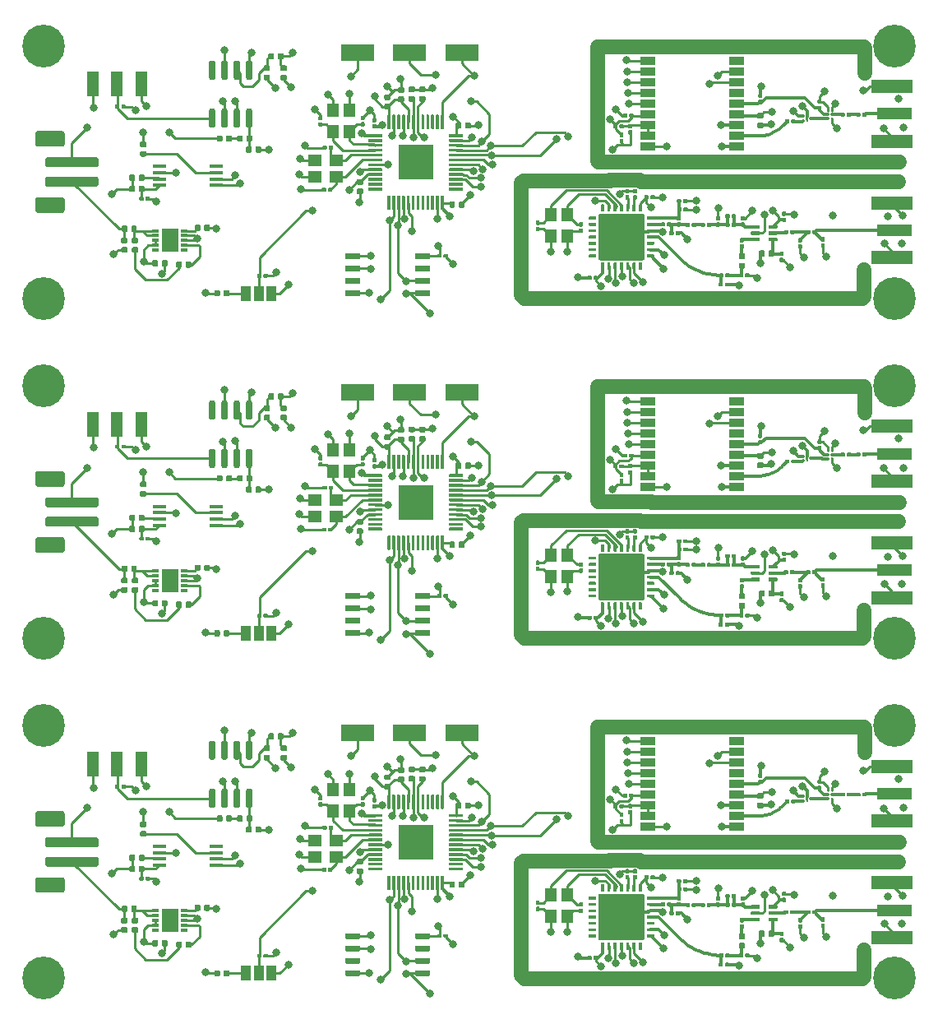
<source format=gbr>
G04 #@! TF.GenerationSoftware,KiCad,Pcbnew,(5.1.5)-3*
G04 #@! TF.CreationDate,2020-05-17T20:08:28+05:30*
G04 #@! TF.ProjectId,panel,70616e65-6c2e-46b6-9963-61645f706362,rev?*
G04 #@! TF.SameCoordinates,Original*
G04 #@! TF.FileFunction,Copper,L1,Top*
G04 #@! TF.FilePolarity,Positive*
%FSLAX46Y46*%
G04 Gerber Fmt 4.6, Leading zero omitted, Abs format (unit mm)*
G04 Created by KiCad (PCBNEW (5.1.5)-3) date 2020-05-17 20:08:28*
%MOMM*%
%LPD*%
G04 APERTURE LIST*
%ADD10C,0.100000*%
%ADD11R,1.250000X2.500000*%
%ADD12R,1.000000X1.500000*%
%ADD13R,4.200000X1.350000*%
%ADD14R,3.600000X1.270000*%
%ADD15R,3.400000X1.800000*%
%ADD16R,1.200000X1.400000*%
%ADD17C,0.700000*%
%ADD18C,4.400000*%
%ADD19R,1.450000X0.450000*%
%ADD20R,3.600000X3.600000*%
%ADD21R,1.400000X1.200000*%
%ADD22R,0.800000X0.300000*%
%ADD23R,1.750000X2.450000*%
%ADD24R,1.600000X0.900000*%
%ADD25R,0.250000X0.250000*%
%ADD26R,0.180000X0.250000*%
%ADD27C,0.800000*%
%ADD28C,1.500000*%
%ADD29C,0.300000*%
%ADD30C,0.250000*%
%ADD31C,0.150000*%
G04 APERTURE END LIST*
G04 #@! TA.AperFunction,SMDPad,CuDef*
D10*
G36*
X166156958Y-141725710D02*
G01*
X166171276Y-141727834D01*
X166185317Y-141731351D01*
X166198946Y-141736228D01*
X166212031Y-141742417D01*
X166224447Y-141749858D01*
X166236073Y-141758481D01*
X166246798Y-141768202D01*
X166256519Y-141778927D01*
X166265142Y-141790553D01*
X166272583Y-141802969D01*
X166278772Y-141816054D01*
X166283649Y-141829683D01*
X166287166Y-141843724D01*
X166289290Y-141858042D01*
X166290000Y-141872500D01*
X166290000Y-142167500D01*
X166289290Y-142181958D01*
X166287166Y-142196276D01*
X166283649Y-142210317D01*
X166278772Y-142223946D01*
X166272583Y-142237031D01*
X166265142Y-142249447D01*
X166256519Y-142261073D01*
X166246798Y-142271798D01*
X166236073Y-142281519D01*
X166224447Y-142290142D01*
X166212031Y-142297583D01*
X166198946Y-142303772D01*
X166185317Y-142308649D01*
X166171276Y-142312166D01*
X166156958Y-142314290D01*
X166142500Y-142315000D01*
X165797500Y-142315000D01*
X165783042Y-142314290D01*
X165768724Y-142312166D01*
X165754683Y-142308649D01*
X165741054Y-142303772D01*
X165727969Y-142297583D01*
X165715553Y-142290142D01*
X165703927Y-142281519D01*
X165693202Y-142271798D01*
X165683481Y-142261073D01*
X165674858Y-142249447D01*
X165667417Y-142237031D01*
X165661228Y-142223946D01*
X165656351Y-142210317D01*
X165652834Y-142196276D01*
X165650710Y-142181958D01*
X165650000Y-142167500D01*
X165650000Y-141872500D01*
X165650710Y-141858042D01*
X165652834Y-141843724D01*
X165656351Y-141829683D01*
X165661228Y-141816054D01*
X165667417Y-141802969D01*
X165674858Y-141790553D01*
X165683481Y-141778927D01*
X165693202Y-141768202D01*
X165703927Y-141758481D01*
X165715553Y-141749858D01*
X165727969Y-141742417D01*
X165741054Y-141736228D01*
X165754683Y-141731351D01*
X165768724Y-141727834D01*
X165783042Y-141725710D01*
X165797500Y-141725000D01*
X166142500Y-141725000D01*
X166156958Y-141725710D01*
G37*
G04 #@! TD.AperFunction*
G04 #@! TA.AperFunction,SMDPad,CuDef*
G36*
X166156958Y-142695710D02*
G01*
X166171276Y-142697834D01*
X166185317Y-142701351D01*
X166198946Y-142706228D01*
X166212031Y-142712417D01*
X166224447Y-142719858D01*
X166236073Y-142728481D01*
X166246798Y-142738202D01*
X166256519Y-142748927D01*
X166265142Y-142760553D01*
X166272583Y-142772969D01*
X166278772Y-142786054D01*
X166283649Y-142799683D01*
X166287166Y-142813724D01*
X166289290Y-142828042D01*
X166290000Y-142842500D01*
X166290000Y-143137500D01*
X166289290Y-143151958D01*
X166287166Y-143166276D01*
X166283649Y-143180317D01*
X166278772Y-143193946D01*
X166272583Y-143207031D01*
X166265142Y-143219447D01*
X166256519Y-143231073D01*
X166246798Y-143241798D01*
X166236073Y-143251519D01*
X166224447Y-143260142D01*
X166212031Y-143267583D01*
X166198946Y-143273772D01*
X166185317Y-143278649D01*
X166171276Y-143282166D01*
X166156958Y-143284290D01*
X166142500Y-143285000D01*
X165797500Y-143285000D01*
X165783042Y-143284290D01*
X165768724Y-143282166D01*
X165754683Y-143278649D01*
X165741054Y-143273772D01*
X165727969Y-143267583D01*
X165715553Y-143260142D01*
X165703927Y-143251519D01*
X165693202Y-143241798D01*
X165683481Y-143231073D01*
X165674858Y-143219447D01*
X165667417Y-143207031D01*
X165661228Y-143193946D01*
X165656351Y-143180317D01*
X165652834Y-143166276D01*
X165650710Y-143151958D01*
X165650000Y-143137500D01*
X165650000Y-142842500D01*
X165650710Y-142828042D01*
X165652834Y-142813724D01*
X165656351Y-142799683D01*
X165661228Y-142786054D01*
X165667417Y-142772969D01*
X165674858Y-142760553D01*
X165683481Y-142748927D01*
X165693202Y-142738202D01*
X165703927Y-142728481D01*
X165715553Y-142719858D01*
X165727969Y-142712417D01*
X165741054Y-142706228D01*
X165754683Y-142701351D01*
X165768724Y-142697834D01*
X165783042Y-142695710D01*
X165797500Y-142695000D01*
X166142500Y-142695000D01*
X166156958Y-142695710D01*
G37*
G04 #@! TD.AperFunction*
G04 #@! TA.AperFunction,SMDPad,CuDef*
G36*
X166156958Y-106725710D02*
G01*
X166171276Y-106727834D01*
X166185317Y-106731351D01*
X166198946Y-106736228D01*
X166212031Y-106742417D01*
X166224447Y-106749858D01*
X166236073Y-106758481D01*
X166246798Y-106768202D01*
X166256519Y-106778927D01*
X166265142Y-106790553D01*
X166272583Y-106802969D01*
X166278772Y-106816054D01*
X166283649Y-106829683D01*
X166287166Y-106843724D01*
X166289290Y-106858042D01*
X166290000Y-106872500D01*
X166290000Y-107167500D01*
X166289290Y-107181958D01*
X166287166Y-107196276D01*
X166283649Y-107210317D01*
X166278772Y-107223946D01*
X166272583Y-107237031D01*
X166265142Y-107249447D01*
X166256519Y-107261073D01*
X166246798Y-107271798D01*
X166236073Y-107281519D01*
X166224447Y-107290142D01*
X166212031Y-107297583D01*
X166198946Y-107303772D01*
X166185317Y-107308649D01*
X166171276Y-107312166D01*
X166156958Y-107314290D01*
X166142500Y-107315000D01*
X165797500Y-107315000D01*
X165783042Y-107314290D01*
X165768724Y-107312166D01*
X165754683Y-107308649D01*
X165741054Y-107303772D01*
X165727969Y-107297583D01*
X165715553Y-107290142D01*
X165703927Y-107281519D01*
X165693202Y-107271798D01*
X165683481Y-107261073D01*
X165674858Y-107249447D01*
X165667417Y-107237031D01*
X165661228Y-107223946D01*
X165656351Y-107210317D01*
X165652834Y-107196276D01*
X165650710Y-107181958D01*
X165650000Y-107167500D01*
X165650000Y-106872500D01*
X165650710Y-106858042D01*
X165652834Y-106843724D01*
X165656351Y-106829683D01*
X165661228Y-106816054D01*
X165667417Y-106802969D01*
X165674858Y-106790553D01*
X165683481Y-106778927D01*
X165693202Y-106768202D01*
X165703927Y-106758481D01*
X165715553Y-106749858D01*
X165727969Y-106742417D01*
X165741054Y-106736228D01*
X165754683Y-106731351D01*
X165768724Y-106727834D01*
X165783042Y-106725710D01*
X165797500Y-106725000D01*
X166142500Y-106725000D01*
X166156958Y-106725710D01*
G37*
G04 #@! TD.AperFunction*
G04 #@! TA.AperFunction,SMDPad,CuDef*
G36*
X166156958Y-107695710D02*
G01*
X166171276Y-107697834D01*
X166185317Y-107701351D01*
X166198946Y-107706228D01*
X166212031Y-107712417D01*
X166224447Y-107719858D01*
X166236073Y-107728481D01*
X166246798Y-107738202D01*
X166256519Y-107748927D01*
X166265142Y-107760553D01*
X166272583Y-107772969D01*
X166278772Y-107786054D01*
X166283649Y-107799683D01*
X166287166Y-107813724D01*
X166289290Y-107828042D01*
X166290000Y-107842500D01*
X166290000Y-108137500D01*
X166289290Y-108151958D01*
X166287166Y-108166276D01*
X166283649Y-108180317D01*
X166278772Y-108193946D01*
X166272583Y-108207031D01*
X166265142Y-108219447D01*
X166256519Y-108231073D01*
X166246798Y-108241798D01*
X166236073Y-108251519D01*
X166224447Y-108260142D01*
X166212031Y-108267583D01*
X166198946Y-108273772D01*
X166185317Y-108278649D01*
X166171276Y-108282166D01*
X166156958Y-108284290D01*
X166142500Y-108285000D01*
X165797500Y-108285000D01*
X165783042Y-108284290D01*
X165768724Y-108282166D01*
X165754683Y-108278649D01*
X165741054Y-108273772D01*
X165727969Y-108267583D01*
X165715553Y-108260142D01*
X165703927Y-108251519D01*
X165693202Y-108241798D01*
X165683481Y-108231073D01*
X165674858Y-108219447D01*
X165667417Y-108207031D01*
X165661228Y-108193946D01*
X165656351Y-108180317D01*
X165652834Y-108166276D01*
X165650710Y-108151958D01*
X165650000Y-108137500D01*
X165650000Y-107842500D01*
X165650710Y-107828042D01*
X165652834Y-107813724D01*
X165656351Y-107799683D01*
X165661228Y-107786054D01*
X165667417Y-107772969D01*
X165674858Y-107760553D01*
X165683481Y-107748927D01*
X165693202Y-107738202D01*
X165703927Y-107728481D01*
X165715553Y-107719858D01*
X165727969Y-107712417D01*
X165741054Y-107706228D01*
X165754683Y-107701351D01*
X165768724Y-107697834D01*
X165783042Y-107695710D01*
X165797500Y-107695000D01*
X166142500Y-107695000D01*
X166156958Y-107695710D01*
G37*
G04 #@! TD.AperFunction*
G04 #@! TA.AperFunction,SMDPad,CuDef*
G36*
X174939802Y-149440482D02*
G01*
X174949509Y-149441921D01*
X174959028Y-149444306D01*
X174968268Y-149447612D01*
X174977140Y-149451808D01*
X174985557Y-149456853D01*
X174993439Y-149462699D01*
X175000711Y-149469289D01*
X175007301Y-149476561D01*
X175013147Y-149484443D01*
X175018192Y-149492860D01*
X175022388Y-149501732D01*
X175025694Y-149510972D01*
X175028079Y-149520491D01*
X175029518Y-149530198D01*
X175030000Y-149540000D01*
X175030000Y-149740000D01*
X175029518Y-149749802D01*
X175028079Y-149759509D01*
X175025694Y-149769028D01*
X175022388Y-149778268D01*
X175018192Y-149787140D01*
X175013147Y-149795557D01*
X175007301Y-149803439D01*
X175000711Y-149810711D01*
X174993439Y-149817301D01*
X174985557Y-149823147D01*
X174977140Y-149828192D01*
X174968268Y-149832388D01*
X174959028Y-149835694D01*
X174949509Y-149838079D01*
X174939802Y-149839518D01*
X174930000Y-149840000D01*
X174670000Y-149840000D01*
X174660198Y-149839518D01*
X174650491Y-149838079D01*
X174640972Y-149835694D01*
X174631732Y-149832388D01*
X174622860Y-149828192D01*
X174614443Y-149823147D01*
X174606561Y-149817301D01*
X174599289Y-149810711D01*
X174592699Y-149803439D01*
X174586853Y-149795557D01*
X174581808Y-149787140D01*
X174577612Y-149778268D01*
X174574306Y-149769028D01*
X174571921Y-149759509D01*
X174570482Y-149749802D01*
X174570000Y-149740000D01*
X174570000Y-149540000D01*
X174570482Y-149530198D01*
X174571921Y-149520491D01*
X174574306Y-149510972D01*
X174577612Y-149501732D01*
X174581808Y-149492860D01*
X174586853Y-149484443D01*
X174592699Y-149476561D01*
X174599289Y-149469289D01*
X174606561Y-149462699D01*
X174614443Y-149456853D01*
X174622860Y-149451808D01*
X174631732Y-149447612D01*
X174640972Y-149444306D01*
X174650491Y-149441921D01*
X174660198Y-149440482D01*
X174670000Y-149440000D01*
X174930000Y-149440000D01*
X174939802Y-149440482D01*
G37*
G04 #@! TD.AperFunction*
G04 #@! TA.AperFunction,SMDPad,CuDef*
G36*
X174299802Y-149440482D02*
G01*
X174309509Y-149441921D01*
X174319028Y-149444306D01*
X174328268Y-149447612D01*
X174337140Y-149451808D01*
X174345557Y-149456853D01*
X174353439Y-149462699D01*
X174360711Y-149469289D01*
X174367301Y-149476561D01*
X174373147Y-149484443D01*
X174378192Y-149492860D01*
X174382388Y-149501732D01*
X174385694Y-149510972D01*
X174388079Y-149520491D01*
X174389518Y-149530198D01*
X174390000Y-149540000D01*
X174390000Y-149740000D01*
X174389518Y-149749802D01*
X174388079Y-149759509D01*
X174385694Y-149769028D01*
X174382388Y-149778268D01*
X174378192Y-149787140D01*
X174373147Y-149795557D01*
X174367301Y-149803439D01*
X174360711Y-149810711D01*
X174353439Y-149817301D01*
X174345557Y-149823147D01*
X174337140Y-149828192D01*
X174328268Y-149832388D01*
X174319028Y-149835694D01*
X174309509Y-149838079D01*
X174299802Y-149839518D01*
X174290000Y-149840000D01*
X174030000Y-149840000D01*
X174020198Y-149839518D01*
X174010491Y-149838079D01*
X174000972Y-149835694D01*
X173991732Y-149832388D01*
X173982860Y-149828192D01*
X173974443Y-149823147D01*
X173966561Y-149817301D01*
X173959289Y-149810711D01*
X173952699Y-149803439D01*
X173946853Y-149795557D01*
X173941808Y-149787140D01*
X173937612Y-149778268D01*
X173934306Y-149769028D01*
X173931921Y-149759509D01*
X173930482Y-149749802D01*
X173930000Y-149740000D01*
X173930000Y-149540000D01*
X173930482Y-149530198D01*
X173931921Y-149520491D01*
X173934306Y-149510972D01*
X173937612Y-149501732D01*
X173941808Y-149492860D01*
X173946853Y-149484443D01*
X173952699Y-149476561D01*
X173959289Y-149469289D01*
X173966561Y-149462699D01*
X173974443Y-149456853D01*
X173982860Y-149451808D01*
X173991732Y-149447612D01*
X174000972Y-149444306D01*
X174010491Y-149441921D01*
X174020198Y-149440482D01*
X174030000Y-149440000D01*
X174290000Y-149440000D01*
X174299802Y-149440482D01*
G37*
G04 #@! TD.AperFunction*
G04 #@! TA.AperFunction,SMDPad,CuDef*
G36*
X174939802Y-114440482D02*
G01*
X174949509Y-114441921D01*
X174959028Y-114444306D01*
X174968268Y-114447612D01*
X174977140Y-114451808D01*
X174985557Y-114456853D01*
X174993439Y-114462699D01*
X175000711Y-114469289D01*
X175007301Y-114476561D01*
X175013147Y-114484443D01*
X175018192Y-114492860D01*
X175022388Y-114501732D01*
X175025694Y-114510972D01*
X175028079Y-114520491D01*
X175029518Y-114530198D01*
X175030000Y-114540000D01*
X175030000Y-114740000D01*
X175029518Y-114749802D01*
X175028079Y-114759509D01*
X175025694Y-114769028D01*
X175022388Y-114778268D01*
X175018192Y-114787140D01*
X175013147Y-114795557D01*
X175007301Y-114803439D01*
X175000711Y-114810711D01*
X174993439Y-114817301D01*
X174985557Y-114823147D01*
X174977140Y-114828192D01*
X174968268Y-114832388D01*
X174959028Y-114835694D01*
X174949509Y-114838079D01*
X174939802Y-114839518D01*
X174930000Y-114840000D01*
X174670000Y-114840000D01*
X174660198Y-114839518D01*
X174650491Y-114838079D01*
X174640972Y-114835694D01*
X174631732Y-114832388D01*
X174622860Y-114828192D01*
X174614443Y-114823147D01*
X174606561Y-114817301D01*
X174599289Y-114810711D01*
X174592699Y-114803439D01*
X174586853Y-114795557D01*
X174581808Y-114787140D01*
X174577612Y-114778268D01*
X174574306Y-114769028D01*
X174571921Y-114759509D01*
X174570482Y-114749802D01*
X174570000Y-114740000D01*
X174570000Y-114540000D01*
X174570482Y-114530198D01*
X174571921Y-114520491D01*
X174574306Y-114510972D01*
X174577612Y-114501732D01*
X174581808Y-114492860D01*
X174586853Y-114484443D01*
X174592699Y-114476561D01*
X174599289Y-114469289D01*
X174606561Y-114462699D01*
X174614443Y-114456853D01*
X174622860Y-114451808D01*
X174631732Y-114447612D01*
X174640972Y-114444306D01*
X174650491Y-114441921D01*
X174660198Y-114440482D01*
X174670000Y-114440000D01*
X174930000Y-114440000D01*
X174939802Y-114440482D01*
G37*
G04 #@! TD.AperFunction*
G04 #@! TA.AperFunction,SMDPad,CuDef*
G36*
X174299802Y-114440482D02*
G01*
X174309509Y-114441921D01*
X174319028Y-114444306D01*
X174328268Y-114447612D01*
X174337140Y-114451808D01*
X174345557Y-114456853D01*
X174353439Y-114462699D01*
X174360711Y-114469289D01*
X174367301Y-114476561D01*
X174373147Y-114484443D01*
X174378192Y-114492860D01*
X174382388Y-114501732D01*
X174385694Y-114510972D01*
X174388079Y-114520491D01*
X174389518Y-114530198D01*
X174390000Y-114540000D01*
X174390000Y-114740000D01*
X174389518Y-114749802D01*
X174388079Y-114759509D01*
X174385694Y-114769028D01*
X174382388Y-114778268D01*
X174378192Y-114787140D01*
X174373147Y-114795557D01*
X174367301Y-114803439D01*
X174360711Y-114810711D01*
X174353439Y-114817301D01*
X174345557Y-114823147D01*
X174337140Y-114828192D01*
X174328268Y-114832388D01*
X174319028Y-114835694D01*
X174309509Y-114838079D01*
X174299802Y-114839518D01*
X174290000Y-114840000D01*
X174030000Y-114840000D01*
X174020198Y-114839518D01*
X174010491Y-114838079D01*
X174000972Y-114835694D01*
X173991732Y-114832388D01*
X173982860Y-114828192D01*
X173974443Y-114823147D01*
X173966561Y-114817301D01*
X173959289Y-114810711D01*
X173952699Y-114803439D01*
X173946853Y-114795557D01*
X173941808Y-114787140D01*
X173937612Y-114778268D01*
X173934306Y-114769028D01*
X173931921Y-114759509D01*
X173930482Y-114749802D01*
X173930000Y-114740000D01*
X173930000Y-114540000D01*
X173930482Y-114530198D01*
X173931921Y-114520491D01*
X173934306Y-114510972D01*
X173937612Y-114501732D01*
X173941808Y-114492860D01*
X173946853Y-114484443D01*
X173952699Y-114476561D01*
X173959289Y-114469289D01*
X173966561Y-114462699D01*
X173974443Y-114456853D01*
X173982860Y-114451808D01*
X173991732Y-114447612D01*
X174000972Y-114444306D01*
X174010491Y-114441921D01*
X174020198Y-114440482D01*
X174030000Y-114440000D01*
X174290000Y-114440000D01*
X174299802Y-114440482D01*
G37*
G04 #@! TD.AperFunction*
G04 #@! TA.AperFunction,SMDPad,CuDef*
G36*
X163109802Y-138300482D02*
G01*
X163119509Y-138301921D01*
X163129028Y-138304306D01*
X163138268Y-138307612D01*
X163147140Y-138311808D01*
X163155557Y-138316853D01*
X163163439Y-138322699D01*
X163170711Y-138329289D01*
X163177301Y-138336561D01*
X163183147Y-138344443D01*
X163188192Y-138352860D01*
X163192388Y-138361732D01*
X163195694Y-138370972D01*
X163198079Y-138380491D01*
X163199518Y-138390198D01*
X163200000Y-138400000D01*
X163200000Y-138600000D01*
X163199518Y-138609802D01*
X163198079Y-138619509D01*
X163195694Y-138629028D01*
X163192388Y-138638268D01*
X163188192Y-138647140D01*
X163183147Y-138655557D01*
X163177301Y-138663439D01*
X163170711Y-138670711D01*
X163163439Y-138677301D01*
X163155557Y-138683147D01*
X163147140Y-138688192D01*
X163138268Y-138692388D01*
X163129028Y-138695694D01*
X163119509Y-138698079D01*
X163109802Y-138699518D01*
X163100000Y-138700000D01*
X162840000Y-138700000D01*
X162830198Y-138699518D01*
X162820491Y-138698079D01*
X162810972Y-138695694D01*
X162801732Y-138692388D01*
X162792860Y-138688192D01*
X162784443Y-138683147D01*
X162776561Y-138677301D01*
X162769289Y-138670711D01*
X162762699Y-138663439D01*
X162756853Y-138655557D01*
X162751808Y-138647140D01*
X162747612Y-138638268D01*
X162744306Y-138629028D01*
X162741921Y-138619509D01*
X162740482Y-138609802D01*
X162740000Y-138600000D01*
X162740000Y-138400000D01*
X162740482Y-138390198D01*
X162741921Y-138380491D01*
X162744306Y-138370972D01*
X162747612Y-138361732D01*
X162751808Y-138352860D01*
X162756853Y-138344443D01*
X162762699Y-138336561D01*
X162769289Y-138329289D01*
X162776561Y-138322699D01*
X162784443Y-138316853D01*
X162792860Y-138311808D01*
X162801732Y-138307612D01*
X162810972Y-138304306D01*
X162820491Y-138301921D01*
X162830198Y-138300482D01*
X162840000Y-138300000D01*
X163100000Y-138300000D01*
X163109802Y-138300482D01*
G37*
G04 #@! TD.AperFunction*
G04 #@! TA.AperFunction,SMDPad,CuDef*
G36*
X162469802Y-138300482D02*
G01*
X162479509Y-138301921D01*
X162489028Y-138304306D01*
X162498268Y-138307612D01*
X162507140Y-138311808D01*
X162515557Y-138316853D01*
X162523439Y-138322699D01*
X162530711Y-138329289D01*
X162537301Y-138336561D01*
X162543147Y-138344443D01*
X162548192Y-138352860D01*
X162552388Y-138361732D01*
X162555694Y-138370972D01*
X162558079Y-138380491D01*
X162559518Y-138390198D01*
X162560000Y-138400000D01*
X162560000Y-138600000D01*
X162559518Y-138609802D01*
X162558079Y-138619509D01*
X162555694Y-138629028D01*
X162552388Y-138638268D01*
X162548192Y-138647140D01*
X162543147Y-138655557D01*
X162537301Y-138663439D01*
X162530711Y-138670711D01*
X162523439Y-138677301D01*
X162515557Y-138683147D01*
X162507140Y-138688192D01*
X162498268Y-138692388D01*
X162489028Y-138695694D01*
X162479509Y-138698079D01*
X162469802Y-138699518D01*
X162460000Y-138700000D01*
X162200000Y-138700000D01*
X162190198Y-138699518D01*
X162180491Y-138698079D01*
X162170972Y-138695694D01*
X162161732Y-138692388D01*
X162152860Y-138688192D01*
X162144443Y-138683147D01*
X162136561Y-138677301D01*
X162129289Y-138670711D01*
X162122699Y-138663439D01*
X162116853Y-138655557D01*
X162111808Y-138647140D01*
X162107612Y-138638268D01*
X162104306Y-138629028D01*
X162101921Y-138619509D01*
X162100482Y-138609802D01*
X162100000Y-138600000D01*
X162100000Y-138400000D01*
X162100482Y-138390198D01*
X162101921Y-138380491D01*
X162104306Y-138370972D01*
X162107612Y-138361732D01*
X162111808Y-138352860D01*
X162116853Y-138344443D01*
X162122699Y-138336561D01*
X162129289Y-138329289D01*
X162136561Y-138322699D01*
X162144443Y-138316853D01*
X162152860Y-138311808D01*
X162161732Y-138307612D01*
X162170972Y-138304306D01*
X162180491Y-138301921D01*
X162190198Y-138300482D01*
X162200000Y-138300000D01*
X162460000Y-138300000D01*
X162469802Y-138300482D01*
G37*
G04 #@! TD.AperFunction*
G04 #@! TA.AperFunction,SMDPad,CuDef*
G36*
X163109802Y-103300482D02*
G01*
X163119509Y-103301921D01*
X163129028Y-103304306D01*
X163138268Y-103307612D01*
X163147140Y-103311808D01*
X163155557Y-103316853D01*
X163163439Y-103322699D01*
X163170711Y-103329289D01*
X163177301Y-103336561D01*
X163183147Y-103344443D01*
X163188192Y-103352860D01*
X163192388Y-103361732D01*
X163195694Y-103370972D01*
X163198079Y-103380491D01*
X163199518Y-103390198D01*
X163200000Y-103400000D01*
X163200000Y-103600000D01*
X163199518Y-103609802D01*
X163198079Y-103619509D01*
X163195694Y-103629028D01*
X163192388Y-103638268D01*
X163188192Y-103647140D01*
X163183147Y-103655557D01*
X163177301Y-103663439D01*
X163170711Y-103670711D01*
X163163439Y-103677301D01*
X163155557Y-103683147D01*
X163147140Y-103688192D01*
X163138268Y-103692388D01*
X163129028Y-103695694D01*
X163119509Y-103698079D01*
X163109802Y-103699518D01*
X163100000Y-103700000D01*
X162840000Y-103700000D01*
X162830198Y-103699518D01*
X162820491Y-103698079D01*
X162810972Y-103695694D01*
X162801732Y-103692388D01*
X162792860Y-103688192D01*
X162784443Y-103683147D01*
X162776561Y-103677301D01*
X162769289Y-103670711D01*
X162762699Y-103663439D01*
X162756853Y-103655557D01*
X162751808Y-103647140D01*
X162747612Y-103638268D01*
X162744306Y-103629028D01*
X162741921Y-103619509D01*
X162740482Y-103609802D01*
X162740000Y-103600000D01*
X162740000Y-103400000D01*
X162740482Y-103390198D01*
X162741921Y-103380491D01*
X162744306Y-103370972D01*
X162747612Y-103361732D01*
X162751808Y-103352860D01*
X162756853Y-103344443D01*
X162762699Y-103336561D01*
X162769289Y-103329289D01*
X162776561Y-103322699D01*
X162784443Y-103316853D01*
X162792860Y-103311808D01*
X162801732Y-103307612D01*
X162810972Y-103304306D01*
X162820491Y-103301921D01*
X162830198Y-103300482D01*
X162840000Y-103300000D01*
X163100000Y-103300000D01*
X163109802Y-103300482D01*
G37*
G04 #@! TD.AperFunction*
G04 #@! TA.AperFunction,SMDPad,CuDef*
G36*
X162469802Y-103300482D02*
G01*
X162479509Y-103301921D01*
X162489028Y-103304306D01*
X162498268Y-103307612D01*
X162507140Y-103311808D01*
X162515557Y-103316853D01*
X162523439Y-103322699D01*
X162530711Y-103329289D01*
X162537301Y-103336561D01*
X162543147Y-103344443D01*
X162548192Y-103352860D01*
X162552388Y-103361732D01*
X162555694Y-103370972D01*
X162558079Y-103380491D01*
X162559518Y-103390198D01*
X162560000Y-103400000D01*
X162560000Y-103600000D01*
X162559518Y-103609802D01*
X162558079Y-103619509D01*
X162555694Y-103629028D01*
X162552388Y-103638268D01*
X162548192Y-103647140D01*
X162543147Y-103655557D01*
X162537301Y-103663439D01*
X162530711Y-103670711D01*
X162523439Y-103677301D01*
X162515557Y-103683147D01*
X162507140Y-103688192D01*
X162498268Y-103692388D01*
X162489028Y-103695694D01*
X162479509Y-103698079D01*
X162469802Y-103699518D01*
X162460000Y-103700000D01*
X162200000Y-103700000D01*
X162190198Y-103699518D01*
X162180491Y-103698079D01*
X162170972Y-103695694D01*
X162161732Y-103692388D01*
X162152860Y-103688192D01*
X162144443Y-103683147D01*
X162136561Y-103677301D01*
X162129289Y-103670711D01*
X162122699Y-103663439D01*
X162116853Y-103655557D01*
X162111808Y-103647140D01*
X162107612Y-103638268D01*
X162104306Y-103629028D01*
X162101921Y-103619509D01*
X162100482Y-103609802D01*
X162100000Y-103600000D01*
X162100000Y-103400000D01*
X162100482Y-103390198D01*
X162101921Y-103380491D01*
X162104306Y-103370972D01*
X162107612Y-103361732D01*
X162111808Y-103352860D01*
X162116853Y-103344443D01*
X162122699Y-103336561D01*
X162129289Y-103329289D01*
X162136561Y-103322699D01*
X162144443Y-103316853D01*
X162152860Y-103311808D01*
X162161732Y-103307612D01*
X162170972Y-103304306D01*
X162180491Y-103301921D01*
X162190198Y-103300482D01*
X162200000Y-103300000D01*
X162460000Y-103300000D01*
X162469802Y-103300482D01*
G37*
G04 #@! TD.AperFunction*
G04 #@! TA.AperFunction,SMDPad,CuDef*
G36*
X175626958Y-144050710D02*
G01*
X175641276Y-144052834D01*
X175655317Y-144056351D01*
X175668946Y-144061228D01*
X175682031Y-144067417D01*
X175694447Y-144074858D01*
X175706073Y-144083481D01*
X175716798Y-144093202D01*
X175726519Y-144103927D01*
X175735142Y-144115553D01*
X175742583Y-144127969D01*
X175748772Y-144141054D01*
X175753649Y-144154683D01*
X175757166Y-144168724D01*
X175759290Y-144183042D01*
X175760000Y-144197500D01*
X175760000Y-144542500D01*
X175759290Y-144556958D01*
X175757166Y-144571276D01*
X175753649Y-144585317D01*
X175748772Y-144598946D01*
X175742583Y-144612031D01*
X175735142Y-144624447D01*
X175726519Y-144636073D01*
X175716798Y-144646798D01*
X175706073Y-144656519D01*
X175694447Y-144665142D01*
X175682031Y-144672583D01*
X175668946Y-144678772D01*
X175655317Y-144683649D01*
X175641276Y-144687166D01*
X175626958Y-144689290D01*
X175612500Y-144690000D01*
X175317500Y-144690000D01*
X175303042Y-144689290D01*
X175288724Y-144687166D01*
X175274683Y-144683649D01*
X175261054Y-144678772D01*
X175247969Y-144672583D01*
X175235553Y-144665142D01*
X175223927Y-144656519D01*
X175213202Y-144646798D01*
X175203481Y-144636073D01*
X175194858Y-144624447D01*
X175187417Y-144612031D01*
X175181228Y-144598946D01*
X175176351Y-144585317D01*
X175172834Y-144571276D01*
X175170710Y-144556958D01*
X175170000Y-144542500D01*
X175170000Y-144197500D01*
X175170710Y-144183042D01*
X175172834Y-144168724D01*
X175176351Y-144154683D01*
X175181228Y-144141054D01*
X175187417Y-144127969D01*
X175194858Y-144115553D01*
X175203481Y-144103927D01*
X175213202Y-144093202D01*
X175223927Y-144083481D01*
X175235553Y-144074858D01*
X175247969Y-144067417D01*
X175261054Y-144061228D01*
X175274683Y-144056351D01*
X175288724Y-144052834D01*
X175303042Y-144050710D01*
X175317500Y-144050000D01*
X175612500Y-144050000D01*
X175626958Y-144050710D01*
G37*
G04 #@! TD.AperFunction*
G04 #@! TA.AperFunction,SMDPad,CuDef*
G36*
X176596958Y-144050710D02*
G01*
X176611276Y-144052834D01*
X176625317Y-144056351D01*
X176638946Y-144061228D01*
X176652031Y-144067417D01*
X176664447Y-144074858D01*
X176676073Y-144083481D01*
X176686798Y-144093202D01*
X176696519Y-144103927D01*
X176705142Y-144115553D01*
X176712583Y-144127969D01*
X176718772Y-144141054D01*
X176723649Y-144154683D01*
X176727166Y-144168724D01*
X176729290Y-144183042D01*
X176730000Y-144197500D01*
X176730000Y-144542500D01*
X176729290Y-144556958D01*
X176727166Y-144571276D01*
X176723649Y-144585317D01*
X176718772Y-144598946D01*
X176712583Y-144612031D01*
X176705142Y-144624447D01*
X176696519Y-144636073D01*
X176686798Y-144646798D01*
X176676073Y-144656519D01*
X176664447Y-144665142D01*
X176652031Y-144672583D01*
X176638946Y-144678772D01*
X176625317Y-144683649D01*
X176611276Y-144687166D01*
X176596958Y-144689290D01*
X176582500Y-144690000D01*
X176287500Y-144690000D01*
X176273042Y-144689290D01*
X176258724Y-144687166D01*
X176244683Y-144683649D01*
X176231054Y-144678772D01*
X176217969Y-144672583D01*
X176205553Y-144665142D01*
X176193927Y-144656519D01*
X176183202Y-144646798D01*
X176173481Y-144636073D01*
X176164858Y-144624447D01*
X176157417Y-144612031D01*
X176151228Y-144598946D01*
X176146351Y-144585317D01*
X176142834Y-144571276D01*
X176140710Y-144556958D01*
X176140000Y-144542500D01*
X176140000Y-144197500D01*
X176140710Y-144183042D01*
X176142834Y-144168724D01*
X176146351Y-144154683D01*
X176151228Y-144141054D01*
X176157417Y-144127969D01*
X176164858Y-144115553D01*
X176173481Y-144103927D01*
X176183202Y-144093202D01*
X176193927Y-144083481D01*
X176205553Y-144074858D01*
X176217969Y-144067417D01*
X176231054Y-144061228D01*
X176244683Y-144056351D01*
X176258724Y-144052834D01*
X176273042Y-144050710D01*
X176287500Y-144050000D01*
X176582500Y-144050000D01*
X176596958Y-144050710D01*
G37*
G04 #@! TD.AperFunction*
G04 #@! TA.AperFunction,SMDPad,CuDef*
G36*
X175626958Y-109050710D02*
G01*
X175641276Y-109052834D01*
X175655317Y-109056351D01*
X175668946Y-109061228D01*
X175682031Y-109067417D01*
X175694447Y-109074858D01*
X175706073Y-109083481D01*
X175716798Y-109093202D01*
X175726519Y-109103927D01*
X175735142Y-109115553D01*
X175742583Y-109127969D01*
X175748772Y-109141054D01*
X175753649Y-109154683D01*
X175757166Y-109168724D01*
X175759290Y-109183042D01*
X175760000Y-109197500D01*
X175760000Y-109542500D01*
X175759290Y-109556958D01*
X175757166Y-109571276D01*
X175753649Y-109585317D01*
X175748772Y-109598946D01*
X175742583Y-109612031D01*
X175735142Y-109624447D01*
X175726519Y-109636073D01*
X175716798Y-109646798D01*
X175706073Y-109656519D01*
X175694447Y-109665142D01*
X175682031Y-109672583D01*
X175668946Y-109678772D01*
X175655317Y-109683649D01*
X175641276Y-109687166D01*
X175626958Y-109689290D01*
X175612500Y-109690000D01*
X175317500Y-109690000D01*
X175303042Y-109689290D01*
X175288724Y-109687166D01*
X175274683Y-109683649D01*
X175261054Y-109678772D01*
X175247969Y-109672583D01*
X175235553Y-109665142D01*
X175223927Y-109656519D01*
X175213202Y-109646798D01*
X175203481Y-109636073D01*
X175194858Y-109624447D01*
X175187417Y-109612031D01*
X175181228Y-109598946D01*
X175176351Y-109585317D01*
X175172834Y-109571276D01*
X175170710Y-109556958D01*
X175170000Y-109542500D01*
X175170000Y-109197500D01*
X175170710Y-109183042D01*
X175172834Y-109168724D01*
X175176351Y-109154683D01*
X175181228Y-109141054D01*
X175187417Y-109127969D01*
X175194858Y-109115553D01*
X175203481Y-109103927D01*
X175213202Y-109093202D01*
X175223927Y-109083481D01*
X175235553Y-109074858D01*
X175247969Y-109067417D01*
X175261054Y-109061228D01*
X175274683Y-109056351D01*
X175288724Y-109052834D01*
X175303042Y-109050710D01*
X175317500Y-109050000D01*
X175612500Y-109050000D01*
X175626958Y-109050710D01*
G37*
G04 #@! TD.AperFunction*
G04 #@! TA.AperFunction,SMDPad,CuDef*
G36*
X176596958Y-109050710D02*
G01*
X176611276Y-109052834D01*
X176625317Y-109056351D01*
X176638946Y-109061228D01*
X176652031Y-109067417D01*
X176664447Y-109074858D01*
X176676073Y-109083481D01*
X176686798Y-109093202D01*
X176696519Y-109103927D01*
X176705142Y-109115553D01*
X176712583Y-109127969D01*
X176718772Y-109141054D01*
X176723649Y-109154683D01*
X176727166Y-109168724D01*
X176729290Y-109183042D01*
X176730000Y-109197500D01*
X176730000Y-109542500D01*
X176729290Y-109556958D01*
X176727166Y-109571276D01*
X176723649Y-109585317D01*
X176718772Y-109598946D01*
X176712583Y-109612031D01*
X176705142Y-109624447D01*
X176696519Y-109636073D01*
X176686798Y-109646798D01*
X176676073Y-109656519D01*
X176664447Y-109665142D01*
X176652031Y-109672583D01*
X176638946Y-109678772D01*
X176625317Y-109683649D01*
X176611276Y-109687166D01*
X176596958Y-109689290D01*
X176582500Y-109690000D01*
X176287500Y-109690000D01*
X176273042Y-109689290D01*
X176258724Y-109687166D01*
X176244683Y-109683649D01*
X176231054Y-109678772D01*
X176217969Y-109672583D01*
X176205553Y-109665142D01*
X176193927Y-109656519D01*
X176183202Y-109646798D01*
X176173481Y-109636073D01*
X176164858Y-109624447D01*
X176157417Y-109612031D01*
X176151228Y-109598946D01*
X176146351Y-109585317D01*
X176142834Y-109571276D01*
X176140710Y-109556958D01*
X176140000Y-109542500D01*
X176140000Y-109197500D01*
X176140710Y-109183042D01*
X176142834Y-109168724D01*
X176146351Y-109154683D01*
X176151228Y-109141054D01*
X176157417Y-109127969D01*
X176164858Y-109115553D01*
X176173481Y-109103927D01*
X176183202Y-109093202D01*
X176193927Y-109083481D01*
X176205553Y-109074858D01*
X176217969Y-109067417D01*
X176231054Y-109061228D01*
X176244683Y-109056351D01*
X176258724Y-109052834D01*
X176273042Y-109050710D01*
X176287500Y-109050000D01*
X176582500Y-109050000D01*
X176596958Y-109050710D01*
G37*
G04 #@! TD.AperFunction*
G04 #@! TA.AperFunction,SMDPad,CuDef*
G36*
X162009802Y-135880482D02*
G01*
X162019509Y-135881921D01*
X162029028Y-135884306D01*
X162038268Y-135887612D01*
X162047140Y-135891808D01*
X162055557Y-135896853D01*
X162063439Y-135902699D01*
X162070711Y-135909289D01*
X162077301Y-135916561D01*
X162083147Y-135924443D01*
X162088192Y-135932860D01*
X162092388Y-135941732D01*
X162095694Y-135950972D01*
X162098079Y-135960491D01*
X162099518Y-135970198D01*
X162100000Y-135980000D01*
X162100000Y-136240000D01*
X162099518Y-136249802D01*
X162098079Y-136259509D01*
X162095694Y-136269028D01*
X162092388Y-136278268D01*
X162088192Y-136287140D01*
X162083147Y-136295557D01*
X162077301Y-136303439D01*
X162070711Y-136310711D01*
X162063439Y-136317301D01*
X162055557Y-136323147D01*
X162047140Y-136328192D01*
X162038268Y-136332388D01*
X162029028Y-136335694D01*
X162019509Y-136338079D01*
X162009802Y-136339518D01*
X162000000Y-136340000D01*
X161800000Y-136340000D01*
X161790198Y-136339518D01*
X161780491Y-136338079D01*
X161770972Y-136335694D01*
X161761732Y-136332388D01*
X161752860Y-136328192D01*
X161744443Y-136323147D01*
X161736561Y-136317301D01*
X161729289Y-136310711D01*
X161722699Y-136303439D01*
X161716853Y-136295557D01*
X161711808Y-136287140D01*
X161707612Y-136278268D01*
X161704306Y-136269028D01*
X161701921Y-136259509D01*
X161700482Y-136249802D01*
X161700000Y-136240000D01*
X161700000Y-135980000D01*
X161700482Y-135970198D01*
X161701921Y-135960491D01*
X161704306Y-135950972D01*
X161707612Y-135941732D01*
X161711808Y-135932860D01*
X161716853Y-135924443D01*
X161722699Y-135916561D01*
X161729289Y-135909289D01*
X161736561Y-135902699D01*
X161744443Y-135896853D01*
X161752860Y-135891808D01*
X161761732Y-135887612D01*
X161770972Y-135884306D01*
X161780491Y-135881921D01*
X161790198Y-135880482D01*
X161800000Y-135880000D01*
X162000000Y-135880000D01*
X162009802Y-135880482D01*
G37*
G04 #@! TD.AperFunction*
G04 #@! TA.AperFunction,SMDPad,CuDef*
G36*
X162009802Y-135240482D02*
G01*
X162019509Y-135241921D01*
X162029028Y-135244306D01*
X162038268Y-135247612D01*
X162047140Y-135251808D01*
X162055557Y-135256853D01*
X162063439Y-135262699D01*
X162070711Y-135269289D01*
X162077301Y-135276561D01*
X162083147Y-135284443D01*
X162088192Y-135292860D01*
X162092388Y-135301732D01*
X162095694Y-135310972D01*
X162098079Y-135320491D01*
X162099518Y-135330198D01*
X162100000Y-135340000D01*
X162100000Y-135600000D01*
X162099518Y-135609802D01*
X162098079Y-135619509D01*
X162095694Y-135629028D01*
X162092388Y-135638268D01*
X162088192Y-135647140D01*
X162083147Y-135655557D01*
X162077301Y-135663439D01*
X162070711Y-135670711D01*
X162063439Y-135677301D01*
X162055557Y-135683147D01*
X162047140Y-135688192D01*
X162038268Y-135692388D01*
X162029028Y-135695694D01*
X162019509Y-135698079D01*
X162009802Y-135699518D01*
X162000000Y-135700000D01*
X161800000Y-135700000D01*
X161790198Y-135699518D01*
X161780491Y-135698079D01*
X161770972Y-135695694D01*
X161761732Y-135692388D01*
X161752860Y-135688192D01*
X161744443Y-135683147D01*
X161736561Y-135677301D01*
X161729289Y-135670711D01*
X161722699Y-135663439D01*
X161716853Y-135655557D01*
X161711808Y-135647140D01*
X161707612Y-135638268D01*
X161704306Y-135629028D01*
X161701921Y-135619509D01*
X161700482Y-135609802D01*
X161700000Y-135600000D01*
X161700000Y-135340000D01*
X161700482Y-135330198D01*
X161701921Y-135320491D01*
X161704306Y-135310972D01*
X161707612Y-135301732D01*
X161711808Y-135292860D01*
X161716853Y-135284443D01*
X161722699Y-135276561D01*
X161729289Y-135269289D01*
X161736561Y-135262699D01*
X161744443Y-135256853D01*
X161752860Y-135251808D01*
X161761732Y-135247612D01*
X161770972Y-135244306D01*
X161780491Y-135241921D01*
X161790198Y-135240482D01*
X161800000Y-135240000D01*
X162000000Y-135240000D01*
X162009802Y-135240482D01*
G37*
G04 #@! TD.AperFunction*
G04 #@! TA.AperFunction,SMDPad,CuDef*
G36*
X162009802Y-100880482D02*
G01*
X162019509Y-100881921D01*
X162029028Y-100884306D01*
X162038268Y-100887612D01*
X162047140Y-100891808D01*
X162055557Y-100896853D01*
X162063439Y-100902699D01*
X162070711Y-100909289D01*
X162077301Y-100916561D01*
X162083147Y-100924443D01*
X162088192Y-100932860D01*
X162092388Y-100941732D01*
X162095694Y-100950972D01*
X162098079Y-100960491D01*
X162099518Y-100970198D01*
X162100000Y-100980000D01*
X162100000Y-101240000D01*
X162099518Y-101249802D01*
X162098079Y-101259509D01*
X162095694Y-101269028D01*
X162092388Y-101278268D01*
X162088192Y-101287140D01*
X162083147Y-101295557D01*
X162077301Y-101303439D01*
X162070711Y-101310711D01*
X162063439Y-101317301D01*
X162055557Y-101323147D01*
X162047140Y-101328192D01*
X162038268Y-101332388D01*
X162029028Y-101335694D01*
X162019509Y-101338079D01*
X162009802Y-101339518D01*
X162000000Y-101340000D01*
X161800000Y-101340000D01*
X161790198Y-101339518D01*
X161780491Y-101338079D01*
X161770972Y-101335694D01*
X161761732Y-101332388D01*
X161752860Y-101328192D01*
X161744443Y-101323147D01*
X161736561Y-101317301D01*
X161729289Y-101310711D01*
X161722699Y-101303439D01*
X161716853Y-101295557D01*
X161711808Y-101287140D01*
X161707612Y-101278268D01*
X161704306Y-101269028D01*
X161701921Y-101259509D01*
X161700482Y-101249802D01*
X161700000Y-101240000D01*
X161700000Y-100980000D01*
X161700482Y-100970198D01*
X161701921Y-100960491D01*
X161704306Y-100950972D01*
X161707612Y-100941732D01*
X161711808Y-100932860D01*
X161716853Y-100924443D01*
X161722699Y-100916561D01*
X161729289Y-100909289D01*
X161736561Y-100902699D01*
X161744443Y-100896853D01*
X161752860Y-100891808D01*
X161761732Y-100887612D01*
X161770972Y-100884306D01*
X161780491Y-100881921D01*
X161790198Y-100880482D01*
X161800000Y-100880000D01*
X162000000Y-100880000D01*
X162009802Y-100880482D01*
G37*
G04 #@! TD.AperFunction*
G04 #@! TA.AperFunction,SMDPad,CuDef*
G36*
X162009802Y-100240482D02*
G01*
X162019509Y-100241921D01*
X162029028Y-100244306D01*
X162038268Y-100247612D01*
X162047140Y-100251808D01*
X162055557Y-100256853D01*
X162063439Y-100262699D01*
X162070711Y-100269289D01*
X162077301Y-100276561D01*
X162083147Y-100284443D01*
X162088192Y-100292860D01*
X162092388Y-100301732D01*
X162095694Y-100310972D01*
X162098079Y-100320491D01*
X162099518Y-100330198D01*
X162100000Y-100340000D01*
X162100000Y-100600000D01*
X162099518Y-100609802D01*
X162098079Y-100619509D01*
X162095694Y-100629028D01*
X162092388Y-100638268D01*
X162088192Y-100647140D01*
X162083147Y-100655557D01*
X162077301Y-100663439D01*
X162070711Y-100670711D01*
X162063439Y-100677301D01*
X162055557Y-100683147D01*
X162047140Y-100688192D01*
X162038268Y-100692388D01*
X162029028Y-100695694D01*
X162019509Y-100698079D01*
X162009802Y-100699518D01*
X162000000Y-100700000D01*
X161800000Y-100700000D01*
X161790198Y-100699518D01*
X161780491Y-100698079D01*
X161770972Y-100695694D01*
X161761732Y-100692388D01*
X161752860Y-100688192D01*
X161744443Y-100683147D01*
X161736561Y-100677301D01*
X161729289Y-100670711D01*
X161722699Y-100663439D01*
X161716853Y-100655557D01*
X161711808Y-100647140D01*
X161707612Y-100638268D01*
X161704306Y-100629028D01*
X161701921Y-100619509D01*
X161700482Y-100609802D01*
X161700000Y-100600000D01*
X161700000Y-100340000D01*
X161700482Y-100330198D01*
X161701921Y-100320491D01*
X161704306Y-100310972D01*
X161707612Y-100301732D01*
X161711808Y-100292860D01*
X161716853Y-100284443D01*
X161722699Y-100276561D01*
X161729289Y-100269289D01*
X161736561Y-100262699D01*
X161744443Y-100256853D01*
X161752860Y-100251808D01*
X161761732Y-100247612D01*
X161770972Y-100244306D01*
X161780491Y-100241921D01*
X161790198Y-100240482D01*
X161800000Y-100240000D01*
X162000000Y-100240000D01*
X162009802Y-100240482D01*
G37*
G04 #@! TD.AperFunction*
G04 #@! TA.AperFunction,SMDPad,CuDef*
G36*
X155759802Y-151490482D02*
G01*
X155769509Y-151491921D01*
X155779028Y-151494306D01*
X155788268Y-151497612D01*
X155797140Y-151501808D01*
X155805557Y-151506853D01*
X155813439Y-151512699D01*
X155820711Y-151519289D01*
X155827301Y-151526561D01*
X155833147Y-151534443D01*
X155838192Y-151542860D01*
X155842388Y-151551732D01*
X155845694Y-151560972D01*
X155848079Y-151570491D01*
X155849518Y-151580198D01*
X155850000Y-151590000D01*
X155850000Y-151790000D01*
X155849518Y-151799802D01*
X155848079Y-151809509D01*
X155845694Y-151819028D01*
X155842388Y-151828268D01*
X155838192Y-151837140D01*
X155833147Y-151845557D01*
X155827301Y-151853439D01*
X155820711Y-151860711D01*
X155813439Y-151867301D01*
X155805557Y-151873147D01*
X155797140Y-151878192D01*
X155788268Y-151882388D01*
X155779028Y-151885694D01*
X155769509Y-151888079D01*
X155759802Y-151889518D01*
X155750000Y-151890000D01*
X155490000Y-151890000D01*
X155480198Y-151889518D01*
X155470491Y-151888079D01*
X155460972Y-151885694D01*
X155451732Y-151882388D01*
X155442860Y-151878192D01*
X155434443Y-151873147D01*
X155426561Y-151867301D01*
X155419289Y-151860711D01*
X155412699Y-151853439D01*
X155406853Y-151845557D01*
X155401808Y-151837140D01*
X155397612Y-151828268D01*
X155394306Y-151819028D01*
X155391921Y-151809509D01*
X155390482Y-151799802D01*
X155390000Y-151790000D01*
X155390000Y-151590000D01*
X155390482Y-151580198D01*
X155391921Y-151570491D01*
X155394306Y-151560972D01*
X155397612Y-151551732D01*
X155401808Y-151542860D01*
X155406853Y-151534443D01*
X155412699Y-151526561D01*
X155419289Y-151519289D01*
X155426561Y-151512699D01*
X155434443Y-151506853D01*
X155442860Y-151501808D01*
X155451732Y-151497612D01*
X155460972Y-151494306D01*
X155470491Y-151491921D01*
X155480198Y-151490482D01*
X155490000Y-151490000D01*
X155750000Y-151490000D01*
X155759802Y-151490482D01*
G37*
G04 #@! TD.AperFunction*
G04 #@! TA.AperFunction,SMDPad,CuDef*
G36*
X156399802Y-151490482D02*
G01*
X156409509Y-151491921D01*
X156419028Y-151494306D01*
X156428268Y-151497612D01*
X156437140Y-151501808D01*
X156445557Y-151506853D01*
X156453439Y-151512699D01*
X156460711Y-151519289D01*
X156467301Y-151526561D01*
X156473147Y-151534443D01*
X156478192Y-151542860D01*
X156482388Y-151551732D01*
X156485694Y-151560972D01*
X156488079Y-151570491D01*
X156489518Y-151580198D01*
X156490000Y-151590000D01*
X156490000Y-151790000D01*
X156489518Y-151799802D01*
X156488079Y-151809509D01*
X156485694Y-151819028D01*
X156482388Y-151828268D01*
X156478192Y-151837140D01*
X156473147Y-151845557D01*
X156467301Y-151853439D01*
X156460711Y-151860711D01*
X156453439Y-151867301D01*
X156445557Y-151873147D01*
X156437140Y-151878192D01*
X156428268Y-151882388D01*
X156419028Y-151885694D01*
X156409509Y-151888079D01*
X156399802Y-151889518D01*
X156390000Y-151890000D01*
X156130000Y-151890000D01*
X156120198Y-151889518D01*
X156110491Y-151888079D01*
X156100972Y-151885694D01*
X156091732Y-151882388D01*
X156082860Y-151878192D01*
X156074443Y-151873147D01*
X156066561Y-151867301D01*
X156059289Y-151860711D01*
X156052699Y-151853439D01*
X156046853Y-151845557D01*
X156041808Y-151837140D01*
X156037612Y-151828268D01*
X156034306Y-151819028D01*
X156031921Y-151809509D01*
X156030482Y-151799802D01*
X156030000Y-151790000D01*
X156030000Y-151590000D01*
X156030482Y-151580198D01*
X156031921Y-151570491D01*
X156034306Y-151560972D01*
X156037612Y-151551732D01*
X156041808Y-151542860D01*
X156046853Y-151534443D01*
X156052699Y-151526561D01*
X156059289Y-151519289D01*
X156066561Y-151512699D01*
X156074443Y-151506853D01*
X156082860Y-151501808D01*
X156091732Y-151497612D01*
X156100972Y-151494306D01*
X156110491Y-151491921D01*
X156120198Y-151490482D01*
X156130000Y-151490000D01*
X156390000Y-151490000D01*
X156399802Y-151490482D01*
G37*
G04 #@! TD.AperFunction*
G04 #@! TA.AperFunction,SMDPad,CuDef*
G36*
X155759802Y-116490482D02*
G01*
X155769509Y-116491921D01*
X155779028Y-116494306D01*
X155788268Y-116497612D01*
X155797140Y-116501808D01*
X155805557Y-116506853D01*
X155813439Y-116512699D01*
X155820711Y-116519289D01*
X155827301Y-116526561D01*
X155833147Y-116534443D01*
X155838192Y-116542860D01*
X155842388Y-116551732D01*
X155845694Y-116560972D01*
X155848079Y-116570491D01*
X155849518Y-116580198D01*
X155850000Y-116590000D01*
X155850000Y-116790000D01*
X155849518Y-116799802D01*
X155848079Y-116809509D01*
X155845694Y-116819028D01*
X155842388Y-116828268D01*
X155838192Y-116837140D01*
X155833147Y-116845557D01*
X155827301Y-116853439D01*
X155820711Y-116860711D01*
X155813439Y-116867301D01*
X155805557Y-116873147D01*
X155797140Y-116878192D01*
X155788268Y-116882388D01*
X155779028Y-116885694D01*
X155769509Y-116888079D01*
X155759802Y-116889518D01*
X155750000Y-116890000D01*
X155490000Y-116890000D01*
X155480198Y-116889518D01*
X155470491Y-116888079D01*
X155460972Y-116885694D01*
X155451732Y-116882388D01*
X155442860Y-116878192D01*
X155434443Y-116873147D01*
X155426561Y-116867301D01*
X155419289Y-116860711D01*
X155412699Y-116853439D01*
X155406853Y-116845557D01*
X155401808Y-116837140D01*
X155397612Y-116828268D01*
X155394306Y-116819028D01*
X155391921Y-116809509D01*
X155390482Y-116799802D01*
X155390000Y-116790000D01*
X155390000Y-116590000D01*
X155390482Y-116580198D01*
X155391921Y-116570491D01*
X155394306Y-116560972D01*
X155397612Y-116551732D01*
X155401808Y-116542860D01*
X155406853Y-116534443D01*
X155412699Y-116526561D01*
X155419289Y-116519289D01*
X155426561Y-116512699D01*
X155434443Y-116506853D01*
X155442860Y-116501808D01*
X155451732Y-116497612D01*
X155460972Y-116494306D01*
X155470491Y-116491921D01*
X155480198Y-116490482D01*
X155490000Y-116490000D01*
X155750000Y-116490000D01*
X155759802Y-116490482D01*
G37*
G04 #@! TD.AperFunction*
G04 #@! TA.AperFunction,SMDPad,CuDef*
G36*
X156399802Y-116490482D02*
G01*
X156409509Y-116491921D01*
X156419028Y-116494306D01*
X156428268Y-116497612D01*
X156437140Y-116501808D01*
X156445557Y-116506853D01*
X156453439Y-116512699D01*
X156460711Y-116519289D01*
X156467301Y-116526561D01*
X156473147Y-116534443D01*
X156478192Y-116542860D01*
X156482388Y-116551732D01*
X156485694Y-116560972D01*
X156488079Y-116570491D01*
X156489518Y-116580198D01*
X156490000Y-116590000D01*
X156490000Y-116790000D01*
X156489518Y-116799802D01*
X156488079Y-116809509D01*
X156485694Y-116819028D01*
X156482388Y-116828268D01*
X156478192Y-116837140D01*
X156473147Y-116845557D01*
X156467301Y-116853439D01*
X156460711Y-116860711D01*
X156453439Y-116867301D01*
X156445557Y-116873147D01*
X156437140Y-116878192D01*
X156428268Y-116882388D01*
X156419028Y-116885694D01*
X156409509Y-116888079D01*
X156399802Y-116889518D01*
X156390000Y-116890000D01*
X156130000Y-116890000D01*
X156120198Y-116889518D01*
X156110491Y-116888079D01*
X156100972Y-116885694D01*
X156091732Y-116882388D01*
X156082860Y-116878192D01*
X156074443Y-116873147D01*
X156066561Y-116867301D01*
X156059289Y-116860711D01*
X156052699Y-116853439D01*
X156046853Y-116845557D01*
X156041808Y-116837140D01*
X156037612Y-116828268D01*
X156034306Y-116819028D01*
X156031921Y-116809509D01*
X156030482Y-116799802D01*
X156030000Y-116790000D01*
X156030000Y-116590000D01*
X156030482Y-116580198D01*
X156031921Y-116570491D01*
X156034306Y-116560972D01*
X156037612Y-116551732D01*
X156041808Y-116542860D01*
X156046853Y-116534443D01*
X156052699Y-116526561D01*
X156059289Y-116519289D01*
X156066561Y-116512699D01*
X156074443Y-116506853D01*
X156082860Y-116501808D01*
X156091732Y-116497612D01*
X156100972Y-116494306D01*
X156110491Y-116491921D01*
X156120198Y-116490482D01*
X156130000Y-116490000D01*
X156390000Y-116490000D01*
X156399802Y-116490482D01*
G37*
G04 #@! TD.AperFunction*
G04 #@! TA.AperFunction,SMDPad,CuDef*
G36*
X167569802Y-135440482D02*
G01*
X167579509Y-135441921D01*
X167589028Y-135444306D01*
X167598268Y-135447612D01*
X167607140Y-135451808D01*
X167615557Y-135456853D01*
X167623439Y-135462699D01*
X167630711Y-135469289D01*
X167637301Y-135476561D01*
X167643147Y-135484443D01*
X167648192Y-135492860D01*
X167652388Y-135501732D01*
X167655694Y-135510972D01*
X167658079Y-135520491D01*
X167659518Y-135530198D01*
X167660000Y-135540000D01*
X167660000Y-135800000D01*
X167659518Y-135809802D01*
X167658079Y-135819509D01*
X167655694Y-135829028D01*
X167652388Y-135838268D01*
X167648192Y-135847140D01*
X167643147Y-135855557D01*
X167637301Y-135863439D01*
X167630711Y-135870711D01*
X167623439Y-135877301D01*
X167615557Y-135883147D01*
X167607140Y-135888192D01*
X167598268Y-135892388D01*
X167589028Y-135895694D01*
X167579509Y-135898079D01*
X167569802Y-135899518D01*
X167560000Y-135900000D01*
X167360000Y-135900000D01*
X167350198Y-135899518D01*
X167340491Y-135898079D01*
X167330972Y-135895694D01*
X167321732Y-135892388D01*
X167312860Y-135888192D01*
X167304443Y-135883147D01*
X167296561Y-135877301D01*
X167289289Y-135870711D01*
X167282699Y-135863439D01*
X167276853Y-135855557D01*
X167271808Y-135847140D01*
X167267612Y-135838268D01*
X167264306Y-135829028D01*
X167261921Y-135819509D01*
X167260482Y-135809802D01*
X167260000Y-135800000D01*
X167260000Y-135540000D01*
X167260482Y-135530198D01*
X167261921Y-135520491D01*
X167264306Y-135510972D01*
X167267612Y-135501732D01*
X167271808Y-135492860D01*
X167276853Y-135484443D01*
X167282699Y-135476561D01*
X167289289Y-135469289D01*
X167296561Y-135462699D01*
X167304443Y-135456853D01*
X167312860Y-135451808D01*
X167321732Y-135447612D01*
X167330972Y-135444306D01*
X167340491Y-135441921D01*
X167350198Y-135440482D01*
X167360000Y-135440000D01*
X167560000Y-135440000D01*
X167569802Y-135440482D01*
G37*
G04 #@! TD.AperFunction*
G04 #@! TA.AperFunction,SMDPad,CuDef*
G36*
X167569802Y-136080482D02*
G01*
X167579509Y-136081921D01*
X167589028Y-136084306D01*
X167598268Y-136087612D01*
X167607140Y-136091808D01*
X167615557Y-136096853D01*
X167623439Y-136102699D01*
X167630711Y-136109289D01*
X167637301Y-136116561D01*
X167643147Y-136124443D01*
X167648192Y-136132860D01*
X167652388Y-136141732D01*
X167655694Y-136150972D01*
X167658079Y-136160491D01*
X167659518Y-136170198D01*
X167660000Y-136180000D01*
X167660000Y-136440000D01*
X167659518Y-136449802D01*
X167658079Y-136459509D01*
X167655694Y-136469028D01*
X167652388Y-136478268D01*
X167648192Y-136487140D01*
X167643147Y-136495557D01*
X167637301Y-136503439D01*
X167630711Y-136510711D01*
X167623439Y-136517301D01*
X167615557Y-136523147D01*
X167607140Y-136528192D01*
X167598268Y-136532388D01*
X167589028Y-136535694D01*
X167579509Y-136538079D01*
X167569802Y-136539518D01*
X167560000Y-136540000D01*
X167360000Y-136540000D01*
X167350198Y-136539518D01*
X167340491Y-136538079D01*
X167330972Y-136535694D01*
X167321732Y-136532388D01*
X167312860Y-136528192D01*
X167304443Y-136523147D01*
X167296561Y-136517301D01*
X167289289Y-136510711D01*
X167282699Y-136503439D01*
X167276853Y-136495557D01*
X167271808Y-136487140D01*
X167267612Y-136478268D01*
X167264306Y-136469028D01*
X167261921Y-136459509D01*
X167260482Y-136449802D01*
X167260000Y-136440000D01*
X167260000Y-136180000D01*
X167260482Y-136170198D01*
X167261921Y-136160491D01*
X167264306Y-136150972D01*
X167267612Y-136141732D01*
X167271808Y-136132860D01*
X167276853Y-136124443D01*
X167282699Y-136116561D01*
X167289289Y-136109289D01*
X167296561Y-136102699D01*
X167304443Y-136096853D01*
X167312860Y-136091808D01*
X167321732Y-136087612D01*
X167330972Y-136084306D01*
X167340491Y-136081921D01*
X167350198Y-136080482D01*
X167360000Y-136080000D01*
X167560000Y-136080000D01*
X167569802Y-136080482D01*
G37*
G04 #@! TD.AperFunction*
G04 #@! TA.AperFunction,SMDPad,CuDef*
G36*
X167569802Y-100440482D02*
G01*
X167579509Y-100441921D01*
X167589028Y-100444306D01*
X167598268Y-100447612D01*
X167607140Y-100451808D01*
X167615557Y-100456853D01*
X167623439Y-100462699D01*
X167630711Y-100469289D01*
X167637301Y-100476561D01*
X167643147Y-100484443D01*
X167648192Y-100492860D01*
X167652388Y-100501732D01*
X167655694Y-100510972D01*
X167658079Y-100520491D01*
X167659518Y-100530198D01*
X167660000Y-100540000D01*
X167660000Y-100800000D01*
X167659518Y-100809802D01*
X167658079Y-100819509D01*
X167655694Y-100829028D01*
X167652388Y-100838268D01*
X167648192Y-100847140D01*
X167643147Y-100855557D01*
X167637301Y-100863439D01*
X167630711Y-100870711D01*
X167623439Y-100877301D01*
X167615557Y-100883147D01*
X167607140Y-100888192D01*
X167598268Y-100892388D01*
X167589028Y-100895694D01*
X167579509Y-100898079D01*
X167569802Y-100899518D01*
X167560000Y-100900000D01*
X167360000Y-100900000D01*
X167350198Y-100899518D01*
X167340491Y-100898079D01*
X167330972Y-100895694D01*
X167321732Y-100892388D01*
X167312860Y-100888192D01*
X167304443Y-100883147D01*
X167296561Y-100877301D01*
X167289289Y-100870711D01*
X167282699Y-100863439D01*
X167276853Y-100855557D01*
X167271808Y-100847140D01*
X167267612Y-100838268D01*
X167264306Y-100829028D01*
X167261921Y-100819509D01*
X167260482Y-100809802D01*
X167260000Y-100800000D01*
X167260000Y-100540000D01*
X167260482Y-100530198D01*
X167261921Y-100520491D01*
X167264306Y-100510972D01*
X167267612Y-100501732D01*
X167271808Y-100492860D01*
X167276853Y-100484443D01*
X167282699Y-100476561D01*
X167289289Y-100469289D01*
X167296561Y-100462699D01*
X167304443Y-100456853D01*
X167312860Y-100451808D01*
X167321732Y-100447612D01*
X167330972Y-100444306D01*
X167340491Y-100441921D01*
X167350198Y-100440482D01*
X167360000Y-100440000D01*
X167560000Y-100440000D01*
X167569802Y-100440482D01*
G37*
G04 #@! TD.AperFunction*
G04 #@! TA.AperFunction,SMDPad,CuDef*
G36*
X167569802Y-101080482D02*
G01*
X167579509Y-101081921D01*
X167589028Y-101084306D01*
X167598268Y-101087612D01*
X167607140Y-101091808D01*
X167615557Y-101096853D01*
X167623439Y-101102699D01*
X167630711Y-101109289D01*
X167637301Y-101116561D01*
X167643147Y-101124443D01*
X167648192Y-101132860D01*
X167652388Y-101141732D01*
X167655694Y-101150972D01*
X167658079Y-101160491D01*
X167659518Y-101170198D01*
X167660000Y-101180000D01*
X167660000Y-101440000D01*
X167659518Y-101449802D01*
X167658079Y-101459509D01*
X167655694Y-101469028D01*
X167652388Y-101478268D01*
X167648192Y-101487140D01*
X167643147Y-101495557D01*
X167637301Y-101503439D01*
X167630711Y-101510711D01*
X167623439Y-101517301D01*
X167615557Y-101523147D01*
X167607140Y-101528192D01*
X167598268Y-101532388D01*
X167589028Y-101535694D01*
X167579509Y-101538079D01*
X167569802Y-101539518D01*
X167560000Y-101540000D01*
X167360000Y-101540000D01*
X167350198Y-101539518D01*
X167340491Y-101538079D01*
X167330972Y-101535694D01*
X167321732Y-101532388D01*
X167312860Y-101528192D01*
X167304443Y-101523147D01*
X167296561Y-101517301D01*
X167289289Y-101510711D01*
X167282699Y-101503439D01*
X167276853Y-101495557D01*
X167271808Y-101487140D01*
X167267612Y-101478268D01*
X167264306Y-101469028D01*
X167261921Y-101459509D01*
X167260482Y-101449802D01*
X167260000Y-101440000D01*
X167260000Y-101180000D01*
X167260482Y-101170198D01*
X167261921Y-101160491D01*
X167264306Y-101150972D01*
X167267612Y-101141732D01*
X167271808Y-101132860D01*
X167276853Y-101124443D01*
X167282699Y-101116561D01*
X167289289Y-101109289D01*
X167296561Y-101102699D01*
X167304443Y-101096853D01*
X167312860Y-101091808D01*
X167321732Y-101087612D01*
X167330972Y-101084306D01*
X167340491Y-101081921D01*
X167350198Y-101080482D01*
X167360000Y-101080000D01*
X167560000Y-101080000D01*
X167569802Y-101080482D01*
G37*
G04 #@! TD.AperFunction*
G04 #@! TA.AperFunction,SMDPad,CuDef*
G36*
X166359802Y-135870482D02*
G01*
X166369509Y-135871921D01*
X166379028Y-135874306D01*
X166388268Y-135877612D01*
X166397140Y-135881808D01*
X166405557Y-135886853D01*
X166413439Y-135892699D01*
X166420711Y-135899289D01*
X166427301Y-135906561D01*
X166433147Y-135914443D01*
X166438192Y-135922860D01*
X166442388Y-135931732D01*
X166445694Y-135940972D01*
X166448079Y-135950491D01*
X166449518Y-135960198D01*
X166450000Y-135970000D01*
X166450000Y-136230000D01*
X166449518Y-136239802D01*
X166448079Y-136249509D01*
X166445694Y-136259028D01*
X166442388Y-136268268D01*
X166438192Y-136277140D01*
X166433147Y-136285557D01*
X166427301Y-136293439D01*
X166420711Y-136300711D01*
X166413439Y-136307301D01*
X166405557Y-136313147D01*
X166397140Y-136318192D01*
X166388268Y-136322388D01*
X166379028Y-136325694D01*
X166369509Y-136328079D01*
X166359802Y-136329518D01*
X166350000Y-136330000D01*
X166150000Y-136330000D01*
X166140198Y-136329518D01*
X166130491Y-136328079D01*
X166120972Y-136325694D01*
X166111732Y-136322388D01*
X166102860Y-136318192D01*
X166094443Y-136313147D01*
X166086561Y-136307301D01*
X166079289Y-136300711D01*
X166072699Y-136293439D01*
X166066853Y-136285557D01*
X166061808Y-136277140D01*
X166057612Y-136268268D01*
X166054306Y-136259028D01*
X166051921Y-136249509D01*
X166050482Y-136239802D01*
X166050000Y-136230000D01*
X166050000Y-135970000D01*
X166050482Y-135960198D01*
X166051921Y-135950491D01*
X166054306Y-135940972D01*
X166057612Y-135931732D01*
X166061808Y-135922860D01*
X166066853Y-135914443D01*
X166072699Y-135906561D01*
X166079289Y-135899289D01*
X166086561Y-135892699D01*
X166094443Y-135886853D01*
X166102860Y-135881808D01*
X166111732Y-135877612D01*
X166120972Y-135874306D01*
X166130491Y-135871921D01*
X166140198Y-135870482D01*
X166150000Y-135870000D01*
X166350000Y-135870000D01*
X166359802Y-135870482D01*
G37*
G04 #@! TD.AperFunction*
G04 #@! TA.AperFunction,SMDPad,CuDef*
G36*
X166359802Y-135230482D02*
G01*
X166369509Y-135231921D01*
X166379028Y-135234306D01*
X166388268Y-135237612D01*
X166397140Y-135241808D01*
X166405557Y-135246853D01*
X166413439Y-135252699D01*
X166420711Y-135259289D01*
X166427301Y-135266561D01*
X166433147Y-135274443D01*
X166438192Y-135282860D01*
X166442388Y-135291732D01*
X166445694Y-135300972D01*
X166448079Y-135310491D01*
X166449518Y-135320198D01*
X166450000Y-135330000D01*
X166450000Y-135590000D01*
X166449518Y-135599802D01*
X166448079Y-135609509D01*
X166445694Y-135619028D01*
X166442388Y-135628268D01*
X166438192Y-135637140D01*
X166433147Y-135645557D01*
X166427301Y-135653439D01*
X166420711Y-135660711D01*
X166413439Y-135667301D01*
X166405557Y-135673147D01*
X166397140Y-135678192D01*
X166388268Y-135682388D01*
X166379028Y-135685694D01*
X166369509Y-135688079D01*
X166359802Y-135689518D01*
X166350000Y-135690000D01*
X166150000Y-135690000D01*
X166140198Y-135689518D01*
X166130491Y-135688079D01*
X166120972Y-135685694D01*
X166111732Y-135682388D01*
X166102860Y-135678192D01*
X166094443Y-135673147D01*
X166086561Y-135667301D01*
X166079289Y-135660711D01*
X166072699Y-135653439D01*
X166066853Y-135645557D01*
X166061808Y-135637140D01*
X166057612Y-135628268D01*
X166054306Y-135619028D01*
X166051921Y-135609509D01*
X166050482Y-135599802D01*
X166050000Y-135590000D01*
X166050000Y-135330000D01*
X166050482Y-135320198D01*
X166051921Y-135310491D01*
X166054306Y-135300972D01*
X166057612Y-135291732D01*
X166061808Y-135282860D01*
X166066853Y-135274443D01*
X166072699Y-135266561D01*
X166079289Y-135259289D01*
X166086561Y-135252699D01*
X166094443Y-135246853D01*
X166102860Y-135241808D01*
X166111732Y-135237612D01*
X166120972Y-135234306D01*
X166130491Y-135231921D01*
X166140198Y-135230482D01*
X166150000Y-135230000D01*
X166350000Y-135230000D01*
X166359802Y-135230482D01*
G37*
G04 #@! TD.AperFunction*
G04 #@! TA.AperFunction,SMDPad,CuDef*
G36*
X166359802Y-100870482D02*
G01*
X166369509Y-100871921D01*
X166379028Y-100874306D01*
X166388268Y-100877612D01*
X166397140Y-100881808D01*
X166405557Y-100886853D01*
X166413439Y-100892699D01*
X166420711Y-100899289D01*
X166427301Y-100906561D01*
X166433147Y-100914443D01*
X166438192Y-100922860D01*
X166442388Y-100931732D01*
X166445694Y-100940972D01*
X166448079Y-100950491D01*
X166449518Y-100960198D01*
X166450000Y-100970000D01*
X166450000Y-101230000D01*
X166449518Y-101239802D01*
X166448079Y-101249509D01*
X166445694Y-101259028D01*
X166442388Y-101268268D01*
X166438192Y-101277140D01*
X166433147Y-101285557D01*
X166427301Y-101293439D01*
X166420711Y-101300711D01*
X166413439Y-101307301D01*
X166405557Y-101313147D01*
X166397140Y-101318192D01*
X166388268Y-101322388D01*
X166379028Y-101325694D01*
X166369509Y-101328079D01*
X166359802Y-101329518D01*
X166350000Y-101330000D01*
X166150000Y-101330000D01*
X166140198Y-101329518D01*
X166130491Y-101328079D01*
X166120972Y-101325694D01*
X166111732Y-101322388D01*
X166102860Y-101318192D01*
X166094443Y-101313147D01*
X166086561Y-101307301D01*
X166079289Y-101300711D01*
X166072699Y-101293439D01*
X166066853Y-101285557D01*
X166061808Y-101277140D01*
X166057612Y-101268268D01*
X166054306Y-101259028D01*
X166051921Y-101249509D01*
X166050482Y-101239802D01*
X166050000Y-101230000D01*
X166050000Y-100970000D01*
X166050482Y-100960198D01*
X166051921Y-100950491D01*
X166054306Y-100940972D01*
X166057612Y-100931732D01*
X166061808Y-100922860D01*
X166066853Y-100914443D01*
X166072699Y-100906561D01*
X166079289Y-100899289D01*
X166086561Y-100892699D01*
X166094443Y-100886853D01*
X166102860Y-100881808D01*
X166111732Y-100877612D01*
X166120972Y-100874306D01*
X166130491Y-100871921D01*
X166140198Y-100870482D01*
X166150000Y-100870000D01*
X166350000Y-100870000D01*
X166359802Y-100870482D01*
G37*
G04 #@! TD.AperFunction*
G04 #@! TA.AperFunction,SMDPad,CuDef*
G36*
X166359802Y-100230482D02*
G01*
X166369509Y-100231921D01*
X166379028Y-100234306D01*
X166388268Y-100237612D01*
X166397140Y-100241808D01*
X166405557Y-100246853D01*
X166413439Y-100252699D01*
X166420711Y-100259289D01*
X166427301Y-100266561D01*
X166433147Y-100274443D01*
X166438192Y-100282860D01*
X166442388Y-100291732D01*
X166445694Y-100300972D01*
X166448079Y-100310491D01*
X166449518Y-100320198D01*
X166450000Y-100330000D01*
X166450000Y-100590000D01*
X166449518Y-100599802D01*
X166448079Y-100609509D01*
X166445694Y-100619028D01*
X166442388Y-100628268D01*
X166438192Y-100637140D01*
X166433147Y-100645557D01*
X166427301Y-100653439D01*
X166420711Y-100660711D01*
X166413439Y-100667301D01*
X166405557Y-100673147D01*
X166397140Y-100678192D01*
X166388268Y-100682388D01*
X166379028Y-100685694D01*
X166369509Y-100688079D01*
X166359802Y-100689518D01*
X166350000Y-100690000D01*
X166150000Y-100690000D01*
X166140198Y-100689518D01*
X166130491Y-100688079D01*
X166120972Y-100685694D01*
X166111732Y-100682388D01*
X166102860Y-100678192D01*
X166094443Y-100673147D01*
X166086561Y-100667301D01*
X166079289Y-100660711D01*
X166072699Y-100653439D01*
X166066853Y-100645557D01*
X166061808Y-100637140D01*
X166057612Y-100628268D01*
X166054306Y-100619028D01*
X166051921Y-100609509D01*
X166050482Y-100599802D01*
X166050000Y-100590000D01*
X166050000Y-100330000D01*
X166050482Y-100320198D01*
X166051921Y-100310491D01*
X166054306Y-100300972D01*
X166057612Y-100291732D01*
X166061808Y-100282860D01*
X166066853Y-100274443D01*
X166072699Y-100266561D01*
X166079289Y-100259289D01*
X166086561Y-100252699D01*
X166094443Y-100246853D01*
X166102860Y-100241808D01*
X166111732Y-100237612D01*
X166120972Y-100234306D01*
X166130491Y-100231921D01*
X166140198Y-100230482D01*
X166150000Y-100230000D01*
X166350000Y-100230000D01*
X166359802Y-100230482D01*
G37*
G04 #@! TD.AperFunction*
G04 #@! TA.AperFunction,SMDPad,CuDef*
G36*
X163049802Y-142630482D02*
G01*
X163059509Y-142631921D01*
X163069028Y-142634306D01*
X163078268Y-142637612D01*
X163087140Y-142641808D01*
X163095557Y-142646853D01*
X163103439Y-142652699D01*
X163110711Y-142659289D01*
X163117301Y-142666561D01*
X163123147Y-142674443D01*
X163128192Y-142682860D01*
X163132388Y-142691732D01*
X163135694Y-142700972D01*
X163138079Y-142710491D01*
X163139518Y-142720198D01*
X163140000Y-142730000D01*
X163140000Y-142930000D01*
X163139518Y-142939802D01*
X163138079Y-142949509D01*
X163135694Y-142959028D01*
X163132388Y-142968268D01*
X163128192Y-142977140D01*
X163123147Y-142985557D01*
X163117301Y-142993439D01*
X163110711Y-143000711D01*
X163103439Y-143007301D01*
X163095557Y-143013147D01*
X163087140Y-143018192D01*
X163078268Y-143022388D01*
X163069028Y-143025694D01*
X163059509Y-143028079D01*
X163049802Y-143029518D01*
X163040000Y-143030000D01*
X162780000Y-143030000D01*
X162770198Y-143029518D01*
X162760491Y-143028079D01*
X162750972Y-143025694D01*
X162741732Y-143022388D01*
X162732860Y-143018192D01*
X162724443Y-143013147D01*
X162716561Y-143007301D01*
X162709289Y-143000711D01*
X162702699Y-142993439D01*
X162696853Y-142985557D01*
X162691808Y-142977140D01*
X162687612Y-142968268D01*
X162684306Y-142959028D01*
X162681921Y-142949509D01*
X162680482Y-142939802D01*
X162680000Y-142930000D01*
X162680000Y-142730000D01*
X162680482Y-142720198D01*
X162681921Y-142710491D01*
X162684306Y-142700972D01*
X162687612Y-142691732D01*
X162691808Y-142682860D01*
X162696853Y-142674443D01*
X162702699Y-142666561D01*
X162709289Y-142659289D01*
X162716561Y-142652699D01*
X162724443Y-142646853D01*
X162732860Y-142641808D01*
X162741732Y-142637612D01*
X162750972Y-142634306D01*
X162760491Y-142631921D01*
X162770198Y-142630482D01*
X162780000Y-142630000D01*
X163040000Y-142630000D01*
X163049802Y-142630482D01*
G37*
G04 #@! TD.AperFunction*
G04 #@! TA.AperFunction,SMDPad,CuDef*
G36*
X162409802Y-142630482D02*
G01*
X162419509Y-142631921D01*
X162429028Y-142634306D01*
X162438268Y-142637612D01*
X162447140Y-142641808D01*
X162455557Y-142646853D01*
X162463439Y-142652699D01*
X162470711Y-142659289D01*
X162477301Y-142666561D01*
X162483147Y-142674443D01*
X162488192Y-142682860D01*
X162492388Y-142691732D01*
X162495694Y-142700972D01*
X162498079Y-142710491D01*
X162499518Y-142720198D01*
X162500000Y-142730000D01*
X162500000Y-142930000D01*
X162499518Y-142939802D01*
X162498079Y-142949509D01*
X162495694Y-142959028D01*
X162492388Y-142968268D01*
X162488192Y-142977140D01*
X162483147Y-142985557D01*
X162477301Y-142993439D01*
X162470711Y-143000711D01*
X162463439Y-143007301D01*
X162455557Y-143013147D01*
X162447140Y-143018192D01*
X162438268Y-143022388D01*
X162429028Y-143025694D01*
X162419509Y-143028079D01*
X162409802Y-143029518D01*
X162400000Y-143030000D01*
X162140000Y-143030000D01*
X162130198Y-143029518D01*
X162120491Y-143028079D01*
X162110972Y-143025694D01*
X162101732Y-143022388D01*
X162092860Y-143018192D01*
X162084443Y-143013147D01*
X162076561Y-143007301D01*
X162069289Y-143000711D01*
X162062699Y-142993439D01*
X162056853Y-142985557D01*
X162051808Y-142977140D01*
X162047612Y-142968268D01*
X162044306Y-142959028D01*
X162041921Y-142949509D01*
X162040482Y-142939802D01*
X162040000Y-142930000D01*
X162040000Y-142730000D01*
X162040482Y-142720198D01*
X162041921Y-142710491D01*
X162044306Y-142700972D01*
X162047612Y-142691732D01*
X162051808Y-142682860D01*
X162056853Y-142674443D01*
X162062699Y-142666561D01*
X162069289Y-142659289D01*
X162076561Y-142652699D01*
X162084443Y-142646853D01*
X162092860Y-142641808D01*
X162101732Y-142637612D01*
X162110972Y-142634306D01*
X162120491Y-142631921D01*
X162130198Y-142630482D01*
X162140000Y-142630000D01*
X162400000Y-142630000D01*
X162409802Y-142630482D01*
G37*
G04 #@! TD.AperFunction*
G04 #@! TA.AperFunction,SMDPad,CuDef*
G36*
X163049802Y-107630482D02*
G01*
X163059509Y-107631921D01*
X163069028Y-107634306D01*
X163078268Y-107637612D01*
X163087140Y-107641808D01*
X163095557Y-107646853D01*
X163103439Y-107652699D01*
X163110711Y-107659289D01*
X163117301Y-107666561D01*
X163123147Y-107674443D01*
X163128192Y-107682860D01*
X163132388Y-107691732D01*
X163135694Y-107700972D01*
X163138079Y-107710491D01*
X163139518Y-107720198D01*
X163140000Y-107730000D01*
X163140000Y-107930000D01*
X163139518Y-107939802D01*
X163138079Y-107949509D01*
X163135694Y-107959028D01*
X163132388Y-107968268D01*
X163128192Y-107977140D01*
X163123147Y-107985557D01*
X163117301Y-107993439D01*
X163110711Y-108000711D01*
X163103439Y-108007301D01*
X163095557Y-108013147D01*
X163087140Y-108018192D01*
X163078268Y-108022388D01*
X163069028Y-108025694D01*
X163059509Y-108028079D01*
X163049802Y-108029518D01*
X163040000Y-108030000D01*
X162780000Y-108030000D01*
X162770198Y-108029518D01*
X162760491Y-108028079D01*
X162750972Y-108025694D01*
X162741732Y-108022388D01*
X162732860Y-108018192D01*
X162724443Y-108013147D01*
X162716561Y-108007301D01*
X162709289Y-108000711D01*
X162702699Y-107993439D01*
X162696853Y-107985557D01*
X162691808Y-107977140D01*
X162687612Y-107968268D01*
X162684306Y-107959028D01*
X162681921Y-107949509D01*
X162680482Y-107939802D01*
X162680000Y-107930000D01*
X162680000Y-107730000D01*
X162680482Y-107720198D01*
X162681921Y-107710491D01*
X162684306Y-107700972D01*
X162687612Y-107691732D01*
X162691808Y-107682860D01*
X162696853Y-107674443D01*
X162702699Y-107666561D01*
X162709289Y-107659289D01*
X162716561Y-107652699D01*
X162724443Y-107646853D01*
X162732860Y-107641808D01*
X162741732Y-107637612D01*
X162750972Y-107634306D01*
X162760491Y-107631921D01*
X162770198Y-107630482D01*
X162780000Y-107630000D01*
X163040000Y-107630000D01*
X163049802Y-107630482D01*
G37*
G04 #@! TD.AperFunction*
G04 #@! TA.AperFunction,SMDPad,CuDef*
G36*
X162409802Y-107630482D02*
G01*
X162419509Y-107631921D01*
X162429028Y-107634306D01*
X162438268Y-107637612D01*
X162447140Y-107641808D01*
X162455557Y-107646853D01*
X162463439Y-107652699D01*
X162470711Y-107659289D01*
X162477301Y-107666561D01*
X162483147Y-107674443D01*
X162488192Y-107682860D01*
X162492388Y-107691732D01*
X162495694Y-107700972D01*
X162498079Y-107710491D01*
X162499518Y-107720198D01*
X162500000Y-107730000D01*
X162500000Y-107930000D01*
X162499518Y-107939802D01*
X162498079Y-107949509D01*
X162495694Y-107959028D01*
X162492388Y-107968268D01*
X162488192Y-107977140D01*
X162483147Y-107985557D01*
X162477301Y-107993439D01*
X162470711Y-108000711D01*
X162463439Y-108007301D01*
X162455557Y-108013147D01*
X162447140Y-108018192D01*
X162438268Y-108022388D01*
X162429028Y-108025694D01*
X162419509Y-108028079D01*
X162409802Y-108029518D01*
X162400000Y-108030000D01*
X162140000Y-108030000D01*
X162130198Y-108029518D01*
X162120491Y-108028079D01*
X162110972Y-108025694D01*
X162101732Y-108022388D01*
X162092860Y-108018192D01*
X162084443Y-108013147D01*
X162076561Y-108007301D01*
X162069289Y-108000711D01*
X162062699Y-107993439D01*
X162056853Y-107985557D01*
X162051808Y-107977140D01*
X162047612Y-107968268D01*
X162044306Y-107959028D01*
X162041921Y-107949509D01*
X162040482Y-107939802D01*
X162040000Y-107930000D01*
X162040000Y-107730000D01*
X162040482Y-107720198D01*
X162041921Y-107710491D01*
X162044306Y-107700972D01*
X162047612Y-107691732D01*
X162051808Y-107682860D01*
X162056853Y-107674443D01*
X162062699Y-107666561D01*
X162069289Y-107659289D01*
X162076561Y-107652699D01*
X162084443Y-107646853D01*
X162092860Y-107641808D01*
X162101732Y-107637612D01*
X162110972Y-107634306D01*
X162120491Y-107631921D01*
X162130198Y-107630482D01*
X162140000Y-107630000D01*
X162400000Y-107630000D01*
X162409802Y-107630482D01*
G37*
G04 #@! TD.AperFunction*
G04 #@! TA.AperFunction,SMDPad,CuDef*
G36*
X209509802Y-149200482D02*
G01*
X209519509Y-149201921D01*
X209529028Y-149204306D01*
X209538268Y-149207612D01*
X209547140Y-149211808D01*
X209555557Y-149216853D01*
X209563439Y-149222699D01*
X209570711Y-149229289D01*
X209577301Y-149236561D01*
X209583147Y-149244443D01*
X209588192Y-149252860D01*
X209592388Y-149261732D01*
X209595694Y-149270972D01*
X209598079Y-149280491D01*
X209599518Y-149290198D01*
X209600000Y-149300000D01*
X209600000Y-149560000D01*
X209599518Y-149569802D01*
X209598079Y-149579509D01*
X209595694Y-149589028D01*
X209592388Y-149598268D01*
X209588192Y-149607140D01*
X209583147Y-149615557D01*
X209577301Y-149623439D01*
X209570711Y-149630711D01*
X209563439Y-149637301D01*
X209555557Y-149643147D01*
X209547140Y-149648192D01*
X209538268Y-149652388D01*
X209529028Y-149655694D01*
X209519509Y-149658079D01*
X209509802Y-149659518D01*
X209500000Y-149660000D01*
X209300000Y-149660000D01*
X209290198Y-149659518D01*
X209280491Y-149658079D01*
X209270972Y-149655694D01*
X209261732Y-149652388D01*
X209252860Y-149648192D01*
X209244443Y-149643147D01*
X209236561Y-149637301D01*
X209229289Y-149630711D01*
X209222699Y-149623439D01*
X209216853Y-149615557D01*
X209211808Y-149607140D01*
X209207612Y-149598268D01*
X209204306Y-149589028D01*
X209201921Y-149579509D01*
X209200482Y-149569802D01*
X209200000Y-149560000D01*
X209200000Y-149300000D01*
X209200482Y-149290198D01*
X209201921Y-149280491D01*
X209204306Y-149270972D01*
X209207612Y-149261732D01*
X209211808Y-149252860D01*
X209216853Y-149244443D01*
X209222699Y-149236561D01*
X209229289Y-149229289D01*
X209236561Y-149222699D01*
X209244443Y-149216853D01*
X209252860Y-149211808D01*
X209261732Y-149207612D01*
X209270972Y-149204306D01*
X209280491Y-149201921D01*
X209290198Y-149200482D01*
X209300000Y-149200000D01*
X209500000Y-149200000D01*
X209509802Y-149200482D01*
G37*
G04 #@! TD.AperFunction*
G04 #@! TA.AperFunction,SMDPad,CuDef*
G36*
X209509802Y-149840482D02*
G01*
X209519509Y-149841921D01*
X209529028Y-149844306D01*
X209538268Y-149847612D01*
X209547140Y-149851808D01*
X209555557Y-149856853D01*
X209563439Y-149862699D01*
X209570711Y-149869289D01*
X209577301Y-149876561D01*
X209583147Y-149884443D01*
X209588192Y-149892860D01*
X209592388Y-149901732D01*
X209595694Y-149910972D01*
X209598079Y-149920491D01*
X209599518Y-149930198D01*
X209600000Y-149940000D01*
X209600000Y-150200000D01*
X209599518Y-150209802D01*
X209598079Y-150219509D01*
X209595694Y-150229028D01*
X209592388Y-150238268D01*
X209588192Y-150247140D01*
X209583147Y-150255557D01*
X209577301Y-150263439D01*
X209570711Y-150270711D01*
X209563439Y-150277301D01*
X209555557Y-150283147D01*
X209547140Y-150288192D01*
X209538268Y-150292388D01*
X209529028Y-150295694D01*
X209519509Y-150298079D01*
X209509802Y-150299518D01*
X209500000Y-150300000D01*
X209300000Y-150300000D01*
X209290198Y-150299518D01*
X209280491Y-150298079D01*
X209270972Y-150295694D01*
X209261732Y-150292388D01*
X209252860Y-150288192D01*
X209244443Y-150283147D01*
X209236561Y-150277301D01*
X209229289Y-150270711D01*
X209222699Y-150263439D01*
X209216853Y-150255557D01*
X209211808Y-150247140D01*
X209207612Y-150238268D01*
X209204306Y-150229028D01*
X209201921Y-150219509D01*
X209200482Y-150209802D01*
X209200000Y-150200000D01*
X209200000Y-149940000D01*
X209200482Y-149930198D01*
X209201921Y-149920491D01*
X209204306Y-149910972D01*
X209207612Y-149901732D01*
X209211808Y-149892860D01*
X209216853Y-149884443D01*
X209222699Y-149876561D01*
X209229289Y-149869289D01*
X209236561Y-149862699D01*
X209244443Y-149856853D01*
X209252860Y-149851808D01*
X209261732Y-149847612D01*
X209270972Y-149844306D01*
X209280491Y-149841921D01*
X209290198Y-149840482D01*
X209300000Y-149840000D01*
X209500000Y-149840000D01*
X209509802Y-149840482D01*
G37*
G04 #@! TD.AperFunction*
G04 #@! TA.AperFunction,SMDPad,CuDef*
G36*
X209509802Y-114200482D02*
G01*
X209519509Y-114201921D01*
X209529028Y-114204306D01*
X209538268Y-114207612D01*
X209547140Y-114211808D01*
X209555557Y-114216853D01*
X209563439Y-114222699D01*
X209570711Y-114229289D01*
X209577301Y-114236561D01*
X209583147Y-114244443D01*
X209588192Y-114252860D01*
X209592388Y-114261732D01*
X209595694Y-114270972D01*
X209598079Y-114280491D01*
X209599518Y-114290198D01*
X209600000Y-114300000D01*
X209600000Y-114560000D01*
X209599518Y-114569802D01*
X209598079Y-114579509D01*
X209595694Y-114589028D01*
X209592388Y-114598268D01*
X209588192Y-114607140D01*
X209583147Y-114615557D01*
X209577301Y-114623439D01*
X209570711Y-114630711D01*
X209563439Y-114637301D01*
X209555557Y-114643147D01*
X209547140Y-114648192D01*
X209538268Y-114652388D01*
X209529028Y-114655694D01*
X209519509Y-114658079D01*
X209509802Y-114659518D01*
X209500000Y-114660000D01*
X209300000Y-114660000D01*
X209290198Y-114659518D01*
X209280491Y-114658079D01*
X209270972Y-114655694D01*
X209261732Y-114652388D01*
X209252860Y-114648192D01*
X209244443Y-114643147D01*
X209236561Y-114637301D01*
X209229289Y-114630711D01*
X209222699Y-114623439D01*
X209216853Y-114615557D01*
X209211808Y-114607140D01*
X209207612Y-114598268D01*
X209204306Y-114589028D01*
X209201921Y-114579509D01*
X209200482Y-114569802D01*
X209200000Y-114560000D01*
X209200000Y-114300000D01*
X209200482Y-114290198D01*
X209201921Y-114280491D01*
X209204306Y-114270972D01*
X209207612Y-114261732D01*
X209211808Y-114252860D01*
X209216853Y-114244443D01*
X209222699Y-114236561D01*
X209229289Y-114229289D01*
X209236561Y-114222699D01*
X209244443Y-114216853D01*
X209252860Y-114211808D01*
X209261732Y-114207612D01*
X209270972Y-114204306D01*
X209280491Y-114201921D01*
X209290198Y-114200482D01*
X209300000Y-114200000D01*
X209500000Y-114200000D01*
X209509802Y-114200482D01*
G37*
G04 #@! TD.AperFunction*
G04 #@! TA.AperFunction,SMDPad,CuDef*
G36*
X209509802Y-114840482D02*
G01*
X209519509Y-114841921D01*
X209529028Y-114844306D01*
X209538268Y-114847612D01*
X209547140Y-114851808D01*
X209555557Y-114856853D01*
X209563439Y-114862699D01*
X209570711Y-114869289D01*
X209577301Y-114876561D01*
X209583147Y-114884443D01*
X209588192Y-114892860D01*
X209592388Y-114901732D01*
X209595694Y-114910972D01*
X209598079Y-114920491D01*
X209599518Y-114930198D01*
X209600000Y-114940000D01*
X209600000Y-115200000D01*
X209599518Y-115209802D01*
X209598079Y-115219509D01*
X209595694Y-115229028D01*
X209592388Y-115238268D01*
X209588192Y-115247140D01*
X209583147Y-115255557D01*
X209577301Y-115263439D01*
X209570711Y-115270711D01*
X209563439Y-115277301D01*
X209555557Y-115283147D01*
X209547140Y-115288192D01*
X209538268Y-115292388D01*
X209529028Y-115295694D01*
X209519509Y-115298079D01*
X209509802Y-115299518D01*
X209500000Y-115300000D01*
X209300000Y-115300000D01*
X209290198Y-115299518D01*
X209280491Y-115298079D01*
X209270972Y-115295694D01*
X209261732Y-115292388D01*
X209252860Y-115288192D01*
X209244443Y-115283147D01*
X209236561Y-115277301D01*
X209229289Y-115270711D01*
X209222699Y-115263439D01*
X209216853Y-115255557D01*
X209211808Y-115247140D01*
X209207612Y-115238268D01*
X209204306Y-115229028D01*
X209201921Y-115219509D01*
X209200482Y-115209802D01*
X209200000Y-115200000D01*
X209200000Y-114940000D01*
X209200482Y-114930198D01*
X209201921Y-114920491D01*
X209204306Y-114910972D01*
X209207612Y-114901732D01*
X209211808Y-114892860D01*
X209216853Y-114884443D01*
X209222699Y-114876561D01*
X209229289Y-114869289D01*
X209236561Y-114862699D01*
X209244443Y-114856853D01*
X209252860Y-114851808D01*
X209261732Y-114847612D01*
X209270972Y-114844306D01*
X209280491Y-114841921D01*
X209290198Y-114840482D01*
X209300000Y-114840000D01*
X209500000Y-114840000D01*
X209509802Y-114840482D01*
G37*
G04 #@! TD.AperFunction*
G04 #@! TA.AperFunction,SMDPad,CuDef*
G36*
X205509802Y-145550482D02*
G01*
X205519509Y-145551921D01*
X205529028Y-145554306D01*
X205538268Y-145557612D01*
X205547140Y-145561808D01*
X205555557Y-145566853D01*
X205563439Y-145572699D01*
X205570711Y-145579289D01*
X205577301Y-145586561D01*
X205583147Y-145594443D01*
X205588192Y-145602860D01*
X205592388Y-145611732D01*
X205595694Y-145620972D01*
X205598079Y-145630491D01*
X205599518Y-145640198D01*
X205600000Y-145650000D01*
X205600000Y-145910000D01*
X205599518Y-145919802D01*
X205598079Y-145929509D01*
X205595694Y-145939028D01*
X205592388Y-145948268D01*
X205588192Y-145957140D01*
X205583147Y-145965557D01*
X205577301Y-145973439D01*
X205570711Y-145980711D01*
X205563439Y-145987301D01*
X205555557Y-145993147D01*
X205547140Y-145998192D01*
X205538268Y-146002388D01*
X205529028Y-146005694D01*
X205519509Y-146008079D01*
X205509802Y-146009518D01*
X205500000Y-146010000D01*
X205300000Y-146010000D01*
X205290198Y-146009518D01*
X205280491Y-146008079D01*
X205270972Y-146005694D01*
X205261732Y-146002388D01*
X205252860Y-145998192D01*
X205244443Y-145993147D01*
X205236561Y-145987301D01*
X205229289Y-145980711D01*
X205222699Y-145973439D01*
X205216853Y-145965557D01*
X205211808Y-145957140D01*
X205207612Y-145948268D01*
X205204306Y-145939028D01*
X205201921Y-145929509D01*
X205200482Y-145919802D01*
X205200000Y-145910000D01*
X205200000Y-145650000D01*
X205200482Y-145640198D01*
X205201921Y-145630491D01*
X205204306Y-145620972D01*
X205207612Y-145611732D01*
X205211808Y-145602860D01*
X205216853Y-145594443D01*
X205222699Y-145586561D01*
X205229289Y-145579289D01*
X205236561Y-145572699D01*
X205244443Y-145566853D01*
X205252860Y-145561808D01*
X205261732Y-145557612D01*
X205270972Y-145554306D01*
X205280491Y-145551921D01*
X205290198Y-145550482D01*
X205300000Y-145550000D01*
X205500000Y-145550000D01*
X205509802Y-145550482D01*
G37*
G04 #@! TD.AperFunction*
G04 #@! TA.AperFunction,SMDPad,CuDef*
G36*
X205509802Y-146190482D02*
G01*
X205519509Y-146191921D01*
X205529028Y-146194306D01*
X205538268Y-146197612D01*
X205547140Y-146201808D01*
X205555557Y-146206853D01*
X205563439Y-146212699D01*
X205570711Y-146219289D01*
X205577301Y-146226561D01*
X205583147Y-146234443D01*
X205588192Y-146242860D01*
X205592388Y-146251732D01*
X205595694Y-146260972D01*
X205598079Y-146270491D01*
X205599518Y-146280198D01*
X205600000Y-146290000D01*
X205600000Y-146550000D01*
X205599518Y-146559802D01*
X205598079Y-146569509D01*
X205595694Y-146579028D01*
X205592388Y-146588268D01*
X205588192Y-146597140D01*
X205583147Y-146605557D01*
X205577301Y-146613439D01*
X205570711Y-146620711D01*
X205563439Y-146627301D01*
X205555557Y-146633147D01*
X205547140Y-146638192D01*
X205538268Y-146642388D01*
X205529028Y-146645694D01*
X205519509Y-146648079D01*
X205509802Y-146649518D01*
X205500000Y-146650000D01*
X205300000Y-146650000D01*
X205290198Y-146649518D01*
X205280491Y-146648079D01*
X205270972Y-146645694D01*
X205261732Y-146642388D01*
X205252860Y-146638192D01*
X205244443Y-146633147D01*
X205236561Y-146627301D01*
X205229289Y-146620711D01*
X205222699Y-146613439D01*
X205216853Y-146605557D01*
X205211808Y-146597140D01*
X205207612Y-146588268D01*
X205204306Y-146579028D01*
X205201921Y-146569509D01*
X205200482Y-146559802D01*
X205200000Y-146550000D01*
X205200000Y-146290000D01*
X205200482Y-146280198D01*
X205201921Y-146270491D01*
X205204306Y-146260972D01*
X205207612Y-146251732D01*
X205211808Y-146242860D01*
X205216853Y-146234443D01*
X205222699Y-146226561D01*
X205229289Y-146219289D01*
X205236561Y-146212699D01*
X205244443Y-146206853D01*
X205252860Y-146201808D01*
X205261732Y-146197612D01*
X205270972Y-146194306D01*
X205280491Y-146191921D01*
X205290198Y-146190482D01*
X205300000Y-146190000D01*
X205500000Y-146190000D01*
X205509802Y-146190482D01*
G37*
G04 #@! TD.AperFunction*
G04 #@! TA.AperFunction,SMDPad,CuDef*
G36*
X205509802Y-110550482D02*
G01*
X205519509Y-110551921D01*
X205529028Y-110554306D01*
X205538268Y-110557612D01*
X205547140Y-110561808D01*
X205555557Y-110566853D01*
X205563439Y-110572699D01*
X205570711Y-110579289D01*
X205577301Y-110586561D01*
X205583147Y-110594443D01*
X205588192Y-110602860D01*
X205592388Y-110611732D01*
X205595694Y-110620972D01*
X205598079Y-110630491D01*
X205599518Y-110640198D01*
X205600000Y-110650000D01*
X205600000Y-110910000D01*
X205599518Y-110919802D01*
X205598079Y-110929509D01*
X205595694Y-110939028D01*
X205592388Y-110948268D01*
X205588192Y-110957140D01*
X205583147Y-110965557D01*
X205577301Y-110973439D01*
X205570711Y-110980711D01*
X205563439Y-110987301D01*
X205555557Y-110993147D01*
X205547140Y-110998192D01*
X205538268Y-111002388D01*
X205529028Y-111005694D01*
X205519509Y-111008079D01*
X205509802Y-111009518D01*
X205500000Y-111010000D01*
X205300000Y-111010000D01*
X205290198Y-111009518D01*
X205280491Y-111008079D01*
X205270972Y-111005694D01*
X205261732Y-111002388D01*
X205252860Y-110998192D01*
X205244443Y-110993147D01*
X205236561Y-110987301D01*
X205229289Y-110980711D01*
X205222699Y-110973439D01*
X205216853Y-110965557D01*
X205211808Y-110957140D01*
X205207612Y-110948268D01*
X205204306Y-110939028D01*
X205201921Y-110929509D01*
X205200482Y-110919802D01*
X205200000Y-110910000D01*
X205200000Y-110650000D01*
X205200482Y-110640198D01*
X205201921Y-110630491D01*
X205204306Y-110620972D01*
X205207612Y-110611732D01*
X205211808Y-110602860D01*
X205216853Y-110594443D01*
X205222699Y-110586561D01*
X205229289Y-110579289D01*
X205236561Y-110572699D01*
X205244443Y-110566853D01*
X205252860Y-110561808D01*
X205261732Y-110557612D01*
X205270972Y-110554306D01*
X205280491Y-110551921D01*
X205290198Y-110550482D01*
X205300000Y-110550000D01*
X205500000Y-110550000D01*
X205509802Y-110550482D01*
G37*
G04 #@! TD.AperFunction*
G04 #@! TA.AperFunction,SMDPad,CuDef*
G36*
X205509802Y-111190482D02*
G01*
X205519509Y-111191921D01*
X205529028Y-111194306D01*
X205538268Y-111197612D01*
X205547140Y-111201808D01*
X205555557Y-111206853D01*
X205563439Y-111212699D01*
X205570711Y-111219289D01*
X205577301Y-111226561D01*
X205583147Y-111234443D01*
X205588192Y-111242860D01*
X205592388Y-111251732D01*
X205595694Y-111260972D01*
X205598079Y-111270491D01*
X205599518Y-111280198D01*
X205600000Y-111290000D01*
X205600000Y-111550000D01*
X205599518Y-111559802D01*
X205598079Y-111569509D01*
X205595694Y-111579028D01*
X205592388Y-111588268D01*
X205588192Y-111597140D01*
X205583147Y-111605557D01*
X205577301Y-111613439D01*
X205570711Y-111620711D01*
X205563439Y-111627301D01*
X205555557Y-111633147D01*
X205547140Y-111638192D01*
X205538268Y-111642388D01*
X205529028Y-111645694D01*
X205519509Y-111648079D01*
X205509802Y-111649518D01*
X205500000Y-111650000D01*
X205300000Y-111650000D01*
X205290198Y-111649518D01*
X205280491Y-111648079D01*
X205270972Y-111645694D01*
X205261732Y-111642388D01*
X205252860Y-111638192D01*
X205244443Y-111633147D01*
X205236561Y-111627301D01*
X205229289Y-111620711D01*
X205222699Y-111613439D01*
X205216853Y-111605557D01*
X205211808Y-111597140D01*
X205207612Y-111588268D01*
X205204306Y-111579028D01*
X205201921Y-111569509D01*
X205200482Y-111559802D01*
X205200000Y-111550000D01*
X205200000Y-111290000D01*
X205200482Y-111280198D01*
X205201921Y-111270491D01*
X205204306Y-111260972D01*
X205207612Y-111251732D01*
X205211808Y-111242860D01*
X205216853Y-111234443D01*
X205222699Y-111226561D01*
X205229289Y-111219289D01*
X205236561Y-111212699D01*
X205244443Y-111206853D01*
X205252860Y-111201808D01*
X205261732Y-111197612D01*
X205270972Y-111194306D01*
X205280491Y-111191921D01*
X205290198Y-111190482D01*
X205300000Y-111190000D01*
X205500000Y-111190000D01*
X205509802Y-111190482D01*
G37*
G04 #@! TD.AperFunction*
G04 #@! TA.AperFunction,SMDPad,CuDef*
G36*
X141119802Y-134075482D02*
G01*
X141129509Y-134076921D01*
X141139028Y-134079306D01*
X141148268Y-134082612D01*
X141157140Y-134086808D01*
X141165557Y-134091853D01*
X141173439Y-134097699D01*
X141180711Y-134104289D01*
X141187301Y-134111561D01*
X141193147Y-134119443D01*
X141198192Y-134127860D01*
X141202388Y-134136732D01*
X141205694Y-134145972D01*
X141208079Y-134155491D01*
X141209518Y-134165198D01*
X141210000Y-134175000D01*
X141210000Y-134375000D01*
X141209518Y-134384802D01*
X141208079Y-134394509D01*
X141205694Y-134404028D01*
X141202388Y-134413268D01*
X141198192Y-134422140D01*
X141193147Y-134430557D01*
X141187301Y-134438439D01*
X141180711Y-134445711D01*
X141173439Y-134452301D01*
X141165557Y-134458147D01*
X141157140Y-134463192D01*
X141148268Y-134467388D01*
X141139028Y-134470694D01*
X141129509Y-134473079D01*
X141119802Y-134474518D01*
X141110000Y-134475000D01*
X140850000Y-134475000D01*
X140840198Y-134474518D01*
X140830491Y-134473079D01*
X140820972Y-134470694D01*
X140811732Y-134467388D01*
X140802860Y-134463192D01*
X140794443Y-134458147D01*
X140786561Y-134452301D01*
X140779289Y-134445711D01*
X140772699Y-134438439D01*
X140766853Y-134430557D01*
X140761808Y-134422140D01*
X140757612Y-134413268D01*
X140754306Y-134404028D01*
X140751921Y-134394509D01*
X140750482Y-134384802D01*
X140750000Y-134375000D01*
X140750000Y-134175000D01*
X140750482Y-134165198D01*
X140751921Y-134155491D01*
X140754306Y-134145972D01*
X140757612Y-134136732D01*
X140761808Y-134127860D01*
X140766853Y-134119443D01*
X140772699Y-134111561D01*
X140779289Y-134104289D01*
X140786561Y-134097699D01*
X140794443Y-134091853D01*
X140802860Y-134086808D01*
X140811732Y-134082612D01*
X140820972Y-134079306D01*
X140830491Y-134076921D01*
X140840198Y-134075482D01*
X140850000Y-134075000D01*
X141110000Y-134075000D01*
X141119802Y-134075482D01*
G37*
G04 #@! TD.AperFunction*
G04 #@! TA.AperFunction,SMDPad,CuDef*
G36*
X141759802Y-134075482D02*
G01*
X141769509Y-134076921D01*
X141779028Y-134079306D01*
X141788268Y-134082612D01*
X141797140Y-134086808D01*
X141805557Y-134091853D01*
X141813439Y-134097699D01*
X141820711Y-134104289D01*
X141827301Y-134111561D01*
X141833147Y-134119443D01*
X141838192Y-134127860D01*
X141842388Y-134136732D01*
X141845694Y-134145972D01*
X141848079Y-134155491D01*
X141849518Y-134165198D01*
X141850000Y-134175000D01*
X141850000Y-134375000D01*
X141849518Y-134384802D01*
X141848079Y-134394509D01*
X141845694Y-134404028D01*
X141842388Y-134413268D01*
X141838192Y-134422140D01*
X141833147Y-134430557D01*
X141827301Y-134438439D01*
X141820711Y-134445711D01*
X141813439Y-134452301D01*
X141805557Y-134458147D01*
X141797140Y-134463192D01*
X141788268Y-134467388D01*
X141779028Y-134470694D01*
X141769509Y-134473079D01*
X141759802Y-134474518D01*
X141750000Y-134475000D01*
X141490000Y-134475000D01*
X141480198Y-134474518D01*
X141470491Y-134473079D01*
X141460972Y-134470694D01*
X141451732Y-134467388D01*
X141442860Y-134463192D01*
X141434443Y-134458147D01*
X141426561Y-134452301D01*
X141419289Y-134445711D01*
X141412699Y-134438439D01*
X141406853Y-134430557D01*
X141401808Y-134422140D01*
X141397612Y-134413268D01*
X141394306Y-134404028D01*
X141391921Y-134394509D01*
X141390482Y-134384802D01*
X141390000Y-134375000D01*
X141390000Y-134175000D01*
X141390482Y-134165198D01*
X141391921Y-134155491D01*
X141394306Y-134145972D01*
X141397612Y-134136732D01*
X141401808Y-134127860D01*
X141406853Y-134119443D01*
X141412699Y-134111561D01*
X141419289Y-134104289D01*
X141426561Y-134097699D01*
X141434443Y-134091853D01*
X141442860Y-134086808D01*
X141451732Y-134082612D01*
X141460972Y-134079306D01*
X141470491Y-134076921D01*
X141480198Y-134075482D01*
X141490000Y-134075000D01*
X141750000Y-134075000D01*
X141759802Y-134075482D01*
G37*
G04 #@! TD.AperFunction*
G04 #@! TA.AperFunction,SMDPad,CuDef*
G36*
X141119802Y-99075482D02*
G01*
X141129509Y-99076921D01*
X141139028Y-99079306D01*
X141148268Y-99082612D01*
X141157140Y-99086808D01*
X141165557Y-99091853D01*
X141173439Y-99097699D01*
X141180711Y-99104289D01*
X141187301Y-99111561D01*
X141193147Y-99119443D01*
X141198192Y-99127860D01*
X141202388Y-99136732D01*
X141205694Y-99145972D01*
X141208079Y-99155491D01*
X141209518Y-99165198D01*
X141210000Y-99175000D01*
X141210000Y-99375000D01*
X141209518Y-99384802D01*
X141208079Y-99394509D01*
X141205694Y-99404028D01*
X141202388Y-99413268D01*
X141198192Y-99422140D01*
X141193147Y-99430557D01*
X141187301Y-99438439D01*
X141180711Y-99445711D01*
X141173439Y-99452301D01*
X141165557Y-99458147D01*
X141157140Y-99463192D01*
X141148268Y-99467388D01*
X141139028Y-99470694D01*
X141129509Y-99473079D01*
X141119802Y-99474518D01*
X141110000Y-99475000D01*
X140850000Y-99475000D01*
X140840198Y-99474518D01*
X140830491Y-99473079D01*
X140820972Y-99470694D01*
X140811732Y-99467388D01*
X140802860Y-99463192D01*
X140794443Y-99458147D01*
X140786561Y-99452301D01*
X140779289Y-99445711D01*
X140772699Y-99438439D01*
X140766853Y-99430557D01*
X140761808Y-99422140D01*
X140757612Y-99413268D01*
X140754306Y-99404028D01*
X140751921Y-99394509D01*
X140750482Y-99384802D01*
X140750000Y-99375000D01*
X140750000Y-99175000D01*
X140750482Y-99165198D01*
X140751921Y-99155491D01*
X140754306Y-99145972D01*
X140757612Y-99136732D01*
X140761808Y-99127860D01*
X140766853Y-99119443D01*
X140772699Y-99111561D01*
X140779289Y-99104289D01*
X140786561Y-99097699D01*
X140794443Y-99091853D01*
X140802860Y-99086808D01*
X140811732Y-99082612D01*
X140820972Y-99079306D01*
X140830491Y-99076921D01*
X140840198Y-99075482D01*
X140850000Y-99075000D01*
X141110000Y-99075000D01*
X141119802Y-99075482D01*
G37*
G04 #@! TD.AperFunction*
G04 #@! TA.AperFunction,SMDPad,CuDef*
G36*
X141759802Y-99075482D02*
G01*
X141769509Y-99076921D01*
X141779028Y-99079306D01*
X141788268Y-99082612D01*
X141797140Y-99086808D01*
X141805557Y-99091853D01*
X141813439Y-99097699D01*
X141820711Y-99104289D01*
X141827301Y-99111561D01*
X141833147Y-99119443D01*
X141838192Y-99127860D01*
X141842388Y-99136732D01*
X141845694Y-99145972D01*
X141848079Y-99155491D01*
X141849518Y-99165198D01*
X141850000Y-99175000D01*
X141850000Y-99375000D01*
X141849518Y-99384802D01*
X141848079Y-99394509D01*
X141845694Y-99404028D01*
X141842388Y-99413268D01*
X141838192Y-99422140D01*
X141833147Y-99430557D01*
X141827301Y-99438439D01*
X141820711Y-99445711D01*
X141813439Y-99452301D01*
X141805557Y-99458147D01*
X141797140Y-99463192D01*
X141788268Y-99467388D01*
X141779028Y-99470694D01*
X141769509Y-99473079D01*
X141759802Y-99474518D01*
X141750000Y-99475000D01*
X141490000Y-99475000D01*
X141480198Y-99474518D01*
X141470491Y-99473079D01*
X141460972Y-99470694D01*
X141451732Y-99467388D01*
X141442860Y-99463192D01*
X141434443Y-99458147D01*
X141426561Y-99452301D01*
X141419289Y-99445711D01*
X141412699Y-99438439D01*
X141406853Y-99430557D01*
X141401808Y-99422140D01*
X141397612Y-99413268D01*
X141394306Y-99404028D01*
X141391921Y-99394509D01*
X141390482Y-99384802D01*
X141390000Y-99375000D01*
X141390000Y-99175000D01*
X141390482Y-99165198D01*
X141391921Y-99155491D01*
X141394306Y-99145972D01*
X141397612Y-99136732D01*
X141401808Y-99127860D01*
X141406853Y-99119443D01*
X141412699Y-99111561D01*
X141419289Y-99104289D01*
X141426561Y-99097699D01*
X141434443Y-99091853D01*
X141442860Y-99086808D01*
X141451732Y-99082612D01*
X141460972Y-99079306D01*
X141470491Y-99076921D01*
X141480198Y-99075482D01*
X141490000Y-99075000D01*
X141750000Y-99075000D01*
X141759802Y-99075482D01*
G37*
G04 #@! TD.AperFunction*
G04 #@! TA.AperFunction,SMDPad,CuDef*
G36*
X209989802Y-147000482D02*
G01*
X209999509Y-147001921D01*
X210009028Y-147004306D01*
X210018268Y-147007612D01*
X210027140Y-147011808D01*
X210035557Y-147016853D01*
X210043439Y-147022699D01*
X210050711Y-147029289D01*
X210057301Y-147036561D01*
X210063147Y-147044443D01*
X210068192Y-147052860D01*
X210072388Y-147061732D01*
X210075694Y-147070972D01*
X210078079Y-147080491D01*
X210079518Y-147090198D01*
X210080000Y-147100000D01*
X210080000Y-147300000D01*
X210079518Y-147309802D01*
X210078079Y-147319509D01*
X210075694Y-147329028D01*
X210072388Y-147338268D01*
X210068192Y-147347140D01*
X210063147Y-147355557D01*
X210057301Y-147363439D01*
X210050711Y-147370711D01*
X210043439Y-147377301D01*
X210035557Y-147383147D01*
X210027140Y-147388192D01*
X210018268Y-147392388D01*
X210009028Y-147395694D01*
X209999509Y-147398079D01*
X209989802Y-147399518D01*
X209980000Y-147400000D01*
X209720000Y-147400000D01*
X209710198Y-147399518D01*
X209700491Y-147398079D01*
X209690972Y-147395694D01*
X209681732Y-147392388D01*
X209672860Y-147388192D01*
X209664443Y-147383147D01*
X209656561Y-147377301D01*
X209649289Y-147370711D01*
X209642699Y-147363439D01*
X209636853Y-147355557D01*
X209631808Y-147347140D01*
X209627612Y-147338268D01*
X209624306Y-147329028D01*
X209621921Y-147319509D01*
X209620482Y-147309802D01*
X209620000Y-147300000D01*
X209620000Y-147100000D01*
X209620482Y-147090198D01*
X209621921Y-147080491D01*
X209624306Y-147070972D01*
X209627612Y-147061732D01*
X209631808Y-147052860D01*
X209636853Y-147044443D01*
X209642699Y-147036561D01*
X209649289Y-147029289D01*
X209656561Y-147022699D01*
X209664443Y-147016853D01*
X209672860Y-147011808D01*
X209681732Y-147007612D01*
X209690972Y-147004306D01*
X209700491Y-147001921D01*
X209710198Y-147000482D01*
X209720000Y-147000000D01*
X209980000Y-147000000D01*
X209989802Y-147000482D01*
G37*
G04 #@! TD.AperFunction*
G04 #@! TA.AperFunction,SMDPad,CuDef*
G36*
X210629802Y-147000482D02*
G01*
X210639509Y-147001921D01*
X210649028Y-147004306D01*
X210658268Y-147007612D01*
X210667140Y-147011808D01*
X210675557Y-147016853D01*
X210683439Y-147022699D01*
X210690711Y-147029289D01*
X210697301Y-147036561D01*
X210703147Y-147044443D01*
X210708192Y-147052860D01*
X210712388Y-147061732D01*
X210715694Y-147070972D01*
X210718079Y-147080491D01*
X210719518Y-147090198D01*
X210720000Y-147100000D01*
X210720000Y-147300000D01*
X210719518Y-147309802D01*
X210718079Y-147319509D01*
X210715694Y-147329028D01*
X210712388Y-147338268D01*
X210708192Y-147347140D01*
X210703147Y-147355557D01*
X210697301Y-147363439D01*
X210690711Y-147370711D01*
X210683439Y-147377301D01*
X210675557Y-147383147D01*
X210667140Y-147388192D01*
X210658268Y-147392388D01*
X210649028Y-147395694D01*
X210639509Y-147398079D01*
X210629802Y-147399518D01*
X210620000Y-147400000D01*
X210360000Y-147400000D01*
X210350198Y-147399518D01*
X210340491Y-147398079D01*
X210330972Y-147395694D01*
X210321732Y-147392388D01*
X210312860Y-147388192D01*
X210304443Y-147383147D01*
X210296561Y-147377301D01*
X210289289Y-147370711D01*
X210282699Y-147363439D01*
X210276853Y-147355557D01*
X210271808Y-147347140D01*
X210267612Y-147338268D01*
X210264306Y-147329028D01*
X210261921Y-147319509D01*
X210260482Y-147309802D01*
X210260000Y-147300000D01*
X210260000Y-147100000D01*
X210260482Y-147090198D01*
X210261921Y-147080491D01*
X210264306Y-147070972D01*
X210267612Y-147061732D01*
X210271808Y-147052860D01*
X210276853Y-147044443D01*
X210282699Y-147036561D01*
X210289289Y-147029289D01*
X210296561Y-147022699D01*
X210304443Y-147016853D01*
X210312860Y-147011808D01*
X210321732Y-147007612D01*
X210330972Y-147004306D01*
X210340491Y-147001921D01*
X210350198Y-147000482D01*
X210360000Y-147000000D01*
X210620000Y-147000000D01*
X210629802Y-147000482D01*
G37*
G04 #@! TD.AperFunction*
G04 #@! TA.AperFunction,SMDPad,CuDef*
G36*
X209989802Y-112000482D02*
G01*
X209999509Y-112001921D01*
X210009028Y-112004306D01*
X210018268Y-112007612D01*
X210027140Y-112011808D01*
X210035557Y-112016853D01*
X210043439Y-112022699D01*
X210050711Y-112029289D01*
X210057301Y-112036561D01*
X210063147Y-112044443D01*
X210068192Y-112052860D01*
X210072388Y-112061732D01*
X210075694Y-112070972D01*
X210078079Y-112080491D01*
X210079518Y-112090198D01*
X210080000Y-112100000D01*
X210080000Y-112300000D01*
X210079518Y-112309802D01*
X210078079Y-112319509D01*
X210075694Y-112329028D01*
X210072388Y-112338268D01*
X210068192Y-112347140D01*
X210063147Y-112355557D01*
X210057301Y-112363439D01*
X210050711Y-112370711D01*
X210043439Y-112377301D01*
X210035557Y-112383147D01*
X210027140Y-112388192D01*
X210018268Y-112392388D01*
X210009028Y-112395694D01*
X209999509Y-112398079D01*
X209989802Y-112399518D01*
X209980000Y-112400000D01*
X209720000Y-112400000D01*
X209710198Y-112399518D01*
X209700491Y-112398079D01*
X209690972Y-112395694D01*
X209681732Y-112392388D01*
X209672860Y-112388192D01*
X209664443Y-112383147D01*
X209656561Y-112377301D01*
X209649289Y-112370711D01*
X209642699Y-112363439D01*
X209636853Y-112355557D01*
X209631808Y-112347140D01*
X209627612Y-112338268D01*
X209624306Y-112329028D01*
X209621921Y-112319509D01*
X209620482Y-112309802D01*
X209620000Y-112300000D01*
X209620000Y-112100000D01*
X209620482Y-112090198D01*
X209621921Y-112080491D01*
X209624306Y-112070972D01*
X209627612Y-112061732D01*
X209631808Y-112052860D01*
X209636853Y-112044443D01*
X209642699Y-112036561D01*
X209649289Y-112029289D01*
X209656561Y-112022699D01*
X209664443Y-112016853D01*
X209672860Y-112011808D01*
X209681732Y-112007612D01*
X209690972Y-112004306D01*
X209700491Y-112001921D01*
X209710198Y-112000482D01*
X209720000Y-112000000D01*
X209980000Y-112000000D01*
X209989802Y-112000482D01*
G37*
G04 #@! TD.AperFunction*
G04 #@! TA.AperFunction,SMDPad,CuDef*
G36*
X210629802Y-112000482D02*
G01*
X210639509Y-112001921D01*
X210649028Y-112004306D01*
X210658268Y-112007612D01*
X210667140Y-112011808D01*
X210675557Y-112016853D01*
X210683439Y-112022699D01*
X210690711Y-112029289D01*
X210697301Y-112036561D01*
X210703147Y-112044443D01*
X210708192Y-112052860D01*
X210712388Y-112061732D01*
X210715694Y-112070972D01*
X210718079Y-112080491D01*
X210719518Y-112090198D01*
X210720000Y-112100000D01*
X210720000Y-112300000D01*
X210719518Y-112309802D01*
X210718079Y-112319509D01*
X210715694Y-112329028D01*
X210712388Y-112338268D01*
X210708192Y-112347140D01*
X210703147Y-112355557D01*
X210697301Y-112363439D01*
X210690711Y-112370711D01*
X210683439Y-112377301D01*
X210675557Y-112383147D01*
X210667140Y-112388192D01*
X210658268Y-112392388D01*
X210649028Y-112395694D01*
X210639509Y-112398079D01*
X210629802Y-112399518D01*
X210620000Y-112400000D01*
X210360000Y-112400000D01*
X210350198Y-112399518D01*
X210340491Y-112398079D01*
X210330972Y-112395694D01*
X210321732Y-112392388D01*
X210312860Y-112388192D01*
X210304443Y-112383147D01*
X210296561Y-112377301D01*
X210289289Y-112370711D01*
X210282699Y-112363439D01*
X210276853Y-112355557D01*
X210271808Y-112347140D01*
X210267612Y-112338268D01*
X210264306Y-112329028D01*
X210261921Y-112319509D01*
X210260482Y-112309802D01*
X210260000Y-112300000D01*
X210260000Y-112100000D01*
X210260482Y-112090198D01*
X210261921Y-112080491D01*
X210264306Y-112070972D01*
X210267612Y-112061732D01*
X210271808Y-112052860D01*
X210276853Y-112044443D01*
X210282699Y-112036561D01*
X210289289Y-112029289D01*
X210296561Y-112022699D01*
X210304443Y-112016853D01*
X210312860Y-112011808D01*
X210321732Y-112007612D01*
X210330972Y-112004306D01*
X210340491Y-112001921D01*
X210350198Y-112000482D01*
X210360000Y-112000000D01*
X210620000Y-112000000D01*
X210629802Y-112000482D01*
G37*
G04 #@! TD.AperFunction*
G04 #@! TA.AperFunction,SMDPad,CuDef*
G36*
X176281958Y-135910710D02*
G01*
X176296276Y-135912834D01*
X176310317Y-135916351D01*
X176323946Y-135921228D01*
X176337031Y-135927417D01*
X176349447Y-135934858D01*
X176361073Y-135943481D01*
X176371798Y-135953202D01*
X176381519Y-135963927D01*
X176390142Y-135975553D01*
X176397583Y-135987969D01*
X176403772Y-136001054D01*
X176408649Y-136014683D01*
X176412166Y-136028724D01*
X176414290Y-136043042D01*
X176415000Y-136057500D01*
X176415000Y-136402500D01*
X176414290Y-136416958D01*
X176412166Y-136431276D01*
X176408649Y-136445317D01*
X176403772Y-136458946D01*
X176397583Y-136472031D01*
X176390142Y-136484447D01*
X176381519Y-136496073D01*
X176371798Y-136506798D01*
X176361073Y-136516519D01*
X176349447Y-136525142D01*
X176337031Y-136532583D01*
X176323946Y-136538772D01*
X176310317Y-136543649D01*
X176296276Y-136547166D01*
X176281958Y-136549290D01*
X176267500Y-136550000D01*
X175972500Y-136550000D01*
X175958042Y-136549290D01*
X175943724Y-136547166D01*
X175929683Y-136543649D01*
X175916054Y-136538772D01*
X175902969Y-136532583D01*
X175890553Y-136525142D01*
X175878927Y-136516519D01*
X175868202Y-136506798D01*
X175858481Y-136496073D01*
X175849858Y-136484447D01*
X175842417Y-136472031D01*
X175836228Y-136458946D01*
X175831351Y-136445317D01*
X175827834Y-136431276D01*
X175825710Y-136416958D01*
X175825000Y-136402500D01*
X175825000Y-136057500D01*
X175825710Y-136043042D01*
X175827834Y-136028724D01*
X175831351Y-136014683D01*
X175836228Y-136001054D01*
X175842417Y-135987969D01*
X175849858Y-135975553D01*
X175858481Y-135963927D01*
X175868202Y-135953202D01*
X175878927Y-135943481D01*
X175890553Y-135934858D01*
X175902969Y-135927417D01*
X175916054Y-135921228D01*
X175929683Y-135916351D01*
X175943724Y-135912834D01*
X175958042Y-135910710D01*
X175972500Y-135910000D01*
X176267500Y-135910000D01*
X176281958Y-135910710D01*
G37*
G04 #@! TD.AperFunction*
G04 #@! TA.AperFunction,SMDPad,CuDef*
G36*
X177251958Y-135910710D02*
G01*
X177266276Y-135912834D01*
X177280317Y-135916351D01*
X177293946Y-135921228D01*
X177307031Y-135927417D01*
X177319447Y-135934858D01*
X177331073Y-135943481D01*
X177341798Y-135953202D01*
X177351519Y-135963927D01*
X177360142Y-135975553D01*
X177367583Y-135987969D01*
X177373772Y-136001054D01*
X177378649Y-136014683D01*
X177382166Y-136028724D01*
X177384290Y-136043042D01*
X177385000Y-136057500D01*
X177385000Y-136402500D01*
X177384290Y-136416958D01*
X177382166Y-136431276D01*
X177378649Y-136445317D01*
X177373772Y-136458946D01*
X177367583Y-136472031D01*
X177360142Y-136484447D01*
X177351519Y-136496073D01*
X177341798Y-136506798D01*
X177331073Y-136516519D01*
X177319447Y-136525142D01*
X177307031Y-136532583D01*
X177293946Y-136538772D01*
X177280317Y-136543649D01*
X177266276Y-136547166D01*
X177251958Y-136549290D01*
X177237500Y-136550000D01*
X176942500Y-136550000D01*
X176928042Y-136549290D01*
X176913724Y-136547166D01*
X176899683Y-136543649D01*
X176886054Y-136538772D01*
X176872969Y-136532583D01*
X176860553Y-136525142D01*
X176848927Y-136516519D01*
X176838202Y-136506798D01*
X176828481Y-136496073D01*
X176819858Y-136484447D01*
X176812417Y-136472031D01*
X176806228Y-136458946D01*
X176801351Y-136445317D01*
X176797834Y-136431276D01*
X176795710Y-136416958D01*
X176795000Y-136402500D01*
X176795000Y-136057500D01*
X176795710Y-136043042D01*
X176797834Y-136028724D01*
X176801351Y-136014683D01*
X176806228Y-136001054D01*
X176812417Y-135987969D01*
X176819858Y-135975553D01*
X176828481Y-135963927D01*
X176838202Y-135953202D01*
X176848927Y-135943481D01*
X176860553Y-135934858D01*
X176872969Y-135927417D01*
X176886054Y-135921228D01*
X176899683Y-135916351D01*
X176913724Y-135912834D01*
X176928042Y-135910710D01*
X176942500Y-135910000D01*
X177237500Y-135910000D01*
X177251958Y-135910710D01*
G37*
G04 #@! TD.AperFunction*
G04 #@! TA.AperFunction,SMDPad,CuDef*
G36*
X176281958Y-100910710D02*
G01*
X176296276Y-100912834D01*
X176310317Y-100916351D01*
X176323946Y-100921228D01*
X176337031Y-100927417D01*
X176349447Y-100934858D01*
X176361073Y-100943481D01*
X176371798Y-100953202D01*
X176381519Y-100963927D01*
X176390142Y-100975553D01*
X176397583Y-100987969D01*
X176403772Y-101001054D01*
X176408649Y-101014683D01*
X176412166Y-101028724D01*
X176414290Y-101043042D01*
X176415000Y-101057500D01*
X176415000Y-101402500D01*
X176414290Y-101416958D01*
X176412166Y-101431276D01*
X176408649Y-101445317D01*
X176403772Y-101458946D01*
X176397583Y-101472031D01*
X176390142Y-101484447D01*
X176381519Y-101496073D01*
X176371798Y-101506798D01*
X176361073Y-101516519D01*
X176349447Y-101525142D01*
X176337031Y-101532583D01*
X176323946Y-101538772D01*
X176310317Y-101543649D01*
X176296276Y-101547166D01*
X176281958Y-101549290D01*
X176267500Y-101550000D01*
X175972500Y-101550000D01*
X175958042Y-101549290D01*
X175943724Y-101547166D01*
X175929683Y-101543649D01*
X175916054Y-101538772D01*
X175902969Y-101532583D01*
X175890553Y-101525142D01*
X175878927Y-101516519D01*
X175868202Y-101506798D01*
X175858481Y-101496073D01*
X175849858Y-101484447D01*
X175842417Y-101472031D01*
X175836228Y-101458946D01*
X175831351Y-101445317D01*
X175827834Y-101431276D01*
X175825710Y-101416958D01*
X175825000Y-101402500D01*
X175825000Y-101057500D01*
X175825710Y-101043042D01*
X175827834Y-101028724D01*
X175831351Y-101014683D01*
X175836228Y-101001054D01*
X175842417Y-100987969D01*
X175849858Y-100975553D01*
X175858481Y-100963927D01*
X175868202Y-100953202D01*
X175878927Y-100943481D01*
X175890553Y-100934858D01*
X175902969Y-100927417D01*
X175916054Y-100921228D01*
X175929683Y-100916351D01*
X175943724Y-100912834D01*
X175958042Y-100910710D01*
X175972500Y-100910000D01*
X176267500Y-100910000D01*
X176281958Y-100910710D01*
G37*
G04 #@! TD.AperFunction*
G04 #@! TA.AperFunction,SMDPad,CuDef*
G36*
X177251958Y-100910710D02*
G01*
X177266276Y-100912834D01*
X177280317Y-100916351D01*
X177293946Y-100921228D01*
X177307031Y-100927417D01*
X177319447Y-100934858D01*
X177331073Y-100943481D01*
X177341798Y-100953202D01*
X177351519Y-100963927D01*
X177360142Y-100975553D01*
X177367583Y-100987969D01*
X177373772Y-101001054D01*
X177378649Y-101014683D01*
X177382166Y-101028724D01*
X177384290Y-101043042D01*
X177385000Y-101057500D01*
X177385000Y-101402500D01*
X177384290Y-101416958D01*
X177382166Y-101431276D01*
X177378649Y-101445317D01*
X177373772Y-101458946D01*
X177367583Y-101472031D01*
X177360142Y-101484447D01*
X177351519Y-101496073D01*
X177341798Y-101506798D01*
X177331073Y-101516519D01*
X177319447Y-101525142D01*
X177307031Y-101532583D01*
X177293946Y-101538772D01*
X177280317Y-101543649D01*
X177266276Y-101547166D01*
X177251958Y-101549290D01*
X177237500Y-101550000D01*
X176942500Y-101550000D01*
X176928042Y-101549290D01*
X176913724Y-101547166D01*
X176899683Y-101543649D01*
X176886054Y-101538772D01*
X176872969Y-101532583D01*
X176860553Y-101525142D01*
X176848927Y-101516519D01*
X176838202Y-101506798D01*
X176828481Y-101496073D01*
X176819858Y-101484447D01*
X176812417Y-101472031D01*
X176806228Y-101458946D01*
X176801351Y-101445317D01*
X176797834Y-101431276D01*
X176795710Y-101416958D01*
X176795000Y-101402500D01*
X176795000Y-101057500D01*
X176795710Y-101043042D01*
X176797834Y-101028724D01*
X176801351Y-101014683D01*
X176806228Y-101001054D01*
X176812417Y-100987969D01*
X176819858Y-100975553D01*
X176828481Y-100963927D01*
X176838202Y-100953202D01*
X176848927Y-100943481D01*
X176860553Y-100934858D01*
X176872969Y-100927417D01*
X176886054Y-100921228D01*
X176899683Y-100916351D01*
X176913724Y-100912834D01*
X176928042Y-100910710D01*
X176942500Y-100910000D01*
X177237500Y-100910000D01*
X177251958Y-100910710D01*
G37*
G04 #@! TD.AperFunction*
G04 #@! TA.AperFunction,SMDPad,CuDef*
G36*
X141886958Y-147770710D02*
G01*
X141901276Y-147772834D01*
X141915317Y-147776351D01*
X141928946Y-147781228D01*
X141942031Y-147787417D01*
X141954447Y-147794858D01*
X141966073Y-147803481D01*
X141976798Y-147813202D01*
X141986519Y-147823927D01*
X141995142Y-147835553D01*
X142002583Y-147847969D01*
X142008772Y-147861054D01*
X142013649Y-147874683D01*
X142017166Y-147888724D01*
X142019290Y-147903042D01*
X142020000Y-147917500D01*
X142020000Y-148212500D01*
X142019290Y-148226958D01*
X142017166Y-148241276D01*
X142013649Y-148255317D01*
X142008772Y-148268946D01*
X142002583Y-148282031D01*
X141995142Y-148294447D01*
X141986519Y-148306073D01*
X141976798Y-148316798D01*
X141966073Y-148326519D01*
X141954447Y-148335142D01*
X141942031Y-148342583D01*
X141928946Y-148348772D01*
X141915317Y-148353649D01*
X141901276Y-148357166D01*
X141886958Y-148359290D01*
X141872500Y-148360000D01*
X141527500Y-148360000D01*
X141513042Y-148359290D01*
X141498724Y-148357166D01*
X141484683Y-148353649D01*
X141471054Y-148348772D01*
X141457969Y-148342583D01*
X141445553Y-148335142D01*
X141433927Y-148326519D01*
X141423202Y-148316798D01*
X141413481Y-148306073D01*
X141404858Y-148294447D01*
X141397417Y-148282031D01*
X141391228Y-148268946D01*
X141386351Y-148255317D01*
X141382834Y-148241276D01*
X141380710Y-148226958D01*
X141380000Y-148212500D01*
X141380000Y-147917500D01*
X141380710Y-147903042D01*
X141382834Y-147888724D01*
X141386351Y-147874683D01*
X141391228Y-147861054D01*
X141397417Y-147847969D01*
X141404858Y-147835553D01*
X141413481Y-147823927D01*
X141423202Y-147813202D01*
X141433927Y-147803481D01*
X141445553Y-147794858D01*
X141457969Y-147787417D01*
X141471054Y-147781228D01*
X141484683Y-147776351D01*
X141498724Y-147772834D01*
X141513042Y-147770710D01*
X141527500Y-147770000D01*
X141872500Y-147770000D01*
X141886958Y-147770710D01*
G37*
G04 #@! TD.AperFunction*
G04 #@! TA.AperFunction,SMDPad,CuDef*
G36*
X141886958Y-148740710D02*
G01*
X141901276Y-148742834D01*
X141915317Y-148746351D01*
X141928946Y-148751228D01*
X141942031Y-148757417D01*
X141954447Y-148764858D01*
X141966073Y-148773481D01*
X141976798Y-148783202D01*
X141986519Y-148793927D01*
X141995142Y-148805553D01*
X142002583Y-148817969D01*
X142008772Y-148831054D01*
X142013649Y-148844683D01*
X142017166Y-148858724D01*
X142019290Y-148873042D01*
X142020000Y-148887500D01*
X142020000Y-149182500D01*
X142019290Y-149196958D01*
X142017166Y-149211276D01*
X142013649Y-149225317D01*
X142008772Y-149238946D01*
X142002583Y-149252031D01*
X141995142Y-149264447D01*
X141986519Y-149276073D01*
X141976798Y-149286798D01*
X141966073Y-149296519D01*
X141954447Y-149305142D01*
X141942031Y-149312583D01*
X141928946Y-149318772D01*
X141915317Y-149323649D01*
X141901276Y-149327166D01*
X141886958Y-149329290D01*
X141872500Y-149330000D01*
X141527500Y-149330000D01*
X141513042Y-149329290D01*
X141498724Y-149327166D01*
X141484683Y-149323649D01*
X141471054Y-149318772D01*
X141457969Y-149312583D01*
X141445553Y-149305142D01*
X141433927Y-149296519D01*
X141423202Y-149286798D01*
X141413481Y-149276073D01*
X141404858Y-149264447D01*
X141397417Y-149252031D01*
X141391228Y-149238946D01*
X141386351Y-149225317D01*
X141382834Y-149211276D01*
X141380710Y-149196958D01*
X141380000Y-149182500D01*
X141380000Y-148887500D01*
X141380710Y-148873042D01*
X141382834Y-148858724D01*
X141386351Y-148844683D01*
X141391228Y-148831054D01*
X141397417Y-148817969D01*
X141404858Y-148805553D01*
X141413481Y-148793927D01*
X141423202Y-148783202D01*
X141433927Y-148773481D01*
X141445553Y-148764858D01*
X141457969Y-148757417D01*
X141471054Y-148751228D01*
X141484683Y-148746351D01*
X141498724Y-148742834D01*
X141513042Y-148740710D01*
X141527500Y-148740000D01*
X141872500Y-148740000D01*
X141886958Y-148740710D01*
G37*
G04 #@! TD.AperFunction*
G04 #@! TA.AperFunction,SMDPad,CuDef*
G36*
X141886958Y-112770710D02*
G01*
X141901276Y-112772834D01*
X141915317Y-112776351D01*
X141928946Y-112781228D01*
X141942031Y-112787417D01*
X141954447Y-112794858D01*
X141966073Y-112803481D01*
X141976798Y-112813202D01*
X141986519Y-112823927D01*
X141995142Y-112835553D01*
X142002583Y-112847969D01*
X142008772Y-112861054D01*
X142013649Y-112874683D01*
X142017166Y-112888724D01*
X142019290Y-112903042D01*
X142020000Y-112917500D01*
X142020000Y-113212500D01*
X142019290Y-113226958D01*
X142017166Y-113241276D01*
X142013649Y-113255317D01*
X142008772Y-113268946D01*
X142002583Y-113282031D01*
X141995142Y-113294447D01*
X141986519Y-113306073D01*
X141976798Y-113316798D01*
X141966073Y-113326519D01*
X141954447Y-113335142D01*
X141942031Y-113342583D01*
X141928946Y-113348772D01*
X141915317Y-113353649D01*
X141901276Y-113357166D01*
X141886958Y-113359290D01*
X141872500Y-113360000D01*
X141527500Y-113360000D01*
X141513042Y-113359290D01*
X141498724Y-113357166D01*
X141484683Y-113353649D01*
X141471054Y-113348772D01*
X141457969Y-113342583D01*
X141445553Y-113335142D01*
X141433927Y-113326519D01*
X141423202Y-113316798D01*
X141413481Y-113306073D01*
X141404858Y-113294447D01*
X141397417Y-113282031D01*
X141391228Y-113268946D01*
X141386351Y-113255317D01*
X141382834Y-113241276D01*
X141380710Y-113226958D01*
X141380000Y-113212500D01*
X141380000Y-112917500D01*
X141380710Y-112903042D01*
X141382834Y-112888724D01*
X141386351Y-112874683D01*
X141391228Y-112861054D01*
X141397417Y-112847969D01*
X141404858Y-112835553D01*
X141413481Y-112823927D01*
X141423202Y-112813202D01*
X141433927Y-112803481D01*
X141445553Y-112794858D01*
X141457969Y-112787417D01*
X141471054Y-112781228D01*
X141484683Y-112776351D01*
X141498724Y-112772834D01*
X141513042Y-112770710D01*
X141527500Y-112770000D01*
X141872500Y-112770000D01*
X141886958Y-112770710D01*
G37*
G04 #@! TD.AperFunction*
G04 #@! TA.AperFunction,SMDPad,CuDef*
G36*
X141886958Y-113740710D02*
G01*
X141901276Y-113742834D01*
X141915317Y-113746351D01*
X141928946Y-113751228D01*
X141942031Y-113757417D01*
X141954447Y-113764858D01*
X141966073Y-113773481D01*
X141976798Y-113783202D01*
X141986519Y-113793927D01*
X141995142Y-113805553D01*
X142002583Y-113817969D01*
X142008772Y-113831054D01*
X142013649Y-113844683D01*
X142017166Y-113858724D01*
X142019290Y-113873042D01*
X142020000Y-113887500D01*
X142020000Y-114182500D01*
X142019290Y-114196958D01*
X142017166Y-114211276D01*
X142013649Y-114225317D01*
X142008772Y-114238946D01*
X142002583Y-114252031D01*
X141995142Y-114264447D01*
X141986519Y-114276073D01*
X141976798Y-114286798D01*
X141966073Y-114296519D01*
X141954447Y-114305142D01*
X141942031Y-114312583D01*
X141928946Y-114318772D01*
X141915317Y-114323649D01*
X141901276Y-114327166D01*
X141886958Y-114329290D01*
X141872500Y-114330000D01*
X141527500Y-114330000D01*
X141513042Y-114329290D01*
X141498724Y-114327166D01*
X141484683Y-114323649D01*
X141471054Y-114318772D01*
X141457969Y-114312583D01*
X141445553Y-114305142D01*
X141433927Y-114296519D01*
X141423202Y-114286798D01*
X141413481Y-114276073D01*
X141404858Y-114264447D01*
X141397417Y-114252031D01*
X141391228Y-114238946D01*
X141386351Y-114225317D01*
X141382834Y-114211276D01*
X141380710Y-114196958D01*
X141380000Y-114182500D01*
X141380000Y-113887500D01*
X141380710Y-113873042D01*
X141382834Y-113858724D01*
X141386351Y-113844683D01*
X141391228Y-113831054D01*
X141397417Y-113817969D01*
X141404858Y-113805553D01*
X141413481Y-113793927D01*
X141423202Y-113783202D01*
X141433927Y-113773481D01*
X141445553Y-113764858D01*
X141457969Y-113757417D01*
X141471054Y-113751228D01*
X141484683Y-113746351D01*
X141498724Y-113742834D01*
X141513042Y-113740710D01*
X141527500Y-113740000D01*
X141872500Y-113740000D01*
X141886958Y-113740710D01*
G37*
G04 #@! TD.AperFunction*
G04 #@! TA.AperFunction,SMDPad,CuDef*
G36*
X207309802Y-132930482D02*
G01*
X207319509Y-132931921D01*
X207329028Y-132934306D01*
X207338268Y-132937612D01*
X207347140Y-132941808D01*
X207355557Y-132946853D01*
X207363439Y-132952699D01*
X207370711Y-132959289D01*
X207377301Y-132966561D01*
X207383147Y-132974443D01*
X207388192Y-132982860D01*
X207392388Y-132991732D01*
X207395694Y-133000972D01*
X207398079Y-133010491D01*
X207399518Y-133020198D01*
X207400000Y-133030000D01*
X207400000Y-133290000D01*
X207399518Y-133299802D01*
X207398079Y-133309509D01*
X207395694Y-133319028D01*
X207392388Y-133328268D01*
X207388192Y-133337140D01*
X207383147Y-133345557D01*
X207377301Y-133353439D01*
X207370711Y-133360711D01*
X207363439Y-133367301D01*
X207355557Y-133373147D01*
X207347140Y-133378192D01*
X207338268Y-133382388D01*
X207329028Y-133385694D01*
X207319509Y-133388079D01*
X207309802Y-133389518D01*
X207300000Y-133390000D01*
X207100000Y-133390000D01*
X207090198Y-133389518D01*
X207080491Y-133388079D01*
X207070972Y-133385694D01*
X207061732Y-133382388D01*
X207052860Y-133378192D01*
X207044443Y-133373147D01*
X207036561Y-133367301D01*
X207029289Y-133360711D01*
X207022699Y-133353439D01*
X207016853Y-133345557D01*
X207011808Y-133337140D01*
X207007612Y-133328268D01*
X207004306Y-133319028D01*
X207001921Y-133309509D01*
X207000482Y-133299802D01*
X207000000Y-133290000D01*
X207000000Y-133030000D01*
X207000482Y-133020198D01*
X207001921Y-133010491D01*
X207004306Y-133000972D01*
X207007612Y-132991732D01*
X207011808Y-132982860D01*
X207016853Y-132974443D01*
X207022699Y-132966561D01*
X207029289Y-132959289D01*
X207036561Y-132952699D01*
X207044443Y-132946853D01*
X207052860Y-132941808D01*
X207061732Y-132937612D01*
X207070972Y-132934306D01*
X207080491Y-132931921D01*
X207090198Y-132930482D01*
X207100000Y-132930000D01*
X207300000Y-132930000D01*
X207309802Y-132930482D01*
G37*
G04 #@! TD.AperFunction*
G04 #@! TA.AperFunction,SMDPad,CuDef*
G36*
X207309802Y-133570482D02*
G01*
X207319509Y-133571921D01*
X207329028Y-133574306D01*
X207338268Y-133577612D01*
X207347140Y-133581808D01*
X207355557Y-133586853D01*
X207363439Y-133592699D01*
X207370711Y-133599289D01*
X207377301Y-133606561D01*
X207383147Y-133614443D01*
X207388192Y-133622860D01*
X207392388Y-133631732D01*
X207395694Y-133640972D01*
X207398079Y-133650491D01*
X207399518Y-133660198D01*
X207400000Y-133670000D01*
X207400000Y-133930000D01*
X207399518Y-133939802D01*
X207398079Y-133949509D01*
X207395694Y-133959028D01*
X207392388Y-133968268D01*
X207388192Y-133977140D01*
X207383147Y-133985557D01*
X207377301Y-133993439D01*
X207370711Y-134000711D01*
X207363439Y-134007301D01*
X207355557Y-134013147D01*
X207347140Y-134018192D01*
X207338268Y-134022388D01*
X207329028Y-134025694D01*
X207319509Y-134028079D01*
X207309802Y-134029518D01*
X207300000Y-134030000D01*
X207100000Y-134030000D01*
X207090198Y-134029518D01*
X207080491Y-134028079D01*
X207070972Y-134025694D01*
X207061732Y-134022388D01*
X207052860Y-134018192D01*
X207044443Y-134013147D01*
X207036561Y-134007301D01*
X207029289Y-134000711D01*
X207022699Y-133993439D01*
X207016853Y-133985557D01*
X207011808Y-133977140D01*
X207007612Y-133968268D01*
X207004306Y-133959028D01*
X207001921Y-133949509D01*
X207000482Y-133939802D01*
X207000000Y-133930000D01*
X207000000Y-133670000D01*
X207000482Y-133660198D01*
X207001921Y-133650491D01*
X207004306Y-133640972D01*
X207007612Y-133631732D01*
X207011808Y-133622860D01*
X207016853Y-133614443D01*
X207022699Y-133606561D01*
X207029289Y-133599289D01*
X207036561Y-133592699D01*
X207044443Y-133586853D01*
X207052860Y-133581808D01*
X207061732Y-133577612D01*
X207070972Y-133574306D01*
X207080491Y-133571921D01*
X207090198Y-133570482D01*
X207100000Y-133570000D01*
X207300000Y-133570000D01*
X207309802Y-133570482D01*
G37*
G04 #@! TD.AperFunction*
G04 #@! TA.AperFunction,SMDPad,CuDef*
G36*
X207309802Y-97930482D02*
G01*
X207319509Y-97931921D01*
X207329028Y-97934306D01*
X207338268Y-97937612D01*
X207347140Y-97941808D01*
X207355557Y-97946853D01*
X207363439Y-97952699D01*
X207370711Y-97959289D01*
X207377301Y-97966561D01*
X207383147Y-97974443D01*
X207388192Y-97982860D01*
X207392388Y-97991732D01*
X207395694Y-98000972D01*
X207398079Y-98010491D01*
X207399518Y-98020198D01*
X207400000Y-98030000D01*
X207400000Y-98290000D01*
X207399518Y-98299802D01*
X207398079Y-98309509D01*
X207395694Y-98319028D01*
X207392388Y-98328268D01*
X207388192Y-98337140D01*
X207383147Y-98345557D01*
X207377301Y-98353439D01*
X207370711Y-98360711D01*
X207363439Y-98367301D01*
X207355557Y-98373147D01*
X207347140Y-98378192D01*
X207338268Y-98382388D01*
X207329028Y-98385694D01*
X207319509Y-98388079D01*
X207309802Y-98389518D01*
X207300000Y-98390000D01*
X207100000Y-98390000D01*
X207090198Y-98389518D01*
X207080491Y-98388079D01*
X207070972Y-98385694D01*
X207061732Y-98382388D01*
X207052860Y-98378192D01*
X207044443Y-98373147D01*
X207036561Y-98367301D01*
X207029289Y-98360711D01*
X207022699Y-98353439D01*
X207016853Y-98345557D01*
X207011808Y-98337140D01*
X207007612Y-98328268D01*
X207004306Y-98319028D01*
X207001921Y-98309509D01*
X207000482Y-98299802D01*
X207000000Y-98290000D01*
X207000000Y-98030000D01*
X207000482Y-98020198D01*
X207001921Y-98010491D01*
X207004306Y-98000972D01*
X207007612Y-97991732D01*
X207011808Y-97982860D01*
X207016853Y-97974443D01*
X207022699Y-97966561D01*
X207029289Y-97959289D01*
X207036561Y-97952699D01*
X207044443Y-97946853D01*
X207052860Y-97941808D01*
X207061732Y-97937612D01*
X207070972Y-97934306D01*
X207080491Y-97931921D01*
X207090198Y-97930482D01*
X207100000Y-97930000D01*
X207300000Y-97930000D01*
X207309802Y-97930482D01*
G37*
G04 #@! TD.AperFunction*
G04 #@! TA.AperFunction,SMDPad,CuDef*
G36*
X207309802Y-98570482D02*
G01*
X207319509Y-98571921D01*
X207329028Y-98574306D01*
X207338268Y-98577612D01*
X207347140Y-98581808D01*
X207355557Y-98586853D01*
X207363439Y-98592699D01*
X207370711Y-98599289D01*
X207377301Y-98606561D01*
X207383147Y-98614443D01*
X207388192Y-98622860D01*
X207392388Y-98631732D01*
X207395694Y-98640972D01*
X207398079Y-98650491D01*
X207399518Y-98660198D01*
X207400000Y-98670000D01*
X207400000Y-98930000D01*
X207399518Y-98939802D01*
X207398079Y-98949509D01*
X207395694Y-98959028D01*
X207392388Y-98968268D01*
X207388192Y-98977140D01*
X207383147Y-98985557D01*
X207377301Y-98993439D01*
X207370711Y-99000711D01*
X207363439Y-99007301D01*
X207355557Y-99013147D01*
X207347140Y-99018192D01*
X207338268Y-99022388D01*
X207329028Y-99025694D01*
X207319509Y-99028079D01*
X207309802Y-99029518D01*
X207300000Y-99030000D01*
X207100000Y-99030000D01*
X207090198Y-99029518D01*
X207080491Y-99028079D01*
X207070972Y-99025694D01*
X207061732Y-99022388D01*
X207052860Y-99018192D01*
X207044443Y-99013147D01*
X207036561Y-99007301D01*
X207029289Y-99000711D01*
X207022699Y-98993439D01*
X207016853Y-98985557D01*
X207011808Y-98977140D01*
X207007612Y-98968268D01*
X207004306Y-98959028D01*
X207001921Y-98949509D01*
X207000482Y-98939802D01*
X207000000Y-98930000D01*
X207000000Y-98670000D01*
X207000482Y-98660198D01*
X207001921Y-98650491D01*
X207004306Y-98640972D01*
X207007612Y-98631732D01*
X207011808Y-98622860D01*
X207016853Y-98614443D01*
X207022699Y-98606561D01*
X207029289Y-98599289D01*
X207036561Y-98592699D01*
X207044443Y-98586853D01*
X207052860Y-98581808D01*
X207061732Y-98577612D01*
X207070972Y-98574306D01*
X207080491Y-98571921D01*
X207090198Y-98570482D01*
X207100000Y-98570000D01*
X207300000Y-98570000D01*
X207309802Y-98570482D01*
G37*
G04 #@! TD.AperFunction*
G04 #@! TA.AperFunction,SMDPad,CuDef*
G36*
X211409802Y-147800482D02*
G01*
X211419509Y-147801921D01*
X211429028Y-147804306D01*
X211438268Y-147807612D01*
X211447140Y-147811808D01*
X211455557Y-147816853D01*
X211463439Y-147822699D01*
X211470711Y-147829289D01*
X211477301Y-147836561D01*
X211483147Y-147844443D01*
X211488192Y-147852860D01*
X211492388Y-147861732D01*
X211495694Y-147870972D01*
X211498079Y-147880491D01*
X211499518Y-147890198D01*
X211500000Y-147900000D01*
X211500000Y-148160000D01*
X211499518Y-148169802D01*
X211498079Y-148179509D01*
X211495694Y-148189028D01*
X211492388Y-148198268D01*
X211488192Y-148207140D01*
X211483147Y-148215557D01*
X211477301Y-148223439D01*
X211470711Y-148230711D01*
X211463439Y-148237301D01*
X211455557Y-148243147D01*
X211447140Y-148248192D01*
X211438268Y-148252388D01*
X211429028Y-148255694D01*
X211419509Y-148258079D01*
X211409802Y-148259518D01*
X211400000Y-148260000D01*
X211200000Y-148260000D01*
X211190198Y-148259518D01*
X211180491Y-148258079D01*
X211170972Y-148255694D01*
X211161732Y-148252388D01*
X211152860Y-148248192D01*
X211144443Y-148243147D01*
X211136561Y-148237301D01*
X211129289Y-148230711D01*
X211122699Y-148223439D01*
X211116853Y-148215557D01*
X211111808Y-148207140D01*
X211107612Y-148198268D01*
X211104306Y-148189028D01*
X211101921Y-148179509D01*
X211100482Y-148169802D01*
X211100000Y-148160000D01*
X211100000Y-147900000D01*
X211100482Y-147890198D01*
X211101921Y-147880491D01*
X211104306Y-147870972D01*
X211107612Y-147861732D01*
X211111808Y-147852860D01*
X211116853Y-147844443D01*
X211122699Y-147836561D01*
X211129289Y-147829289D01*
X211136561Y-147822699D01*
X211144443Y-147816853D01*
X211152860Y-147811808D01*
X211161732Y-147807612D01*
X211170972Y-147804306D01*
X211180491Y-147801921D01*
X211190198Y-147800482D01*
X211200000Y-147800000D01*
X211400000Y-147800000D01*
X211409802Y-147800482D01*
G37*
G04 #@! TD.AperFunction*
G04 #@! TA.AperFunction,SMDPad,CuDef*
G36*
X211409802Y-148440482D02*
G01*
X211419509Y-148441921D01*
X211429028Y-148444306D01*
X211438268Y-148447612D01*
X211447140Y-148451808D01*
X211455557Y-148456853D01*
X211463439Y-148462699D01*
X211470711Y-148469289D01*
X211477301Y-148476561D01*
X211483147Y-148484443D01*
X211488192Y-148492860D01*
X211492388Y-148501732D01*
X211495694Y-148510972D01*
X211498079Y-148520491D01*
X211499518Y-148530198D01*
X211500000Y-148540000D01*
X211500000Y-148800000D01*
X211499518Y-148809802D01*
X211498079Y-148819509D01*
X211495694Y-148829028D01*
X211492388Y-148838268D01*
X211488192Y-148847140D01*
X211483147Y-148855557D01*
X211477301Y-148863439D01*
X211470711Y-148870711D01*
X211463439Y-148877301D01*
X211455557Y-148883147D01*
X211447140Y-148888192D01*
X211438268Y-148892388D01*
X211429028Y-148895694D01*
X211419509Y-148898079D01*
X211409802Y-148899518D01*
X211400000Y-148900000D01*
X211200000Y-148900000D01*
X211190198Y-148899518D01*
X211180491Y-148898079D01*
X211170972Y-148895694D01*
X211161732Y-148892388D01*
X211152860Y-148888192D01*
X211144443Y-148883147D01*
X211136561Y-148877301D01*
X211129289Y-148870711D01*
X211122699Y-148863439D01*
X211116853Y-148855557D01*
X211111808Y-148847140D01*
X211107612Y-148838268D01*
X211104306Y-148829028D01*
X211101921Y-148819509D01*
X211100482Y-148809802D01*
X211100000Y-148800000D01*
X211100000Y-148540000D01*
X211100482Y-148530198D01*
X211101921Y-148520491D01*
X211104306Y-148510972D01*
X211107612Y-148501732D01*
X211111808Y-148492860D01*
X211116853Y-148484443D01*
X211122699Y-148476561D01*
X211129289Y-148469289D01*
X211136561Y-148462699D01*
X211144443Y-148456853D01*
X211152860Y-148451808D01*
X211161732Y-148447612D01*
X211170972Y-148444306D01*
X211180491Y-148441921D01*
X211190198Y-148440482D01*
X211200000Y-148440000D01*
X211400000Y-148440000D01*
X211409802Y-148440482D01*
G37*
G04 #@! TD.AperFunction*
G04 #@! TA.AperFunction,SMDPad,CuDef*
G36*
X211409802Y-112800482D02*
G01*
X211419509Y-112801921D01*
X211429028Y-112804306D01*
X211438268Y-112807612D01*
X211447140Y-112811808D01*
X211455557Y-112816853D01*
X211463439Y-112822699D01*
X211470711Y-112829289D01*
X211477301Y-112836561D01*
X211483147Y-112844443D01*
X211488192Y-112852860D01*
X211492388Y-112861732D01*
X211495694Y-112870972D01*
X211498079Y-112880491D01*
X211499518Y-112890198D01*
X211500000Y-112900000D01*
X211500000Y-113160000D01*
X211499518Y-113169802D01*
X211498079Y-113179509D01*
X211495694Y-113189028D01*
X211492388Y-113198268D01*
X211488192Y-113207140D01*
X211483147Y-113215557D01*
X211477301Y-113223439D01*
X211470711Y-113230711D01*
X211463439Y-113237301D01*
X211455557Y-113243147D01*
X211447140Y-113248192D01*
X211438268Y-113252388D01*
X211429028Y-113255694D01*
X211419509Y-113258079D01*
X211409802Y-113259518D01*
X211400000Y-113260000D01*
X211200000Y-113260000D01*
X211190198Y-113259518D01*
X211180491Y-113258079D01*
X211170972Y-113255694D01*
X211161732Y-113252388D01*
X211152860Y-113248192D01*
X211144443Y-113243147D01*
X211136561Y-113237301D01*
X211129289Y-113230711D01*
X211122699Y-113223439D01*
X211116853Y-113215557D01*
X211111808Y-113207140D01*
X211107612Y-113198268D01*
X211104306Y-113189028D01*
X211101921Y-113179509D01*
X211100482Y-113169802D01*
X211100000Y-113160000D01*
X211100000Y-112900000D01*
X211100482Y-112890198D01*
X211101921Y-112880491D01*
X211104306Y-112870972D01*
X211107612Y-112861732D01*
X211111808Y-112852860D01*
X211116853Y-112844443D01*
X211122699Y-112836561D01*
X211129289Y-112829289D01*
X211136561Y-112822699D01*
X211144443Y-112816853D01*
X211152860Y-112811808D01*
X211161732Y-112807612D01*
X211170972Y-112804306D01*
X211180491Y-112801921D01*
X211190198Y-112800482D01*
X211200000Y-112800000D01*
X211400000Y-112800000D01*
X211409802Y-112800482D01*
G37*
G04 #@! TD.AperFunction*
G04 #@! TA.AperFunction,SMDPad,CuDef*
G36*
X211409802Y-113440482D02*
G01*
X211419509Y-113441921D01*
X211429028Y-113444306D01*
X211438268Y-113447612D01*
X211447140Y-113451808D01*
X211455557Y-113456853D01*
X211463439Y-113462699D01*
X211470711Y-113469289D01*
X211477301Y-113476561D01*
X211483147Y-113484443D01*
X211488192Y-113492860D01*
X211492388Y-113501732D01*
X211495694Y-113510972D01*
X211498079Y-113520491D01*
X211499518Y-113530198D01*
X211500000Y-113540000D01*
X211500000Y-113800000D01*
X211499518Y-113809802D01*
X211498079Y-113819509D01*
X211495694Y-113829028D01*
X211492388Y-113838268D01*
X211488192Y-113847140D01*
X211483147Y-113855557D01*
X211477301Y-113863439D01*
X211470711Y-113870711D01*
X211463439Y-113877301D01*
X211455557Y-113883147D01*
X211447140Y-113888192D01*
X211438268Y-113892388D01*
X211429028Y-113895694D01*
X211419509Y-113898079D01*
X211409802Y-113899518D01*
X211400000Y-113900000D01*
X211200000Y-113900000D01*
X211190198Y-113899518D01*
X211180491Y-113898079D01*
X211170972Y-113895694D01*
X211161732Y-113892388D01*
X211152860Y-113888192D01*
X211144443Y-113883147D01*
X211136561Y-113877301D01*
X211129289Y-113870711D01*
X211122699Y-113863439D01*
X211116853Y-113855557D01*
X211111808Y-113847140D01*
X211107612Y-113838268D01*
X211104306Y-113829028D01*
X211101921Y-113819509D01*
X211100482Y-113809802D01*
X211100000Y-113800000D01*
X211100000Y-113540000D01*
X211100482Y-113530198D01*
X211101921Y-113520491D01*
X211104306Y-113510972D01*
X211107612Y-113501732D01*
X211111808Y-113492860D01*
X211116853Y-113484443D01*
X211122699Y-113476561D01*
X211129289Y-113469289D01*
X211136561Y-113462699D01*
X211144443Y-113456853D01*
X211152860Y-113451808D01*
X211161732Y-113447612D01*
X211170972Y-113444306D01*
X211180491Y-113441921D01*
X211190198Y-113440482D01*
X211200000Y-113440000D01*
X211400000Y-113440000D01*
X211409802Y-113440482D01*
G37*
G04 #@! TD.AperFunction*
G04 #@! TA.AperFunction,SMDPad,CuDef*
G36*
X193009802Y-137590482D02*
G01*
X193019509Y-137591921D01*
X193029028Y-137594306D01*
X193038268Y-137597612D01*
X193047140Y-137601808D01*
X193055557Y-137606853D01*
X193063439Y-137612699D01*
X193070711Y-137619289D01*
X193077301Y-137626561D01*
X193083147Y-137634443D01*
X193088192Y-137642860D01*
X193092388Y-137651732D01*
X193095694Y-137660972D01*
X193098079Y-137670491D01*
X193099518Y-137680198D01*
X193100000Y-137690000D01*
X193100000Y-137950000D01*
X193099518Y-137959802D01*
X193098079Y-137969509D01*
X193095694Y-137979028D01*
X193092388Y-137988268D01*
X193088192Y-137997140D01*
X193083147Y-138005557D01*
X193077301Y-138013439D01*
X193070711Y-138020711D01*
X193063439Y-138027301D01*
X193055557Y-138033147D01*
X193047140Y-138038192D01*
X193038268Y-138042388D01*
X193029028Y-138045694D01*
X193019509Y-138048079D01*
X193009802Y-138049518D01*
X193000000Y-138050000D01*
X192800000Y-138050000D01*
X192790198Y-138049518D01*
X192780491Y-138048079D01*
X192770972Y-138045694D01*
X192761732Y-138042388D01*
X192752860Y-138038192D01*
X192744443Y-138033147D01*
X192736561Y-138027301D01*
X192729289Y-138020711D01*
X192722699Y-138013439D01*
X192716853Y-138005557D01*
X192711808Y-137997140D01*
X192707612Y-137988268D01*
X192704306Y-137979028D01*
X192701921Y-137969509D01*
X192700482Y-137959802D01*
X192700000Y-137950000D01*
X192700000Y-137690000D01*
X192700482Y-137680198D01*
X192701921Y-137670491D01*
X192704306Y-137660972D01*
X192707612Y-137651732D01*
X192711808Y-137642860D01*
X192716853Y-137634443D01*
X192722699Y-137626561D01*
X192729289Y-137619289D01*
X192736561Y-137612699D01*
X192744443Y-137606853D01*
X192752860Y-137601808D01*
X192761732Y-137597612D01*
X192770972Y-137594306D01*
X192780491Y-137591921D01*
X192790198Y-137590482D01*
X192800000Y-137590000D01*
X193000000Y-137590000D01*
X193009802Y-137590482D01*
G37*
G04 #@! TD.AperFunction*
G04 #@! TA.AperFunction,SMDPad,CuDef*
G36*
X193009802Y-136950482D02*
G01*
X193019509Y-136951921D01*
X193029028Y-136954306D01*
X193038268Y-136957612D01*
X193047140Y-136961808D01*
X193055557Y-136966853D01*
X193063439Y-136972699D01*
X193070711Y-136979289D01*
X193077301Y-136986561D01*
X193083147Y-136994443D01*
X193088192Y-137002860D01*
X193092388Y-137011732D01*
X193095694Y-137020972D01*
X193098079Y-137030491D01*
X193099518Y-137040198D01*
X193100000Y-137050000D01*
X193100000Y-137310000D01*
X193099518Y-137319802D01*
X193098079Y-137329509D01*
X193095694Y-137339028D01*
X193092388Y-137348268D01*
X193088192Y-137357140D01*
X193083147Y-137365557D01*
X193077301Y-137373439D01*
X193070711Y-137380711D01*
X193063439Y-137387301D01*
X193055557Y-137393147D01*
X193047140Y-137398192D01*
X193038268Y-137402388D01*
X193029028Y-137405694D01*
X193019509Y-137408079D01*
X193009802Y-137409518D01*
X193000000Y-137410000D01*
X192800000Y-137410000D01*
X192790198Y-137409518D01*
X192780491Y-137408079D01*
X192770972Y-137405694D01*
X192761732Y-137402388D01*
X192752860Y-137398192D01*
X192744443Y-137393147D01*
X192736561Y-137387301D01*
X192729289Y-137380711D01*
X192722699Y-137373439D01*
X192716853Y-137365557D01*
X192711808Y-137357140D01*
X192707612Y-137348268D01*
X192704306Y-137339028D01*
X192701921Y-137329509D01*
X192700482Y-137319802D01*
X192700000Y-137310000D01*
X192700000Y-137050000D01*
X192700482Y-137040198D01*
X192701921Y-137030491D01*
X192704306Y-137020972D01*
X192707612Y-137011732D01*
X192711808Y-137002860D01*
X192716853Y-136994443D01*
X192722699Y-136986561D01*
X192729289Y-136979289D01*
X192736561Y-136972699D01*
X192744443Y-136966853D01*
X192752860Y-136961808D01*
X192761732Y-136957612D01*
X192770972Y-136954306D01*
X192780491Y-136951921D01*
X192790198Y-136950482D01*
X192800000Y-136950000D01*
X193000000Y-136950000D01*
X193009802Y-136950482D01*
G37*
G04 #@! TD.AperFunction*
G04 #@! TA.AperFunction,SMDPad,CuDef*
G36*
X193009802Y-102590482D02*
G01*
X193019509Y-102591921D01*
X193029028Y-102594306D01*
X193038268Y-102597612D01*
X193047140Y-102601808D01*
X193055557Y-102606853D01*
X193063439Y-102612699D01*
X193070711Y-102619289D01*
X193077301Y-102626561D01*
X193083147Y-102634443D01*
X193088192Y-102642860D01*
X193092388Y-102651732D01*
X193095694Y-102660972D01*
X193098079Y-102670491D01*
X193099518Y-102680198D01*
X193100000Y-102690000D01*
X193100000Y-102950000D01*
X193099518Y-102959802D01*
X193098079Y-102969509D01*
X193095694Y-102979028D01*
X193092388Y-102988268D01*
X193088192Y-102997140D01*
X193083147Y-103005557D01*
X193077301Y-103013439D01*
X193070711Y-103020711D01*
X193063439Y-103027301D01*
X193055557Y-103033147D01*
X193047140Y-103038192D01*
X193038268Y-103042388D01*
X193029028Y-103045694D01*
X193019509Y-103048079D01*
X193009802Y-103049518D01*
X193000000Y-103050000D01*
X192800000Y-103050000D01*
X192790198Y-103049518D01*
X192780491Y-103048079D01*
X192770972Y-103045694D01*
X192761732Y-103042388D01*
X192752860Y-103038192D01*
X192744443Y-103033147D01*
X192736561Y-103027301D01*
X192729289Y-103020711D01*
X192722699Y-103013439D01*
X192716853Y-103005557D01*
X192711808Y-102997140D01*
X192707612Y-102988268D01*
X192704306Y-102979028D01*
X192701921Y-102969509D01*
X192700482Y-102959802D01*
X192700000Y-102950000D01*
X192700000Y-102690000D01*
X192700482Y-102680198D01*
X192701921Y-102670491D01*
X192704306Y-102660972D01*
X192707612Y-102651732D01*
X192711808Y-102642860D01*
X192716853Y-102634443D01*
X192722699Y-102626561D01*
X192729289Y-102619289D01*
X192736561Y-102612699D01*
X192744443Y-102606853D01*
X192752860Y-102601808D01*
X192761732Y-102597612D01*
X192770972Y-102594306D01*
X192780491Y-102591921D01*
X192790198Y-102590482D01*
X192800000Y-102590000D01*
X193000000Y-102590000D01*
X193009802Y-102590482D01*
G37*
G04 #@! TD.AperFunction*
G04 #@! TA.AperFunction,SMDPad,CuDef*
G36*
X193009802Y-101950482D02*
G01*
X193019509Y-101951921D01*
X193029028Y-101954306D01*
X193038268Y-101957612D01*
X193047140Y-101961808D01*
X193055557Y-101966853D01*
X193063439Y-101972699D01*
X193070711Y-101979289D01*
X193077301Y-101986561D01*
X193083147Y-101994443D01*
X193088192Y-102002860D01*
X193092388Y-102011732D01*
X193095694Y-102020972D01*
X193098079Y-102030491D01*
X193099518Y-102040198D01*
X193100000Y-102050000D01*
X193100000Y-102310000D01*
X193099518Y-102319802D01*
X193098079Y-102329509D01*
X193095694Y-102339028D01*
X193092388Y-102348268D01*
X193088192Y-102357140D01*
X193083147Y-102365557D01*
X193077301Y-102373439D01*
X193070711Y-102380711D01*
X193063439Y-102387301D01*
X193055557Y-102393147D01*
X193047140Y-102398192D01*
X193038268Y-102402388D01*
X193029028Y-102405694D01*
X193019509Y-102408079D01*
X193009802Y-102409518D01*
X193000000Y-102410000D01*
X192800000Y-102410000D01*
X192790198Y-102409518D01*
X192780491Y-102408079D01*
X192770972Y-102405694D01*
X192761732Y-102402388D01*
X192752860Y-102398192D01*
X192744443Y-102393147D01*
X192736561Y-102387301D01*
X192729289Y-102380711D01*
X192722699Y-102373439D01*
X192716853Y-102365557D01*
X192711808Y-102357140D01*
X192707612Y-102348268D01*
X192704306Y-102339028D01*
X192701921Y-102329509D01*
X192700482Y-102319802D01*
X192700000Y-102310000D01*
X192700000Y-102050000D01*
X192700482Y-102040198D01*
X192701921Y-102030491D01*
X192704306Y-102020972D01*
X192707612Y-102011732D01*
X192711808Y-102002860D01*
X192716853Y-101994443D01*
X192722699Y-101986561D01*
X192729289Y-101979289D01*
X192736561Y-101972699D01*
X192744443Y-101966853D01*
X192752860Y-101961808D01*
X192761732Y-101957612D01*
X192770972Y-101954306D01*
X192780491Y-101951921D01*
X192790198Y-101950482D01*
X192800000Y-101950000D01*
X193000000Y-101950000D01*
X193009802Y-101950482D01*
G37*
G04 #@! TD.AperFunction*
G04 #@! TA.AperFunction,SMDPad,CuDef*
G36*
X198999802Y-144650482D02*
G01*
X199009509Y-144651921D01*
X199019028Y-144654306D01*
X199028268Y-144657612D01*
X199037140Y-144661808D01*
X199045557Y-144666853D01*
X199053439Y-144672699D01*
X199060711Y-144679289D01*
X199067301Y-144686561D01*
X199073147Y-144694443D01*
X199078192Y-144702860D01*
X199082388Y-144711732D01*
X199085694Y-144720972D01*
X199088079Y-144730491D01*
X199089518Y-144740198D01*
X199090000Y-144750000D01*
X199090000Y-144950000D01*
X199089518Y-144959802D01*
X199088079Y-144969509D01*
X199085694Y-144979028D01*
X199082388Y-144988268D01*
X199078192Y-144997140D01*
X199073147Y-145005557D01*
X199067301Y-145013439D01*
X199060711Y-145020711D01*
X199053439Y-145027301D01*
X199045557Y-145033147D01*
X199037140Y-145038192D01*
X199028268Y-145042388D01*
X199019028Y-145045694D01*
X199009509Y-145048079D01*
X198999802Y-145049518D01*
X198990000Y-145050000D01*
X198730000Y-145050000D01*
X198720198Y-145049518D01*
X198710491Y-145048079D01*
X198700972Y-145045694D01*
X198691732Y-145042388D01*
X198682860Y-145038192D01*
X198674443Y-145033147D01*
X198666561Y-145027301D01*
X198659289Y-145020711D01*
X198652699Y-145013439D01*
X198646853Y-145005557D01*
X198641808Y-144997140D01*
X198637612Y-144988268D01*
X198634306Y-144979028D01*
X198631921Y-144969509D01*
X198630482Y-144959802D01*
X198630000Y-144950000D01*
X198630000Y-144750000D01*
X198630482Y-144740198D01*
X198631921Y-144730491D01*
X198634306Y-144720972D01*
X198637612Y-144711732D01*
X198641808Y-144702860D01*
X198646853Y-144694443D01*
X198652699Y-144686561D01*
X198659289Y-144679289D01*
X198666561Y-144672699D01*
X198674443Y-144666853D01*
X198682860Y-144661808D01*
X198691732Y-144657612D01*
X198700972Y-144654306D01*
X198710491Y-144651921D01*
X198720198Y-144650482D01*
X198730000Y-144650000D01*
X198990000Y-144650000D01*
X198999802Y-144650482D01*
G37*
G04 #@! TD.AperFunction*
G04 #@! TA.AperFunction,SMDPad,CuDef*
G36*
X199639802Y-144650482D02*
G01*
X199649509Y-144651921D01*
X199659028Y-144654306D01*
X199668268Y-144657612D01*
X199677140Y-144661808D01*
X199685557Y-144666853D01*
X199693439Y-144672699D01*
X199700711Y-144679289D01*
X199707301Y-144686561D01*
X199713147Y-144694443D01*
X199718192Y-144702860D01*
X199722388Y-144711732D01*
X199725694Y-144720972D01*
X199728079Y-144730491D01*
X199729518Y-144740198D01*
X199730000Y-144750000D01*
X199730000Y-144950000D01*
X199729518Y-144959802D01*
X199728079Y-144969509D01*
X199725694Y-144979028D01*
X199722388Y-144988268D01*
X199718192Y-144997140D01*
X199713147Y-145005557D01*
X199707301Y-145013439D01*
X199700711Y-145020711D01*
X199693439Y-145027301D01*
X199685557Y-145033147D01*
X199677140Y-145038192D01*
X199668268Y-145042388D01*
X199659028Y-145045694D01*
X199649509Y-145048079D01*
X199639802Y-145049518D01*
X199630000Y-145050000D01*
X199370000Y-145050000D01*
X199360198Y-145049518D01*
X199350491Y-145048079D01*
X199340972Y-145045694D01*
X199331732Y-145042388D01*
X199322860Y-145038192D01*
X199314443Y-145033147D01*
X199306561Y-145027301D01*
X199299289Y-145020711D01*
X199292699Y-145013439D01*
X199286853Y-145005557D01*
X199281808Y-144997140D01*
X199277612Y-144988268D01*
X199274306Y-144979028D01*
X199271921Y-144969509D01*
X199270482Y-144959802D01*
X199270000Y-144950000D01*
X199270000Y-144750000D01*
X199270482Y-144740198D01*
X199271921Y-144730491D01*
X199274306Y-144720972D01*
X199277612Y-144711732D01*
X199281808Y-144702860D01*
X199286853Y-144694443D01*
X199292699Y-144686561D01*
X199299289Y-144679289D01*
X199306561Y-144672699D01*
X199314443Y-144666853D01*
X199322860Y-144661808D01*
X199331732Y-144657612D01*
X199340972Y-144654306D01*
X199350491Y-144651921D01*
X199360198Y-144650482D01*
X199370000Y-144650000D01*
X199630000Y-144650000D01*
X199639802Y-144650482D01*
G37*
G04 #@! TD.AperFunction*
G04 #@! TA.AperFunction,SMDPad,CuDef*
G36*
X198999802Y-109650482D02*
G01*
X199009509Y-109651921D01*
X199019028Y-109654306D01*
X199028268Y-109657612D01*
X199037140Y-109661808D01*
X199045557Y-109666853D01*
X199053439Y-109672699D01*
X199060711Y-109679289D01*
X199067301Y-109686561D01*
X199073147Y-109694443D01*
X199078192Y-109702860D01*
X199082388Y-109711732D01*
X199085694Y-109720972D01*
X199088079Y-109730491D01*
X199089518Y-109740198D01*
X199090000Y-109750000D01*
X199090000Y-109950000D01*
X199089518Y-109959802D01*
X199088079Y-109969509D01*
X199085694Y-109979028D01*
X199082388Y-109988268D01*
X199078192Y-109997140D01*
X199073147Y-110005557D01*
X199067301Y-110013439D01*
X199060711Y-110020711D01*
X199053439Y-110027301D01*
X199045557Y-110033147D01*
X199037140Y-110038192D01*
X199028268Y-110042388D01*
X199019028Y-110045694D01*
X199009509Y-110048079D01*
X198999802Y-110049518D01*
X198990000Y-110050000D01*
X198730000Y-110050000D01*
X198720198Y-110049518D01*
X198710491Y-110048079D01*
X198700972Y-110045694D01*
X198691732Y-110042388D01*
X198682860Y-110038192D01*
X198674443Y-110033147D01*
X198666561Y-110027301D01*
X198659289Y-110020711D01*
X198652699Y-110013439D01*
X198646853Y-110005557D01*
X198641808Y-109997140D01*
X198637612Y-109988268D01*
X198634306Y-109979028D01*
X198631921Y-109969509D01*
X198630482Y-109959802D01*
X198630000Y-109950000D01*
X198630000Y-109750000D01*
X198630482Y-109740198D01*
X198631921Y-109730491D01*
X198634306Y-109720972D01*
X198637612Y-109711732D01*
X198641808Y-109702860D01*
X198646853Y-109694443D01*
X198652699Y-109686561D01*
X198659289Y-109679289D01*
X198666561Y-109672699D01*
X198674443Y-109666853D01*
X198682860Y-109661808D01*
X198691732Y-109657612D01*
X198700972Y-109654306D01*
X198710491Y-109651921D01*
X198720198Y-109650482D01*
X198730000Y-109650000D01*
X198990000Y-109650000D01*
X198999802Y-109650482D01*
G37*
G04 #@! TD.AperFunction*
G04 #@! TA.AperFunction,SMDPad,CuDef*
G36*
X199639802Y-109650482D02*
G01*
X199649509Y-109651921D01*
X199659028Y-109654306D01*
X199668268Y-109657612D01*
X199677140Y-109661808D01*
X199685557Y-109666853D01*
X199693439Y-109672699D01*
X199700711Y-109679289D01*
X199707301Y-109686561D01*
X199713147Y-109694443D01*
X199718192Y-109702860D01*
X199722388Y-109711732D01*
X199725694Y-109720972D01*
X199728079Y-109730491D01*
X199729518Y-109740198D01*
X199730000Y-109750000D01*
X199730000Y-109950000D01*
X199729518Y-109959802D01*
X199728079Y-109969509D01*
X199725694Y-109979028D01*
X199722388Y-109988268D01*
X199718192Y-109997140D01*
X199713147Y-110005557D01*
X199707301Y-110013439D01*
X199700711Y-110020711D01*
X199693439Y-110027301D01*
X199685557Y-110033147D01*
X199677140Y-110038192D01*
X199668268Y-110042388D01*
X199659028Y-110045694D01*
X199649509Y-110048079D01*
X199639802Y-110049518D01*
X199630000Y-110050000D01*
X199370000Y-110050000D01*
X199360198Y-110049518D01*
X199350491Y-110048079D01*
X199340972Y-110045694D01*
X199331732Y-110042388D01*
X199322860Y-110038192D01*
X199314443Y-110033147D01*
X199306561Y-110027301D01*
X199299289Y-110020711D01*
X199292699Y-110013439D01*
X199286853Y-110005557D01*
X199281808Y-109997140D01*
X199277612Y-109988268D01*
X199274306Y-109979028D01*
X199271921Y-109969509D01*
X199270482Y-109959802D01*
X199270000Y-109950000D01*
X199270000Y-109750000D01*
X199270482Y-109740198D01*
X199271921Y-109730491D01*
X199274306Y-109720972D01*
X199277612Y-109711732D01*
X199281808Y-109702860D01*
X199286853Y-109694443D01*
X199292699Y-109686561D01*
X199299289Y-109679289D01*
X199306561Y-109672699D01*
X199314443Y-109666853D01*
X199322860Y-109661808D01*
X199331732Y-109657612D01*
X199340972Y-109654306D01*
X199350491Y-109651921D01*
X199360198Y-109650482D01*
X199370000Y-109650000D01*
X199630000Y-109650000D01*
X199639802Y-109650482D01*
G37*
G04 #@! TD.AperFunction*
G04 #@! TA.AperFunction,SMDPad,CuDef*
G36*
X204609802Y-145350482D02*
G01*
X204619509Y-145351921D01*
X204629028Y-145354306D01*
X204638268Y-145357612D01*
X204647140Y-145361808D01*
X204655557Y-145366853D01*
X204663439Y-145372699D01*
X204670711Y-145379289D01*
X204677301Y-145386561D01*
X204683147Y-145394443D01*
X204688192Y-145402860D01*
X204692388Y-145411732D01*
X204695694Y-145420972D01*
X204698079Y-145430491D01*
X204699518Y-145440198D01*
X204700000Y-145450000D01*
X204700000Y-145650000D01*
X204699518Y-145659802D01*
X204698079Y-145669509D01*
X204695694Y-145679028D01*
X204692388Y-145688268D01*
X204688192Y-145697140D01*
X204683147Y-145705557D01*
X204677301Y-145713439D01*
X204670711Y-145720711D01*
X204663439Y-145727301D01*
X204655557Y-145733147D01*
X204647140Y-145738192D01*
X204638268Y-145742388D01*
X204629028Y-145745694D01*
X204619509Y-145748079D01*
X204609802Y-145749518D01*
X204600000Y-145750000D01*
X204340000Y-145750000D01*
X204330198Y-145749518D01*
X204320491Y-145748079D01*
X204310972Y-145745694D01*
X204301732Y-145742388D01*
X204292860Y-145738192D01*
X204284443Y-145733147D01*
X204276561Y-145727301D01*
X204269289Y-145720711D01*
X204262699Y-145713439D01*
X204256853Y-145705557D01*
X204251808Y-145697140D01*
X204247612Y-145688268D01*
X204244306Y-145679028D01*
X204241921Y-145669509D01*
X204240482Y-145659802D01*
X204240000Y-145650000D01*
X204240000Y-145450000D01*
X204240482Y-145440198D01*
X204241921Y-145430491D01*
X204244306Y-145420972D01*
X204247612Y-145411732D01*
X204251808Y-145402860D01*
X204256853Y-145394443D01*
X204262699Y-145386561D01*
X204269289Y-145379289D01*
X204276561Y-145372699D01*
X204284443Y-145366853D01*
X204292860Y-145361808D01*
X204301732Y-145357612D01*
X204310972Y-145354306D01*
X204320491Y-145351921D01*
X204330198Y-145350482D01*
X204340000Y-145350000D01*
X204600000Y-145350000D01*
X204609802Y-145350482D01*
G37*
G04 #@! TD.AperFunction*
G04 #@! TA.AperFunction,SMDPad,CuDef*
G36*
X203969802Y-145350482D02*
G01*
X203979509Y-145351921D01*
X203989028Y-145354306D01*
X203998268Y-145357612D01*
X204007140Y-145361808D01*
X204015557Y-145366853D01*
X204023439Y-145372699D01*
X204030711Y-145379289D01*
X204037301Y-145386561D01*
X204043147Y-145394443D01*
X204048192Y-145402860D01*
X204052388Y-145411732D01*
X204055694Y-145420972D01*
X204058079Y-145430491D01*
X204059518Y-145440198D01*
X204060000Y-145450000D01*
X204060000Y-145650000D01*
X204059518Y-145659802D01*
X204058079Y-145669509D01*
X204055694Y-145679028D01*
X204052388Y-145688268D01*
X204048192Y-145697140D01*
X204043147Y-145705557D01*
X204037301Y-145713439D01*
X204030711Y-145720711D01*
X204023439Y-145727301D01*
X204015557Y-145733147D01*
X204007140Y-145738192D01*
X203998268Y-145742388D01*
X203989028Y-145745694D01*
X203979509Y-145748079D01*
X203969802Y-145749518D01*
X203960000Y-145750000D01*
X203700000Y-145750000D01*
X203690198Y-145749518D01*
X203680491Y-145748079D01*
X203670972Y-145745694D01*
X203661732Y-145742388D01*
X203652860Y-145738192D01*
X203644443Y-145733147D01*
X203636561Y-145727301D01*
X203629289Y-145720711D01*
X203622699Y-145713439D01*
X203616853Y-145705557D01*
X203611808Y-145697140D01*
X203607612Y-145688268D01*
X203604306Y-145679028D01*
X203601921Y-145669509D01*
X203600482Y-145659802D01*
X203600000Y-145650000D01*
X203600000Y-145450000D01*
X203600482Y-145440198D01*
X203601921Y-145430491D01*
X203604306Y-145420972D01*
X203607612Y-145411732D01*
X203611808Y-145402860D01*
X203616853Y-145394443D01*
X203622699Y-145386561D01*
X203629289Y-145379289D01*
X203636561Y-145372699D01*
X203644443Y-145366853D01*
X203652860Y-145361808D01*
X203661732Y-145357612D01*
X203670972Y-145354306D01*
X203680491Y-145351921D01*
X203690198Y-145350482D01*
X203700000Y-145350000D01*
X203960000Y-145350000D01*
X203969802Y-145350482D01*
G37*
G04 #@! TD.AperFunction*
G04 #@! TA.AperFunction,SMDPad,CuDef*
G36*
X204609802Y-110350482D02*
G01*
X204619509Y-110351921D01*
X204629028Y-110354306D01*
X204638268Y-110357612D01*
X204647140Y-110361808D01*
X204655557Y-110366853D01*
X204663439Y-110372699D01*
X204670711Y-110379289D01*
X204677301Y-110386561D01*
X204683147Y-110394443D01*
X204688192Y-110402860D01*
X204692388Y-110411732D01*
X204695694Y-110420972D01*
X204698079Y-110430491D01*
X204699518Y-110440198D01*
X204700000Y-110450000D01*
X204700000Y-110650000D01*
X204699518Y-110659802D01*
X204698079Y-110669509D01*
X204695694Y-110679028D01*
X204692388Y-110688268D01*
X204688192Y-110697140D01*
X204683147Y-110705557D01*
X204677301Y-110713439D01*
X204670711Y-110720711D01*
X204663439Y-110727301D01*
X204655557Y-110733147D01*
X204647140Y-110738192D01*
X204638268Y-110742388D01*
X204629028Y-110745694D01*
X204619509Y-110748079D01*
X204609802Y-110749518D01*
X204600000Y-110750000D01*
X204340000Y-110750000D01*
X204330198Y-110749518D01*
X204320491Y-110748079D01*
X204310972Y-110745694D01*
X204301732Y-110742388D01*
X204292860Y-110738192D01*
X204284443Y-110733147D01*
X204276561Y-110727301D01*
X204269289Y-110720711D01*
X204262699Y-110713439D01*
X204256853Y-110705557D01*
X204251808Y-110697140D01*
X204247612Y-110688268D01*
X204244306Y-110679028D01*
X204241921Y-110669509D01*
X204240482Y-110659802D01*
X204240000Y-110650000D01*
X204240000Y-110450000D01*
X204240482Y-110440198D01*
X204241921Y-110430491D01*
X204244306Y-110420972D01*
X204247612Y-110411732D01*
X204251808Y-110402860D01*
X204256853Y-110394443D01*
X204262699Y-110386561D01*
X204269289Y-110379289D01*
X204276561Y-110372699D01*
X204284443Y-110366853D01*
X204292860Y-110361808D01*
X204301732Y-110357612D01*
X204310972Y-110354306D01*
X204320491Y-110351921D01*
X204330198Y-110350482D01*
X204340000Y-110350000D01*
X204600000Y-110350000D01*
X204609802Y-110350482D01*
G37*
G04 #@! TD.AperFunction*
G04 #@! TA.AperFunction,SMDPad,CuDef*
G36*
X203969802Y-110350482D02*
G01*
X203979509Y-110351921D01*
X203989028Y-110354306D01*
X203998268Y-110357612D01*
X204007140Y-110361808D01*
X204015557Y-110366853D01*
X204023439Y-110372699D01*
X204030711Y-110379289D01*
X204037301Y-110386561D01*
X204043147Y-110394443D01*
X204048192Y-110402860D01*
X204052388Y-110411732D01*
X204055694Y-110420972D01*
X204058079Y-110430491D01*
X204059518Y-110440198D01*
X204060000Y-110450000D01*
X204060000Y-110650000D01*
X204059518Y-110659802D01*
X204058079Y-110669509D01*
X204055694Y-110679028D01*
X204052388Y-110688268D01*
X204048192Y-110697140D01*
X204043147Y-110705557D01*
X204037301Y-110713439D01*
X204030711Y-110720711D01*
X204023439Y-110727301D01*
X204015557Y-110733147D01*
X204007140Y-110738192D01*
X203998268Y-110742388D01*
X203989028Y-110745694D01*
X203979509Y-110748079D01*
X203969802Y-110749518D01*
X203960000Y-110750000D01*
X203700000Y-110750000D01*
X203690198Y-110749518D01*
X203680491Y-110748079D01*
X203670972Y-110745694D01*
X203661732Y-110742388D01*
X203652860Y-110738192D01*
X203644443Y-110733147D01*
X203636561Y-110727301D01*
X203629289Y-110720711D01*
X203622699Y-110713439D01*
X203616853Y-110705557D01*
X203611808Y-110697140D01*
X203607612Y-110688268D01*
X203604306Y-110679028D01*
X203601921Y-110669509D01*
X203600482Y-110659802D01*
X203600000Y-110650000D01*
X203600000Y-110450000D01*
X203600482Y-110440198D01*
X203601921Y-110430491D01*
X203604306Y-110420972D01*
X203607612Y-110411732D01*
X203611808Y-110402860D01*
X203616853Y-110394443D01*
X203622699Y-110386561D01*
X203629289Y-110379289D01*
X203636561Y-110372699D01*
X203644443Y-110366853D01*
X203652860Y-110361808D01*
X203661732Y-110357612D01*
X203670972Y-110354306D01*
X203680491Y-110351921D01*
X203690198Y-110350482D01*
X203700000Y-110350000D01*
X203960000Y-110350000D01*
X203969802Y-110350482D01*
G37*
G04 #@! TD.AperFunction*
G04 #@! TA.AperFunction,SMDPad,CuDef*
G36*
X154691958Y-138380710D02*
G01*
X154706276Y-138382834D01*
X154720317Y-138386351D01*
X154733946Y-138391228D01*
X154747031Y-138397417D01*
X154759447Y-138404858D01*
X154771073Y-138413481D01*
X154781798Y-138423202D01*
X154791519Y-138433927D01*
X154800142Y-138445553D01*
X154807583Y-138457969D01*
X154813772Y-138471054D01*
X154818649Y-138484683D01*
X154822166Y-138498724D01*
X154824290Y-138513042D01*
X154825000Y-138527500D01*
X154825000Y-138872500D01*
X154824290Y-138886958D01*
X154822166Y-138901276D01*
X154818649Y-138915317D01*
X154813772Y-138928946D01*
X154807583Y-138942031D01*
X154800142Y-138954447D01*
X154791519Y-138966073D01*
X154781798Y-138976798D01*
X154771073Y-138986519D01*
X154759447Y-138995142D01*
X154747031Y-139002583D01*
X154733946Y-139008772D01*
X154720317Y-139013649D01*
X154706276Y-139017166D01*
X154691958Y-139019290D01*
X154677500Y-139020000D01*
X154382500Y-139020000D01*
X154368042Y-139019290D01*
X154353724Y-139017166D01*
X154339683Y-139013649D01*
X154326054Y-139008772D01*
X154312969Y-139002583D01*
X154300553Y-138995142D01*
X154288927Y-138986519D01*
X154278202Y-138976798D01*
X154268481Y-138966073D01*
X154259858Y-138954447D01*
X154252417Y-138942031D01*
X154246228Y-138928946D01*
X154241351Y-138915317D01*
X154237834Y-138901276D01*
X154235710Y-138886958D01*
X154235000Y-138872500D01*
X154235000Y-138527500D01*
X154235710Y-138513042D01*
X154237834Y-138498724D01*
X154241351Y-138484683D01*
X154246228Y-138471054D01*
X154252417Y-138457969D01*
X154259858Y-138445553D01*
X154268481Y-138433927D01*
X154278202Y-138423202D01*
X154288927Y-138413481D01*
X154300553Y-138404858D01*
X154312969Y-138397417D01*
X154326054Y-138391228D01*
X154339683Y-138386351D01*
X154353724Y-138382834D01*
X154368042Y-138380710D01*
X154382500Y-138380000D01*
X154677500Y-138380000D01*
X154691958Y-138380710D01*
G37*
G04 #@! TD.AperFunction*
G04 #@! TA.AperFunction,SMDPad,CuDef*
G36*
X155661958Y-138380710D02*
G01*
X155676276Y-138382834D01*
X155690317Y-138386351D01*
X155703946Y-138391228D01*
X155717031Y-138397417D01*
X155729447Y-138404858D01*
X155741073Y-138413481D01*
X155751798Y-138423202D01*
X155761519Y-138433927D01*
X155770142Y-138445553D01*
X155777583Y-138457969D01*
X155783772Y-138471054D01*
X155788649Y-138484683D01*
X155792166Y-138498724D01*
X155794290Y-138513042D01*
X155795000Y-138527500D01*
X155795000Y-138872500D01*
X155794290Y-138886958D01*
X155792166Y-138901276D01*
X155788649Y-138915317D01*
X155783772Y-138928946D01*
X155777583Y-138942031D01*
X155770142Y-138954447D01*
X155761519Y-138966073D01*
X155751798Y-138976798D01*
X155741073Y-138986519D01*
X155729447Y-138995142D01*
X155717031Y-139002583D01*
X155703946Y-139008772D01*
X155690317Y-139013649D01*
X155676276Y-139017166D01*
X155661958Y-139019290D01*
X155647500Y-139020000D01*
X155352500Y-139020000D01*
X155338042Y-139019290D01*
X155323724Y-139017166D01*
X155309683Y-139013649D01*
X155296054Y-139008772D01*
X155282969Y-139002583D01*
X155270553Y-138995142D01*
X155258927Y-138986519D01*
X155248202Y-138976798D01*
X155238481Y-138966073D01*
X155229858Y-138954447D01*
X155222417Y-138942031D01*
X155216228Y-138928946D01*
X155211351Y-138915317D01*
X155207834Y-138901276D01*
X155205710Y-138886958D01*
X155205000Y-138872500D01*
X155205000Y-138527500D01*
X155205710Y-138513042D01*
X155207834Y-138498724D01*
X155211351Y-138484683D01*
X155216228Y-138471054D01*
X155222417Y-138457969D01*
X155229858Y-138445553D01*
X155238481Y-138433927D01*
X155248202Y-138423202D01*
X155258927Y-138413481D01*
X155270553Y-138404858D01*
X155282969Y-138397417D01*
X155296054Y-138391228D01*
X155309683Y-138386351D01*
X155323724Y-138382834D01*
X155338042Y-138380710D01*
X155352500Y-138380000D01*
X155647500Y-138380000D01*
X155661958Y-138380710D01*
G37*
G04 #@! TD.AperFunction*
G04 #@! TA.AperFunction,SMDPad,CuDef*
G36*
X154691958Y-103380710D02*
G01*
X154706276Y-103382834D01*
X154720317Y-103386351D01*
X154733946Y-103391228D01*
X154747031Y-103397417D01*
X154759447Y-103404858D01*
X154771073Y-103413481D01*
X154781798Y-103423202D01*
X154791519Y-103433927D01*
X154800142Y-103445553D01*
X154807583Y-103457969D01*
X154813772Y-103471054D01*
X154818649Y-103484683D01*
X154822166Y-103498724D01*
X154824290Y-103513042D01*
X154825000Y-103527500D01*
X154825000Y-103872500D01*
X154824290Y-103886958D01*
X154822166Y-103901276D01*
X154818649Y-103915317D01*
X154813772Y-103928946D01*
X154807583Y-103942031D01*
X154800142Y-103954447D01*
X154791519Y-103966073D01*
X154781798Y-103976798D01*
X154771073Y-103986519D01*
X154759447Y-103995142D01*
X154747031Y-104002583D01*
X154733946Y-104008772D01*
X154720317Y-104013649D01*
X154706276Y-104017166D01*
X154691958Y-104019290D01*
X154677500Y-104020000D01*
X154382500Y-104020000D01*
X154368042Y-104019290D01*
X154353724Y-104017166D01*
X154339683Y-104013649D01*
X154326054Y-104008772D01*
X154312969Y-104002583D01*
X154300553Y-103995142D01*
X154288927Y-103986519D01*
X154278202Y-103976798D01*
X154268481Y-103966073D01*
X154259858Y-103954447D01*
X154252417Y-103942031D01*
X154246228Y-103928946D01*
X154241351Y-103915317D01*
X154237834Y-103901276D01*
X154235710Y-103886958D01*
X154235000Y-103872500D01*
X154235000Y-103527500D01*
X154235710Y-103513042D01*
X154237834Y-103498724D01*
X154241351Y-103484683D01*
X154246228Y-103471054D01*
X154252417Y-103457969D01*
X154259858Y-103445553D01*
X154268481Y-103433927D01*
X154278202Y-103423202D01*
X154288927Y-103413481D01*
X154300553Y-103404858D01*
X154312969Y-103397417D01*
X154326054Y-103391228D01*
X154339683Y-103386351D01*
X154353724Y-103382834D01*
X154368042Y-103380710D01*
X154382500Y-103380000D01*
X154677500Y-103380000D01*
X154691958Y-103380710D01*
G37*
G04 #@! TD.AperFunction*
G04 #@! TA.AperFunction,SMDPad,CuDef*
G36*
X155661958Y-103380710D02*
G01*
X155676276Y-103382834D01*
X155690317Y-103386351D01*
X155703946Y-103391228D01*
X155717031Y-103397417D01*
X155729447Y-103404858D01*
X155741073Y-103413481D01*
X155751798Y-103423202D01*
X155761519Y-103433927D01*
X155770142Y-103445553D01*
X155777583Y-103457969D01*
X155783772Y-103471054D01*
X155788649Y-103484683D01*
X155792166Y-103498724D01*
X155794290Y-103513042D01*
X155795000Y-103527500D01*
X155795000Y-103872500D01*
X155794290Y-103886958D01*
X155792166Y-103901276D01*
X155788649Y-103915317D01*
X155783772Y-103928946D01*
X155777583Y-103942031D01*
X155770142Y-103954447D01*
X155761519Y-103966073D01*
X155751798Y-103976798D01*
X155741073Y-103986519D01*
X155729447Y-103995142D01*
X155717031Y-104002583D01*
X155703946Y-104008772D01*
X155690317Y-104013649D01*
X155676276Y-104017166D01*
X155661958Y-104019290D01*
X155647500Y-104020000D01*
X155352500Y-104020000D01*
X155338042Y-104019290D01*
X155323724Y-104017166D01*
X155309683Y-104013649D01*
X155296054Y-104008772D01*
X155282969Y-104002583D01*
X155270553Y-103995142D01*
X155258927Y-103986519D01*
X155248202Y-103976798D01*
X155238481Y-103966073D01*
X155229858Y-103954447D01*
X155222417Y-103942031D01*
X155216228Y-103928946D01*
X155211351Y-103915317D01*
X155207834Y-103901276D01*
X155205710Y-103886958D01*
X155205000Y-103872500D01*
X155205000Y-103527500D01*
X155205710Y-103513042D01*
X155207834Y-103498724D01*
X155211351Y-103484683D01*
X155216228Y-103471054D01*
X155222417Y-103457969D01*
X155229858Y-103445553D01*
X155238481Y-103433927D01*
X155248202Y-103423202D01*
X155258927Y-103413481D01*
X155270553Y-103404858D01*
X155282969Y-103397417D01*
X155296054Y-103391228D01*
X155309683Y-103386351D01*
X155323724Y-103382834D01*
X155338042Y-103380710D01*
X155352500Y-103380000D01*
X155647500Y-103380000D01*
X155661958Y-103380710D01*
G37*
G04 #@! TD.AperFunction*
G04 #@! TA.AperFunction,SMDPad,CuDef*
G36*
X193609802Y-143390482D02*
G01*
X193619509Y-143391921D01*
X193629028Y-143394306D01*
X193638268Y-143397612D01*
X193647140Y-143401808D01*
X193655557Y-143406853D01*
X193663439Y-143412699D01*
X193670711Y-143419289D01*
X193677301Y-143426561D01*
X193683147Y-143434443D01*
X193688192Y-143442860D01*
X193692388Y-143451732D01*
X193695694Y-143460972D01*
X193698079Y-143470491D01*
X193699518Y-143480198D01*
X193700000Y-143490000D01*
X193700000Y-143750000D01*
X193699518Y-143759802D01*
X193698079Y-143769509D01*
X193695694Y-143779028D01*
X193692388Y-143788268D01*
X193688192Y-143797140D01*
X193683147Y-143805557D01*
X193677301Y-143813439D01*
X193670711Y-143820711D01*
X193663439Y-143827301D01*
X193655557Y-143833147D01*
X193647140Y-143838192D01*
X193638268Y-143842388D01*
X193629028Y-143845694D01*
X193619509Y-143848079D01*
X193609802Y-143849518D01*
X193600000Y-143850000D01*
X193400000Y-143850000D01*
X193390198Y-143849518D01*
X193380491Y-143848079D01*
X193370972Y-143845694D01*
X193361732Y-143842388D01*
X193352860Y-143838192D01*
X193344443Y-143833147D01*
X193336561Y-143827301D01*
X193329289Y-143820711D01*
X193322699Y-143813439D01*
X193316853Y-143805557D01*
X193311808Y-143797140D01*
X193307612Y-143788268D01*
X193304306Y-143779028D01*
X193301921Y-143769509D01*
X193300482Y-143759802D01*
X193300000Y-143750000D01*
X193300000Y-143490000D01*
X193300482Y-143480198D01*
X193301921Y-143470491D01*
X193304306Y-143460972D01*
X193307612Y-143451732D01*
X193311808Y-143442860D01*
X193316853Y-143434443D01*
X193322699Y-143426561D01*
X193329289Y-143419289D01*
X193336561Y-143412699D01*
X193344443Y-143406853D01*
X193352860Y-143401808D01*
X193361732Y-143397612D01*
X193370972Y-143394306D01*
X193380491Y-143391921D01*
X193390198Y-143390482D01*
X193400000Y-143390000D01*
X193600000Y-143390000D01*
X193609802Y-143390482D01*
G37*
G04 #@! TD.AperFunction*
G04 #@! TA.AperFunction,SMDPad,CuDef*
G36*
X193609802Y-142750482D02*
G01*
X193619509Y-142751921D01*
X193629028Y-142754306D01*
X193638268Y-142757612D01*
X193647140Y-142761808D01*
X193655557Y-142766853D01*
X193663439Y-142772699D01*
X193670711Y-142779289D01*
X193677301Y-142786561D01*
X193683147Y-142794443D01*
X193688192Y-142802860D01*
X193692388Y-142811732D01*
X193695694Y-142820972D01*
X193698079Y-142830491D01*
X193699518Y-142840198D01*
X193700000Y-142850000D01*
X193700000Y-143110000D01*
X193699518Y-143119802D01*
X193698079Y-143129509D01*
X193695694Y-143139028D01*
X193692388Y-143148268D01*
X193688192Y-143157140D01*
X193683147Y-143165557D01*
X193677301Y-143173439D01*
X193670711Y-143180711D01*
X193663439Y-143187301D01*
X193655557Y-143193147D01*
X193647140Y-143198192D01*
X193638268Y-143202388D01*
X193629028Y-143205694D01*
X193619509Y-143208079D01*
X193609802Y-143209518D01*
X193600000Y-143210000D01*
X193400000Y-143210000D01*
X193390198Y-143209518D01*
X193380491Y-143208079D01*
X193370972Y-143205694D01*
X193361732Y-143202388D01*
X193352860Y-143198192D01*
X193344443Y-143193147D01*
X193336561Y-143187301D01*
X193329289Y-143180711D01*
X193322699Y-143173439D01*
X193316853Y-143165557D01*
X193311808Y-143157140D01*
X193307612Y-143148268D01*
X193304306Y-143139028D01*
X193301921Y-143129509D01*
X193300482Y-143119802D01*
X193300000Y-143110000D01*
X193300000Y-142850000D01*
X193300482Y-142840198D01*
X193301921Y-142830491D01*
X193304306Y-142820972D01*
X193307612Y-142811732D01*
X193311808Y-142802860D01*
X193316853Y-142794443D01*
X193322699Y-142786561D01*
X193329289Y-142779289D01*
X193336561Y-142772699D01*
X193344443Y-142766853D01*
X193352860Y-142761808D01*
X193361732Y-142757612D01*
X193370972Y-142754306D01*
X193380491Y-142751921D01*
X193390198Y-142750482D01*
X193400000Y-142750000D01*
X193600000Y-142750000D01*
X193609802Y-142750482D01*
G37*
G04 #@! TD.AperFunction*
G04 #@! TA.AperFunction,SMDPad,CuDef*
G36*
X193609802Y-108390482D02*
G01*
X193619509Y-108391921D01*
X193629028Y-108394306D01*
X193638268Y-108397612D01*
X193647140Y-108401808D01*
X193655557Y-108406853D01*
X193663439Y-108412699D01*
X193670711Y-108419289D01*
X193677301Y-108426561D01*
X193683147Y-108434443D01*
X193688192Y-108442860D01*
X193692388Y-108451732D01*
X193695694Y-108460972D01*
X193698079Y-108470491D01*
X193699518Y-108480198D01*
X193700000Y-108490000D01*
X193700000Y-108750000D01*
X193699518Y-108759802D01*
X193698079Y-108769509D01*
X193695694Y-108779028D01*
X193692388Y-108788268D01*
X193688192Y-108797140D01*
X193683147Y-108805557D01*
X193677301Y-108813439D01*
X193670711Y-108820711D01*
X193663439Y-108827301D01*
X193655557Y-108833147D01*
X193647140Y-108838192D01*
X193638268Y-108842388D01*
X193629028Y-108845694D01*
X193619509Y-108848079D01*
X193609802Y-108849518D01*
X193600000Y-108850000D01*
X193400000Y-108850000D01*
X193390198Y-108849518D01*
X193380491Y-108848079D01*
X193370972Y-108845694D01*
X193361732Y-108842388D01*
X193352860Y-108838192D01*
X193344443Y-108833147D01*
X193336561Y-108827301D01*
X193329289Y-108820711D01*
X193322699Y-108813439D01*
X193316853Y-108805557D01*
X193311808Y-108797140D01*
X193307612Y-108788268D01*
X193304306Y-108779028D01*
X193301921Y-108769509D01*
X193300482Y-108759802D01*
X193300000Y-108750000D01*
X193300000Y-108490000D01*
X193300482Y-108480198D01*
X193301921Y-108470491D01*
X193304306Y-108460972D01*
X193307612Y-108451732D01*
X193311808Y-108442860D01*
X193316853Y-108434443D01*
X193322699Y-108426561D01*
X193329289Y-108419289D01*
X193336561Y-108412699D01*
X193344443Y-108406853D01*
X193352860Y-108401808D01*
X193361732Y-108397612D01*
X193370972Y-108394306D01*
X193380491Y-108391921D01*
X193390198Y-108390482D01*
X193400000Y-108390000D01*
X193600000Y-108390000D01*
X193609802Y-108390482D01*
G37*
G04 #@! TD.AperFunction*
G04 #@! TA.AperFunction,SMDPad,CuDef*
G36*
X193609802Y-107750482D02*
G01*
X193619509Y-107751921D01*
X193629028Y-107754306D01*
X193638268Y-107757612D01*
X193647140Y-107761808D01*
X193655557Y-107766853D01*
X193663439Y-107772699D01*
X193670711Y-107779289D01*
X193677301Y-107786561D01*
X193683147Y-107794443D01*
X193688192Y-107802860D01*
X193692388Y-107811732D01*
X193695694Y-107820972D01*
X193698079Y-107830491D01*
X193699518Y-107840198D01*
X193700000Y-107850000D01*
X193700000Y-108110000D01*
X193699518Y-108119802D01*
X193698079Y-108129509D01*
X193695694Y-108139028D01*
X193692388Y-108148268D01*
X193688192Y-108157140D01*
X193683147Y-108165557D01*
X193677301Y-108173439D01*
X193670711Y-108180711D01*
X193663439Y-108187301D01*
X193655557Y-108193147D01*
X193647140Y-108198192D01*
X193638268Y-108202388D01*
X193629028Y-108205694D01*
X193619509Y-108208079D01*
X193609802Y-108209518D01*
X193600000Y-108210000D01*
X193400000Y-108210000D01*
X193390198Y-108209518D01*
X193380491Y-108208079D01*
X193370972Y-108205694D01*
X193361732Y-108202388D01*
X193352860Y-108198192D01*
X193344443Y-108193147D01*
X193336561Y-108187301D01*
X193329289Y-108180711D01*
X193322699Y-108173439D01*
X193316853Y-108165557D01*
X193311808Y-108157140D01*
X193307612Y-108148268D01*
X193304306Y-108139028D01*
X193301921Y-108129509D01*
X193300482Y-108119802D01*
X193300000Y-108110000D01*
X193300000Y-107850000D01*
X193300482Y-107840198D01*
X193301921Y-107830491D01*
X193304306Y-107820972D01*
X193307612Y-107811732D01*
X193311808Y-107802860D01*
X193316853Y-107794443D01*
X193322699Y-107786561D01*
X193329289Y-107779289D01*
X193336561Y-107772699D01*
X193344443Y-107766853D01*
X193352860Y-107761808D01*
X193361732Y-107757612D01*
X193370972Y-107754306D01*
X193380491Y-107751921D01*
X193390198Y-107750482D01*
X193400000Y-107750000D01*
X193600000Y-107750000D01*
X193609802Y-107750482D01*
G37*
G04 #@! TD.AperFunction*
G04 #@! TA.AperFunction,SMDPad,CuDef*
G36*
X209759802Y-145070482D02*
G01*
X209769509Y-145071921D01*
X209779028Y-145074306D01*
X209788268Y-145077612D01*
X209797140Y-145081808D01*
X209805557Y-145086853D01*
X209813439Y-145092699D01*
X209820711Y-145099289D01*
X209827301Y-145106561D01*
X209833147Y-145114443D01*
X209838192Y-145122860D01*
X209842388Y-145131732D01*
X209845694Y-145140972D01*
X209848079Y-145150491D01*
X209849518Y-145160198D01*
X209850000Y-145170000D01*
X209850000Y-145430000D01*
X209849518Y-145439802D01*
X209848079Y-145449509D01*
X209845694Y-145459028D01*
X209842388Y-145468268D01*
X209838192Y-145477140D01*
X209833147Y-145485557D01*
X209827301Y-145493439D01*
X209820711Y-145500711D01*
X209813439Y-145507301D01*
X209805557Y-145513147D01*
X209797140Y-145518192D01*
X209788268Y-145522388D01*
X209779028Y-145525694D01*
X209769509Y-145528079D01*
X209759802Y-145529518D01*
X209750000Y-145530000D01*
X209550000Y-145530000D01*
X209540198Y-145529518D01*
X209530491Y-145528079D01*
X209520972Y-145525694D01*
X209511732Y-145522388D01*
X209502860Y-145518192D01*
X209494443Y-145513147D01*
X209486561Y-145507301D01*
X209479289Y-145500711D01*
X209472699Y-145493439D01*
X209466853Y-145485557D01*
X209461808Y-145477140D01*
X209457612Y-145468268D01*
X209454306Y-145459028D01*
X209451921Y-145449509D01*
X209450482Y-145439802D01*
X209450000Y-145430000D01*
X209450000Y-145170000D01*
X209450482Y-145160198D01*
X209451921Y-145150491D01*
X209454306Y-145140972D01*
X209457612Y-145131732D01*
X209461808Y-145122860D01*
X209466853Y-145114443D01*
X209472699Y-145106561D01*
X209479289Y-145099289D01*
X209486561Y-145092699D01*
X209494443Y-145086853D01*
X209502860Y-145081808D01*
X209511732Y-145077612D01*
X209520972Y-145074306D01*
X209530491Y-145071921D01*
X209540198Y-145070482D01*
X209550000Y-145070000D01*
X209750000Y-145070000D01*
X209759802Y-145070482D01*
G37*
G04 #@! TD.AperFunction*
G04 #@! TA.AperFunction,SMDPad,CuDef*
G36*
X209759802Y-145710482D02*
G01*
X209769509Y-145711921D01*
X209779028Y-145714306D01*
X209788268Y-145717612D01*
X209797140Y-145721808D01*
X209805557Y-145726853D01*
X209813439Y-145732699D01*
X209820711Y-145739289D01*
X209827301Y-145746561D01*
X209833147Y-145754443D01*
X209838192Y-145762860D01*
X209842388Y-145771732D01*
X209845694Y-145780972D01*
X209848079Y-145790491D01*
X209849518Y-145800198D01*
X209850000Y-145810000D01*
X209850000Y-146070000D01*
X209849518Y-146079802D01*
X209848079Y-146089509D01*
X209845694Y-146099028D01*
X209842388Y-146108268D01*
X209838192Y-146117140D01*
X209833147Y-146125557D01*
X209827301Y-146133439D01*
X209820711Y-146140711D01*
X209813439Y-146147301D01*
X209805557Y-146153147D01*
X209797140Y-146158192D01*
X209788268Y-146162388D01*
X209779028Y-146165694D01*
X209769509Y-146168079D01*
X209759802Y-146169518D01*
X209750000Y-146170000D01*
X209550000Y-146170000D01*
X209540198Y-146169518D01*
X209530491Y-146168079D01*
X209520972Y-146165694D01*
X209511732Y-146162388D01*
X209502860Y-146158192D01*
X209494443Y-146153147D01*
X209486561Y-146147301D01*
X209479289Y-146140711D01*
X209472699Y-146133439D01*
X209466853Y-146125557D01*
X209461808Y-146117140D01*
X209457612Y-146108268D01*
X209454306Y-146099028D01*
X209451921Y-146089509D01*
X209450482Y-146079802D01*
X209450000Y-146070000D01*
X209450000Y-145810000D01*
X209450482Y-145800198D01*
X209451921Y-145790491D01*
X209454306Y-145780972D01*
X209457612Y-145771732D01*
X209461808Y-145762860D01*
X209466853Y-145754443D01*
X209472699Y-145746561D01*
X209479289Y-145739289D01*
X209486561Y-145732699D01*
X209494443Y-145726853D01*
X209502860Y-145721808D01*
X209511732Y-145717612D01*
X209520972Y-145714306D01*
X209530491Y-145711921D01*
X209540198Y-145710482D01*
X209550000Y-145710000D01*
X209750000Y-145710000D01*
X209759802Y-145710482D01*
G37*
G04 #@! TD.AperFunction*
G04 #@! TA.AperFunction,SMDPad,CuDef*
G36*
X209759802Y-110070482D02*
G01*
X209769509Y-110071921D01*
X209779028Y-110074306D01*
X209788268Y-110077612D01*
X209797140Y-110081808D01*
X209805557Y-110086853D01*
X209813439Y-110092699D01*
X209820711Y-110099289D01*
X209827301Y-110106561D01*
X209833147Y-110114443D01*
X209838192Y-110122860D01*
X209842388Y-110131732D01*
X209845694Y-110140972D01*
X209848079Y-110150491D01*
X209849518Y-110160198D01*
X209850000Y-110170000D01*
X209850000Y-110430000D01*
X209849518Y-110439802D01*
X209848079Y-110449509D01*
X209845694Y-110459028D01*
X209842388Y-110468268D01*
X209838192Y-110477140D01*
X209833147Y-110485557D01*
X209827301Y-110493439D01*
X209820711Y-110500711D01*
X209813439Y-110507301D01*
X209805557Y-110513147D01*
X209797140Y-110518192D01*
X209788268Y-110522388D01*
X209779028Y-110525694D01*
X209769509Y-110528079D01*
X209759802Y-110529518D01*
X209750000Y-110530000D01*
X209550000Y-110530000D01*
X209540198Y-110529518D01*
X209530491Y-110528079D01*
X209520972Y-110525694D01*
X209511732Y-110522388D01*
X209502860Y-110518192D01*
X209494443Y-110513147D01*
X209486561Y-110507301D01*
X209479289Y-110500711D01*
X209472699Y-110493439D01*
X209466853Y-110485557D01*
X209461808Y-110477140D01*
X209457612Y-110468268D01*
X209454306Y-110459028D01*
X209451921Y-110449509D01*
X209450482Y-110439802D01*
X209450000Y-110430000D01*
X209450000Y-110170000D01*
X209450482Y-110160198D01*
X209451921Y-110150491D01*
X209454306Y-110140972D01*
X209457612Y-110131732D01*
X209461808Y-110122860D01*
X209466853Y-110114443D01*
X209472699Y-110106561D01*
X209479289Y-110099289D01*
X209486561Y-110092699D01*
X209494443Y-110086853D01*
X209502860Y-110081808D01*
X209511732Y-110077612D01*
X209520972Y-110074306D01*
X209530491Y-110071921D01*
X209540198Y-110070482D01*
X209550000Y-110070000D01*
X209750000Y-110070000D01*
X209759802Y-110070482D01*
G37*
G04 #@! TD.AperFunction*
G04 #@! TA.AperFunction,SMDPad,CuDef*
G36*
X209759802Y-110710482D02*
G01*
X209769509Y-110711921D01*
X209779028Y-110714306D01*
X209788268Y-110717612D01*
X209797140Y-110721808D01*
X209805557Y-110726853D01*
X209813439Y-110732699D01*
X209820711Y-110739289D01*
X209827301Y-110746561D01*
X209833147Y-110754443D01*
X209838192Y-110762860D01*
X209842388Y-110771732D01*
X209845694Y-110780972D01*
X209848079Y-110790491D01*
X209849518Y-110800198D01*
X209850000Y-110810000D01*
X209850000Y-111070000D01*
X209849518Y-111079802D01*
X209848079Y-111089509D01*
X209845694Y-111099028D01*
X209842388Y-111108268D01*
X209838192Y-111117140D01*
X209833147Y-111125557D01*
X209827301Y-111133439D01*
X209820711Y-111140711D01*
X209813439Y-111147301D01*
X209805557Y-111153147D01*
X209797140Y-111158192D01*
X209788268Y-111162388D01*
X209779028Y-111165694D01*
X209769509Y-111168079D01*
X209759802Y-111169518D01*
X209750000Y-111170000D01*
X209550000Y-111170000D01*
X209540198Y-111169518D01*
X209530491Y-111168079D01*
X209520972Y-111165694D01*
X209511732Y-111162388D01*
X209502860Y-111158192D01*
X209494443Y-111153147D01*
X209486561Y-111147301D01*
X209479289Y-111140711D01*
X209472699Y-111133439D01*
X209466853Y-111125557D01*
X209461808Y-111117140D01*
X209457612Y-111108268D01*
X209454306Y-111099028D01*
X209451921Y-111089509D01*
X209450482Y-111079802D01*
X209450000Y-111070000D01*
X209450000Y-110810000D01*
X209450482Y-110800198D01*
X209451921Y-110790491D01*
X209454306Y-110780972D01*
X209457612Y-110771732D01*
X209461808Y-110762860D01*
X209466853Y-110754443D01*
X209472699Y-110746561D01*
X209479289Y-110739289D01*
X209486561Y-110732699D01*
X209494443Y-110726853D01*
X209502860Y-110721808D01*
X209511732Y-110717612D01*
X209520972Y-110714306D01*
X209530491Y-110711921D01*
X209540198Y-110710482D01*
X209550000Y-110710000D01*
X209750000Y-110710000D01*
X209759802Y-110710482D01*
G37*
G04 #@! TD.AperFunction*
G04 #@! TA.AperFunction,SMDPad,CuDef*
G36*
X205409802Y-147800482D02*
G01*
X205419509Y-147801921D01*
X205429028Y-147804306D01*
X205438268Y-147807612D01*
X205447140Y-147811808D01*
X205455557Y-147816853D01*
X205463439Y-147822699D01*
X205470711Y-147829289D01*
X205477301Y-147836561D01*
X205483147Y-147844443D01*
X205488192Y-147852860D01*
X205492388Y-147861732D01*
X205495694Y-147870972D01*
X205498079Y-147880491D01*
X205499518Y-147890198D01*
X205500000Y-147900000D01*
X205500000Y-148160000D01*
X205499518Y-148169802D01*
X205498079Y-148179509D01*
X205495694Y-148189028D01*
X205492388Y-148198268D01*
X205488192Y-148207140D01*
X205483147Y-148215557D01*
X205477301Y-148223439D01*
X205470711Y-148230711D01*
X205463439Y-148237301D01*
X205455557Y-148243147D01*
X205447140Y-148248192D01*
X205438268Y-148252388D01*
X205429028Y-148255694D01*
X205419509Y-148258079D01*
X205409802Y-148259518D01*
X205400000Y-148260000D01*
X205200000Y-148260000D01*
X205190198Y-148259518D01*
X205180491Y-148258079D01*
X205170972Y-148255694D01*
X205161732Y-148252388D01*
X205152860Y-148248192D01*
X205144443Y-148243147D01*
X205136561Y-148237301D01*
X205129289Y-148230711D01*
X205122699Y-148223439D01*
X205116853Y-148215557D01*
X205111808Y-148207140D01*
X205107612Y-148198268D01*
X205104306Y-148189028D01*
X205101921Y-148179509D01*
X205100482Y-148169802D01*
X205100000Y-148160000D01*
X205100000Y-147900000D01*
X205100482Y-147890198D01*
X205101921Y-147880491D01*
X205104306Y-147870972D01*
X205107612Y-147861732D01*
X205111808Y-147852860D01*
X205116853Y-147844443D01*
X205122699Y-147836561D01*
X205129289Y-147829289D01*
X205136561Y-147822699D01*
X205144443Y-147816853D01*
X205152860Y-147811808D01*
X205161732Y-147807612D01*
X205170972Y-147804306D01*
X205180491Y-147801921D01*
X205190198Y-147800482D01*
X205200000Y-147800000D01*
X205400000Y-147800000D01*
X205409802Y-147800482D01*
G37*
G04 #@! TD.AperFunction*
G04 #@! TA.AperFunction,SMDPad,CuDef*
G36*
X205409802Y-148440482D02*
G01*
X205419509Y-148441921D01*
X205429028Y-148444306D01*
X205438268Y-148447612D01*
X205447140Y-148451808D01*
X205455557Y-148456853D01*
X205463439Y-148462699D01*
X205470711Y-148469289D01*
X205477301Y-148476561D01*
X205483147Y-148484443D01*
X205488192Y-148492860D01*
X205492388Y-148501732D01*
X205495694Y-148510972D01*
X205498079Y-148520491D01*
X205499518Y-148530198D01*
X205500000Y-148540000D01*
X205500000Y-148800000D01*
X205499518Y-148809802D01*
X205498079Y-148819509D01*
X205495694Y-148829028D01*
X205492388Y-148838268D01*
X205488192Y-148847140D01*
X205483147Y-148855557D01*
X205477301Y-148863439D01*
X205470711Y-148870711D01*
X205463439Y-148877301D01*
X205455557Y-148883147D01*
X205447140Y-148888192D01*
X205438268Y-148892388D01*
X205429028Y-148895694D01*
X205419509Y-148898079D01*
X205409802Y-148899518D01*
X205400000Y-148900000D01*
X205200000Y-148900000D01*
X205190198Y-148899518D01*
X205180491Y-148898079D01*
X205170972Y-148895694D01*
X205161732Y-148892388D01*
X205152860Y-148888192D01*
X205144443Y-148883147D01*
X205136561Y-148877301D01*
X205129289Y-148870711D01*
X205122699Y-148863439D01*
X205116853Y-148855557D01*
X205111808Y-148847140D01*
X205107612Y-148838268D01*
X205104306Y-148829028D01*
X205101921Y-148819509D01*
X205100482Y-148809802D01*
X205100000Y-148800000D01*
X205100000Y-148540000D01*
X205100482Y-148530198D01*
X205101921Y-148520491D01*
X205104306Y-148510972D01*
X205107612Y-148501732D01*
X205111808Y-148492860D01*
X205116853Y-148484443D01*
X205122699Y-148476561D01*
X205129289Y-148469289D01*
X205136561Y-148462699D01*
X205144443Y-148456853D01*
X205152860Y-148451808D01*
X205161732Y-148447612D01*
X205170972Y-148444306D01*
X205180491Y-148441921D01*
X205190198Y-148440482D01*
X205200000Y-148440000D01*
X205400000Y-148440000D01*
X205409802Y-148440482D01*
G37*
G04 #@! TD.AperFunction*
G04 #@! TA.AperFunction,SMDPad,CuDef*
G36*
X205409802Y-112800482D02*
G01*
X205419509Y-112801921D01*
X205429028Y-112804306D01*
X205438268Y-112807612D01*
X205447140Y-112811808D01*
X205455557Y-112816853D01*
X205463439Y-112822699D01*
X205470711Y-112829289D01*
X205477301Y-112836561D01*
X205483147Y-112844443D01*
X205488192Y-112852860D01*
X205492388Y-112861732D01*
X205495694Y-112870972D01*
X205498079Y-112880491D01*
X205499518Y-112890198D01*
X205500000Y-112900000D01*
X205500000Y-113160000D01*
X205499518Y-113169802D01*
X205498079Y-113179509D01*
X205495694Y-113189028D01*
X205492388Y-113198268D01*
X205488192Y-113207140D01*
X205483147Y-113215557D01*
X205477301Y-113223439D01*
X205470711Y-113230711D01*
X205463439Y-113237301D01*
X205455557Y-113243147D01*
X205447140Y-113248192D01*
X205438268Y-113252388D01*
X205429028Y-113255694D01*
X205419509Y-113258079D01*
X205409802Y-113259518D01*
X205400000Y-113260000D01*
X205200000Y-113260000D01*
X205190198Y-113259518D01*
X205180491Y-113258079D01*
X205170972Y-113255694D01*
X205161732Y-113252388D01*
X205152860Y-113248192D01*
X205144443Y-113243147D01*
X205136561Y-113237301D01*
X205129289Y-113230711D01*
X205122699Y-113223439D01*
X205116853Y-113215557D01*
X205111808Y-113207140D01*
X205107612Y-113198268D01*
X205104306Y-113189028D01*
X205101921Y-113179509D01*
X205100482Y-113169802D01*
X205100000Y-113160000D01*
X205100000Y-112900000D01*
X205100482Y-112890198D01*
X205101921Y-112880491D01*
X205104306Y-112870972D01*
X205107612Y-112861732D01*
X205111808Y-112852860D01*
X205116853Y-112844443D01*
X205122699Y-112836561D01*
X205129289Y-112829289D01*
X205136561Y-112822699D01*
X205144443Y-112816853D01*
X205152860Y-112811808D01*
X205161732Y-112807612D01*
X205170972Y-112804306D01*
X205180491Y-112801921D01*
X205190198Y-112800482D01*
X205200000Y-112800000D01*
X205400000Y-112800000D01*
X205409802Y-112800482D01*
G37*
G04 #@! TD.AperFunction*
G04 #@! TA.AperFunction,SMDPad,CuDef*
G36*
X205409802Y-113440482D02*
G01*
X205419509Y-113441921D01*
X205429028Y-113444306D01*
X205438268Y-113447612D01*
X205447140Y-113451808D01*
X205455557Y-113456853D01*
X205463439Y-113462699D01*
X205470711Y-113469289D01*
X205477301Y-113476561D01*
X205483147Y-113484443D01*
X205488192Y-113492860D01*
X205492388Y-113501732D01*
X205495694Y-113510972D01*
X205498079Y-113520491D01*
X205499518Y-113530198D01*
X205500000Y-113540000D01*
X205500000Y-113800000D01*
X205499518Y-113809802D01*
X205498079Y-113819509D01*
X205495694Y-113829028D01*
X205492388Y-113838268D01*
X205488192Y-113847140D01*
X205483147Y-113855557D01*
X205477301Y-113863439D01*
X205470711Y-113870711D01*
X205463439Y-113877301D01*
X205455557Y-113883147D01*
X205447140Y-113888192D01*
X205438268Y-113892388D01*
X205429028Y-113895694D01*
X205419509Y-113898079D01*
X205409802Y-113899518D01*
X205400000Y-113900000D01*
X205200000Y-113900000D01*
X205190198Y-113899518D01*
X205180491Y-113898079D01*
X205170972Y-113895694D01*
X205161732Y-113892388D01*
X205152860Y-113888192D01*
X205144443Y-113883147D01*
X205136561Y-113877301D01*
X205129289Y-113870711D01*
X205122699Y-113863439D01*
X205116853Y-113855557D01*
X205111808Y-113847140D01*
X205107612Y-113838268D01*
X205104306Y-113829028D01*
X205101921Y-113819509D01*
X205100482Y-113809802D01*
X205100000Y-113800000D01*
X205100000Y-113540000D01*
X205100482Y-113530198D01*
X205101921Y-113520491D01*
X205104306Y-113510972D01*
X205107612Y-113501732D01*
X205111808Y-113492860D01*
X205116853Y-113484443D01*
X205122699Y-113476561D01*
X205129289Y-113469289D01*
X205136561Y-113462699D01*
X205144443Y-113456853D01*
X205152860Y-113451808D01*
X205161732Y-113447612D01*
X205170972Y-113444306D01*
X205180491Y-113441921D01*
X205190198Y-113440482D01*
X205200000Y-113440000D01*
X205400000Y-113440000D01*
X205409802Y-113440482D01*
G37*
G04 #@! TD.AperFunction*
G04 #@! TA.AperFunction,SMDPad,CuDef*
G36*
X206009802Y-151450482D02*
G01*
X206019509Y-151451921D01*
X206029028Y-151454306D01*
X206038268Y-151457612D01*
X206047140Y-151461808D01*
X206055557Y-151466853D01*
X206063439Y-151472699D01*
X206070711Y-151479289D01*
X206077301Y-151486561D01*
X206083147Y-151494443D01*
X206088192Y-151502860D01*
X206092388Y-151511732D01*
X206095694Y-151520972D01*
X206098079Y-151530491D01*
X206099518Y-151540198D01*
X206100000Y-151550000D01*
X206100000Y-151750000D01*
X206099518Y-151759802D01*
X206098079Y-151769509D01*
X206095694Y-151779028D01*
X206092388Y-151788268D01*
X206088192Y-151797140D01*
X206083147Y-151805557D01*
X206077301Y-151813439D01*
X206070711Y-151820711D01*
X206063439Y-151827301D01*
X206055557Y-151833147D01*
X206047140Y-151838192D01*
X206038268Y-151842388D01*
X206029028Y-151845694D01*
X206019509Y-151848079D01*
X206009802Y-151849518D01*
X206000000Y-151850000D01*
X205740000Y-151850000D01*
X205730198Y-151849518D01*
X205720491Y-151848079D01*
X205710972Y-151845694D01*
X205701732Y-151842388D01*
X205692860Y-151838192D01*
X205684443Y-151833147D01*
X205676561Y-151827301D01*
X205669289Y-151820711D01*
X205662699Y-151813439D01*
X205656853Y-151805557D01*
X205651808Y-151797140D01*
X205647612Y-151788268D01*
X205644306Y-151779028D01*
X205641921Y-151769509D01*
X205640482Y-151759802D01*
X205640000Y-151750000D01*
X205640000Y-151550000D01*
X205640482Y-151540198D01*
X205641921Y-151530491D01*
X205644306Y-151520972D01*
X205647612Y-151511732D01*
X205651808Y-151502860D01*
X205656853Y-151494443D01*
X205662699Y-151486561D01*
X205669289Y-151479289D01*
X205676561Y-151472699D01*
X205684443Y-151466853D01*
X205692860Y-151461808D01*
X205701732Y-151457612D01*
X205710972Y-151454306D01*
X205720491Y-151451921D01*
X205730198Y-151450482D01*
X205740000Y-151450000D01*
X206000000Y-151450000D01*
X206009802Y-151450482D01*
G37*
G04 #@! TD.AperFunction*
G04 #@! TA.AperFunction,SMDPad,CuDef*
G36*
X205369802Y-151450482D02*
G01*
X205379509Y-151451921D01*
X205389028Y-151454306D01*
X205398268Y-151457612D01*
X205407140Y-151461808D01*
X205415557Y-151466853D01*
X205423439Y-151472699D01*
X205430711Y-151479289D01*
X205437301Y-151486561D01*
X205443147Y-151494443D01*
X205448192Y-151502860D01*
X205452388Y-151511732D01*
X205455694Y-151520972D01*
X205458079Y-151530491D01*
X205459518Y-151540198D01*
X205460000Y-151550000D01*
X205460000Y-151750000D01*
X205459518Y-151759802D01*
X205458079Y-151769509D01*
X205455694Y-151779028D01*
X205452388Y-151788268D01*
X205448192Y-151797140D01*
X205443147Y-151805557D01*
X205437301Y-151813439D01*
X205430711Y-151820711D01*
X205423439Y-151827301D01*
X205415557Y-151833147D01*
X205407140Y-151838192D01*
X205398268Y-151842388D01*
X205389028Y-151845694D01*
X205379509Y-151848079D01*
X205369802Y-151849518D01*
X205360000Y-151850000D01*
X205100000Y-151850000D01*
X205090198Y-151849518D01*
X205080491Y-151848079D01*
X205070972Y-151845694D01*
X205061732Y-151842388D01*
X205052860Y-151838192D01*
X205044443Y-151833147D01*
X205036561Y-151827301D01*
X205029289Y-151820711D01*
X205022699Y-151813439D01*
X205016853Y-151805557D01*
X205011808Y-151797140D01*
X205007612Y-151788268D01*
X205004306Y-151779028D01*
X205001921Y-151769509D01*
X205000482Y-151759802D01*
X205000000Y-151750000D01*
X205000000Y-151550000D01*
X205000482Y-151540198D01*
X205001921Y-151530491D01*
X205004306Y-151520972D01*
X205007612Y-151511732D01*
X205011808Y-151502860D01*
X205016853Y-151494443D01*
X205022699Y-151486561D01*
X205029289Y-151479289D01*
X205036561Y-151472699D01*
X205044443Y-151466853D01*
X205052860Y-151461808D01*
X205061732Y-151457612D01*
X205070972Y-151454306D01*
X205080491Y-151451921D01*
X205090198Y-151450482D01*
X205100000Y-151450000D01*
X205360000Y-151450000D01*
X205369802Y-151450482D01*
G37*
G04 #@! TD.AperFunction*
G04 #@! TA.AperFunction,SMDPad,CuDef*
G36*
X206009802Y-116450482D02*
G01*
X206019509Y-116451921D01*
X206029028Y-116454306D01*
X206038268Y-116457612D01*
X206047140Y-116461808D01*
X206055557Y-116466853D01*
X206063439Y-116472699D01*
X206070711Y-116479289D01*
X206077301Y-116486561D01*
X206083147Y-116494443D01*
X206088192Y-116502860D01*
X206092388Y-116511732D01*
X206095694Y-116520972D01*
X206098079Y-116530491D01*
X206099518Y-116540198D01*
X206100000Y-116550000D01*
X206100000Y-116750000D01*
X206099518Y-116759802D01*
X206098079Y-116769509D01*
X206095694Y-116779028D01*
X206092388Y-116788268D01*
X206088192Y-116797140D01*
X206083147Y-116805557D01*
X206077301Y-116813439D01*
X206070711Y-116820711D01*
X206063439Y-116827301D01*
X206055557Y-116833147D01*
X206047140Y-116838192D01*
X206038268Y-116842388D01*
X206029028Y-116845694D01*
X206019509Y-116848079D01*
X206009802Y-116849518D01*
X206000000Y-116850000D01*
X205740000Y-116850000D01*
X205730198Y-116849518D01*
X205720491Y-116848079D01*
X205710972Y-116845694D01*
X205701732Y-116842388D01*
X205692860Y-116838192D01*
X205684443Y-116833147D01*
X205676561Y-116827301D01*
X205669289Y-116820711D01*
X205662699Y-116813439D01*
X205656853Y-116805557D01*
X205651808Y-116797140D01*
X205647612Y-116788268D01*
X205644306Y-116779028D01*
X205641921Y-116769509D01*
X205640482Y-116759802D01*
X205640000Y-116750000D01*
X205640000Y-116550000D01*
X205640482Y-116540198D01*
X205641921Y-116530491D01*
X205644306Y-116520972D01*
X205647612Y-116511732D01*
X205651808Y-116502860D01*
X205656853Y-116494443D01*
X205662699Y-116486561D01*
X205669289Y-116479289D01*
X205676561Y-116472699D01*
X205684443Y-116466853D01*
X205692860Y-116461808D01*
X205701732Y-116457612D01*
X205710972Y-116454306D01*
X205720491Y-116451921D01*
X205730198Y-116450482D01*
X205740000Y-116450000D01*
X206000000Y-116450000D01*
X206009802Y-116450482D01*
G37*
G04 #@! TD.AperFunction*
G04 #@! TA.AperFunction,SMDPad,CuDef*
G36*
X205369802Y-116450482D02*
G01*
X205379509Y-116451921D01*
X205389028Y-116454306D01*
X205398268Y-116457612D01*
X205407140Y-116461808D01*
X205415557Y-116466853D01*
X205423439Y-116472699D01*
X205430711Y-116479289D01*
X205437301Y-116486561D01*
X205443147Y-116494443D01*
X205448192Y-116502860D01*
X205452388Y-116511732D01*
X205455694Y-116520972D01*
X205458079Y-116530491D01*
X205459518Y-116540198D01*
X205460000Y-116550000D01*
X205460000Y-116750000D01*
X205459518Y-116759802D01*
X205458079Y-116769509D01*
X205455694Y-116779028D01*
X205452388Y-116788268D01*
X205448192Y-116797140D01*
X205443147Y-116805557D01*
X205437301Y-116813439D01*
X205430711Y-116820711D01*
X205423439Y-116827301D01*
X205415557Y-116833147D01*
X205407140Y-116838192D01*
X205398268Y-116842388D01*
X205389028Y-116845694D01*
X205379509Y-116848079D01*
X205369802Y-116849518D01*
X205360000Y-116850000D01*
X205100000Y-116850000D01*
X205090198Y-116849518D01*
X205080491Y-116848079D01*
X205070972Y-116845694D01*
X205061732Y-116842388D01*
X205052860Y-116838192D01*
X205044443Y-116833147D01*
X205036561Y-116827301D01*
X205029289Y-116820711D01*
X205022699Y-116813439D01*
X205016853Y-116805557D01*
X205011808Y-116797140D01*
X205007612Y-116788268D01*
X205004306Y-116779028D01*
X205001921Y-116769509D01*
X205000482Y-116759802D01*
X205000000Y-116750000D01*
X205000000Y-116550000D01*
X205000482Y-116540198D01*
X205001921Y-116530491D01*
X205004306Y-116520972D01*
X205007612Y-116511732D01*
X205011808Y-116502860D01*
X205016853Y-116494443D01*
X205022699Y-116486561D01*
X205029289Y-116479289D01*
X205036561Y-116472699D01*
X205044443Y-116466853D01*
X205052860Y-116461808D01*
X205061732Y-116457612D01*
X205070972Y-116454306D01*
X205080491Y-116451921D01*
X205090198Y-116450482D01*
X205100000Y-116450000D01*
X205360000Y-116450000D01*
X205369802Y-116450482D01*
G37*
G04 #@! TD.AperFunction*
G04 #@! TA.AperFunction,SMDPad,CuDef*
G36*
X213409802Y-133550482D02*
G01*
X213419509Y-133551921D01*
X213429028Y-133554306D01*
X213438268Y-133557612D01*
X213447140Y-133561808D01*
X213455557Y-133566853D01*
X213463439Y-133572699D01*
X213470711Y-133579289D01*
X213477301Y-133586561D01*
X213483147Y-133594443D01*
X213488192Y-133602860D01*
X213492388Y-133611732D01*
X213495694Y-133620972D01*
X213498079Y-133630491D01*
X213499518Y-133640198D01*
X213500000Y-133650000D01*
X213500000Y-133910000D01*
X213499518Y-133919802D01*
X213498079Y-133929509D01*
X213495694Y-133939028D01*
X213492388Y-133948268D01*
X213488192Y-133957140D01*
X213483147Y-133965557D01*
X213477301Y-133973439D01*
X213470711Y-133980711D01*
X213463439Y-133987301D01*
X213455557Y-133993147D01*
X213447140Y-133998192D01*
X213438268Y-134002388D01*
X213429028Y-134005694D01*
X213419509Y-134008079D01*
X213409802Y-134009518D01*
X213400000Y-134010000D01*
X213200000Y-134010000D01*
X213190198Y-134009518D01*
X213180491Y-134008079D01*
X213170972Y-134005694D01*
X213161732Y-134002388D01*
X213152860Y-133998192D01*
X213144443Y-133993147D01*
X213136561Y-133987301D01*
X213129289Y-133980711D01*
X213122699Y-133973439D01*
X213116853Y-133965557D01*
X213111808Y-133957140D01*
X213107612Y-133948268D01*
X213104306Y-133939028D01*
X213101921Y-133929509D01*
X213100482Y-133919802D01*
X213100000Y-133910000D01*
X213100000Y-133650000D01*
X213100482Y-133640198D01*
X213101921Y-133630491D01*
X213104306Y-133620972D01*
X213107612Y-133611732D01*
X213111808Y-133602860D01*
X213116853Y-133594443D01*
X213122699Y-133586561D01*
X213129289Y-133579289D01*
X213136561Y-133572699D01*
X213144443Y-133566853D01*
X213152860Y-133561808D01*
X213161732Y-133557612D01*
X213170972Y-133554306D01*
X213180491Y-133551921D01*
X213190198Y-133550482D01*
X213200000Y-133550000D01*
X213400000Y-133550000D01*
X213409802Y-133550482D01*
G37*
G04 #@! TD.AperFunction*
G04 #@! TA.AperFunction,SMDPad,CuDef*
G36*
X213409802Y-134190482D02*
G01*
X213419509Y-134191921D01*
X213429028Y-134194306D01*
X213438268Y-134197612D01*
X213447140Y-134201808D01*
X213455557Y-134206853D01*
X213463439Y-134212699D01*
X213470711Y-134219289D01*
X213477301Y-134226561D01*
X213483147Y-134234443D01*
X213488192Y-134242860D01*
X213492388Y-134251732D01*
X213495694Y-134260972D01*
X213498079Y-134270491D01*
X213499518Y-134280198D01*
X213500000Y-134290000D01*
X213500000Y-134550000D01*
X213499518Y-134559802D01*
X213498079Y-134569509D01*
X213495694Y-134579028D01*
X213492388Y-134588268D01*
X213488192Y-134597140D01*
X213483147Y-134605557D01*
X213477301Y-134613439D01*
X213470711Y-134620711D01*
X213463439Y-134627301D01*
X213455557Y-134633147D01*
X213447140Y-134638192D01*
X213438268Y-134642388D01*
X213429028Y-134645694D01*
X213419509Y-134648079D01*
X213409802Y-134649518D01*
X213400000Y-134650000D01*
X213200000Y-134650000D01*
X213190198Y-134649518D01*
X213180491Y-134648079D01*
X213170972Y-134645694D01*
X213161732Y-134642388D01*
X213152860Y-134638192D01*
X213144443Y-134633147D01*
X213136561Y-134627301D01*
X213129289Y-134620711D01*
X213122699Y-134613439D01*
X213116853Y-134605557D01*
X213111808Y-134597140D01*
X213107612Y-134588268D01*
X213104306Y-134579028D01*
X213101921Y-134569509D01*
X213100482Y-134559802D01*
X213100000Y-134550000D01*
X213100000Y-134290000D01*
X213100482Y-134280198D01*
X213101921Y-134270491D01*
X213104306Y-134260972D01*
X213107612Y-134251732D01*
X213111808Y-134242860D01*
X213116853Y-134234443D01*
X213122699Y-134226561D01*
X213129289Y-134219289D01*
X213136561Y-134212699D01*
X213144443Y-134206853D01*
X213152860Y-134201808D01*
X213161732Y-134197612D01*
X213170972Y-134194306D01*
X213180491Y-134191921D01*
X213190198Y-134190482D01*
X213200000Y-134190000D01*
X213400000Y-134190000D01*
X213409802Y-134190482D01*
G37*
G04 #@! TD.AperFunction*
G04 #@! TA.AperFunction,SMDPad,CuDef*
G36*
X213409802Y-98550482D02*
G01*
X213419509Y-98551921D01*
X213429028Y-98554306D01*
X213438268Y-98557612D01*
X213447140Y-98561808D01*
X213455557Y-98566853D01*
X213463439Y-98572699D01*
X213470711Y-98579289D01*
X213477301Y-98586561D01*
X213483147Y-98594443D01*
X213488192Y-98602860D01*
X213492388Y-98611732D01*
X213495694Y-98620972D01*
X213498079Y-98630491D01*
X213499518Y-98640198D01*
X213500000Y-98650000D01*
X213500000Y-98910000D01*
X213499518Y-98919802D01*
X213498079Y-98929509D01*
X213495694Y-98939028D01*
X213492388Y-98948268D01*
X213488192Y-98957140D01*
X213483147Y-98965557D01*
X213477301Y-98973439D01*
X213470711Y-98980711D01*
X213463439Y-
... [1344719 chars truncated]
</source>
